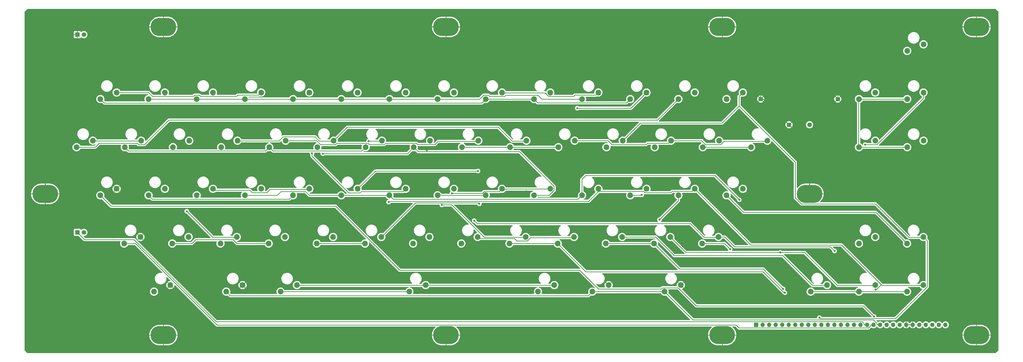
<source format=gbr>
%TF.GenerationSoftware,KiCad,Pcbnew,7.0.6*%
%TF.CreationDate,2023-08-24T23:01:39+03:00*%
%TF.ProjectId,P0101kbd,50303130-316b-4626-942e-6b696361645f,rev?*%
%TF.SameCoordinates,Original*%
%TF.FileFunction,Copper,L1,Top*%
%TF.FilePolarity,Positive*%
%FSLAX46Y46*%
G04 Gerber Fmt 4.6, Leading zero omitted, Abs format (unit mm)*
G04 Created by KiCad (PCBNEW 7.0.6) date 2023-08-24 23:01:39*
%MOMM*%
%LPD*%
G01*
G04 APERTURE LIST*
%TA.AperFunction,ComponentPad*%
%ADD10O,10.000000X7.000000*%
%TD*%
%TA.AperFunction,ComponentPad*%
%ADD11C,2.200000*%
%TD*%
%TA.AperFunction,ComponentPad*%
%ADD12R,1.800000X1.800000*%
%TD*%
%TA.AperFunction,ComponentPad*%
%ADD13C,1.800000*%
%TD*%
%TA.AperFunction,ComponentPad*%
%ADD14R,1.700000X1.700000*%
%TD*%
%TA.AperFunction,ComponentPad*%
%ADD15O,1.700000X1.700000*%
%TD*%
%TA.AperFunction,ViaPad*%
%ADD16C,0.800000*%
%TD*%
%TA.AperFunction,Conductor*%
%ADD17C,0.250000*%
%TD*%
G04 APERTURE END LIST*
D10*
%TO.P,OVH1,1*%
%TO.N,/GND*%
X180000000Y-135000000D03*
%TD*%
D11*
%TO.P,SW6,1,1*%
%TO.N,Net-(D1-A)*%
X232960000Y-43080000D03*
%TO.P,SW6,2,2*%
%TO.N,/PB0L*%
X239310000Y-40540000D03*
%TD*%
%TO.P,SW25,1,1*%
%TO.N,Net-(D3-A)*%
X73710000Y-61830000D03*
%TO.P,SW25,2,2*%
%TO.N,/PB3L*%
X80060000Y-59290000D03*
%TD*%
%TO.P,SW47,1,1*%
%TO.N,/PA7LVD*%
X82960000Y-80580000D03*
%TO.P,SW47,2,2*%
%TO.N,/PB1L*%
X89310000Y-78040000D03*
%TD*%
%TO.P,SW34,1,1*%
%TO.N,Net-(D4-A)*%
X195460000Y-80580000D03*
%TO.P,SW34,2,2*%
%TO.N,/PB4L*%
X201810000Y-78040000D03*
%TD*%
%TO.P,SW15,1,1*%
%TO.N,Net-(D2-A)*%
X214210000Y-43080000D03*
%TO.P,SW15,2,2*%
%TO.N,/PB1L*%
X220560000Y-40540000D03*
%TD*%
%TO.P,SW52,1,1*%
%TO.N,/PA7LVD*%
X92210000Y-99330000D03*
%TO.P,SW52,2,2*%
%TO.N,/PB6L*%
X98560000Y-96790000D03*
%TD*%
%TO.P,SW54,1,1*%
%TO.N,Net-(D7-A)*%
X359460000Y-99330000D03*
%TO.P,SW54,2,2*%
%TO.N,/PB0L*%
X365810000Y-96790000D03*
%TD*%
%TO.P,SW67,1,1*%
%TO.N,Net-(D8-A)*%
X340710000Y-99330000D03*
%TO.P,SW67,2,2*%
%TO.N,/PB5L*%
X347060000Y-96790000D03*
%TD*%
%TO.P,SW41,1,1*%
%TO.N,Net-(D5-A)*%
X110960000Y-99330000D03*
%TO.P,SW41,2,2*%
%TO.N,/PB3L*%
X117310000Y-96790000D03*
%TD*%
%TO.P,SW33,1,1*%
%TO.N,Net-(D4-A)*%
X111210000Y-61830000D03*
%TO.P,SW33,2,2*%
%TO.N,/PB3L*%
X117560000Y-59290000D03*
%TD*%
%TO.P,SW29,1,1*%
%TO.N,Net-(D3-A)*%
X167460000Y-61830000D03*
%TO.P,SW29,2,2*%
%TO.N,/PB7L*%
X173810000Y-59290000D03*
%TD*%
%TO.P,SW69,1,1*%
%TO.N,Net-(D8-A)*%
X340710000Y-118080000D03*
%TO.P,SW69,2,2*%
%TO.N,/PB7L*%
X347060000Y-115540000D03*
%TD*%
%TO.P,SW49,1,1*%
%TO.N,/PA7LVD*%
X186210000Y-61830000D03*
%TO.P,SW49,2,2*%
%TO.N,/PB3L*%
X192560000Y-59290000D03*
%TD*%
%TO.P,SW72,1,1*%
%TO.N,/PC5L*%
X236960000Y-118080000D03*
%TO.P,SW72,2,2*%
%TO.N,/GND*%
X243310000Y-115540000D03*
%TD*%
%TO.P,SW19,1,1*%
%TO.N,Net-(D2-A)*%
X251710000Y-43080000D03*
%TO.P,SW19,2,2*%
%TO.N,/PB5L*%
X258060000Y-40540000D03*
%TD*%
%TO.P,SW23,1,1*%
%TO.N,Net-(D3-A)*%
X120460000Y-80580000D03*
%TO.P,SW23,2,2*%
%TO.N,/PB1L*%
X126810000Y-78040000D03*
%TD*%
%TO.P,SW2,1,1*%
%TO.N,/PC5L*%
X265060000Y-118080000D03*
%TO.P,SW2,2,2*%
%TO.N,/GND*%
X271410000Y-115540000D03*
%TD*%
%TO.P,SW1,1,1*%
%TO.N,/PC6L*%
X45460000Y-80580000D03*
%TO.P,SW1,2,2*%
%TO.N,/GND*%
X51810000Y-78040000D03*
%TD*%
%TO.P,SW56,1,1*%
%TO.N,Net-(D7-A)*%
X36210000Y-61830000D03*
%TO.P,SW56,2,2*%
%TO.N,/PB2L*%
X42560000Y-59290000D03*
%TD*%
%TO.P,SW46,1,1*%
%TO.N,/PA7LVD*%
X185960000Y-99330000D03*
%TO.P,SW46,2,2*%
%TO.N,/PB0L*%
X192310000Y-96790000D03*
%TD*%
%TO.P,SW10,1,1*%
%TO.N,Net-(D1-A)*%
X120460000Y-43080000D03*
%TO.P,SW10,2,2*%
%TO.N,/PB4L*%
X126810000Y-40540000D03*
%TD*%
%TO.P,SW61,1,1*%
%TO.N,Net-(D7-A)*%
X270460000Y-43080000D03*
%TO.P,SW61,2,2*%
%TO.N,/PB7L*%
X276810000Y-40540000D03*
%TD*%
%TO.P,SW70,1,1*%
%TO.N,/PA7LVD*%
X215810000Y-118080000D03*
%TO.P,SW70,2,2*%
%TO.N,/PB7L*%
X222160000Y-115540000D03*
%TD*%
%TO.P,SW3,1,1*%
%TO.N,/PC5L*%
X66360000Y-118080000D03*
%TO.P,SW3,2,2*%
%TO.N,/GND*%
X72710000Y-115540000D03*
%TD*%
%TO.P,SW28,1,1*%
%TO.N,Net-(D3-A)*%
X64210000Y-80580000D03*
%TO.P,SW28,2,2*%
%TO.N,/PB6L*%
X70560000Y-78040000D03*
%TD*%
%TO.P,SW38,1,1*%
%TO.N,Net-(D5-A)*%
X139210000Y-80580000D03*
%TO.P,SW38,2,2*%
%TO.N,/PB0L*%
X145560000Y-78040000D03*
%TD*%
%TO.P,SW57,1,1*%
%TO.N,Net-(D7-A)*%
X340710000Y-43080000D03*
%TO.P,SW57,2,2*%
%TO.N,/PB3L*%
X347060000Y-40540000D03*
%TD*%
%TO.P,SW59,1,1*%
%TO.N,Net-(D7-A)*%
X340710000Y-61830000D03*
%TO.P,SW59,2,2*%
%TO.N,/PB5L*%
X347060000Y-59290000D03*
%TD*%
%TO.P,SW21,1,1*%
%TO.N,Net-(D2-A)*%
X260960000Y-99330000D03*
%TO.P,SW21,2,2*%
%TO.N,/PB7L*%
X267310000Y-96790000D03*
%TD*%
%TO.P,SW13,1,1*%
%TO.N,Net-(D1-A)*%
X176710000Y-43080000D03*
%TO.P,SW13,2,2*%
%TO.N,/PB7L*%
X183060000Y-40540000D03*
%TD*%
%TO.P,SW64,1,1*%
%TO.N,Net-(D8-A)*%
X298710000Y-61830000D03*
%TO.P,SW64,2,2*%
%TO.N,/PB2L*%
X305060000Y-59290000D03*
%TD*%
D10*
%TO.P,OVH2,1*%
%TO.N,/GND*%
X70000000Y-135000000D03*
%TD*%
D11*
%TO.P,SW16,1,1*%
%TO.N,Net-(D2-A)*%
X261210000Y-61830000D03*
%TO.P,SW16,2,2*%
%TO.N,/PB2L*%
X267560000Y-59290000D03*
%TD*%
D10*
%TO.P,OVH3,1*%
%TO.N,/GND*%
X287500000Y-135000000D03*
%TD*%
D11*
%TO.P,SW63,1,1*%
%TO.N,Net-(D8-A)*%
X279960000Y-61830000D03*
%TO.P,SW63,2,2*%
%TO.N,/PB1L*%
X286310000Y-59290000D03*
%TD*%
%TO.P,SW30,1,1*%
%TO.N,Net-(D4-A)*%
X242460000Y-61830000D03*
%TO.P,SW30,2,2*%
%TO.N,/PB0L*%
X248810000Y-59290000D03*
%TD*%
%TO.P,SW4,1,1*%
%TO.N,/PC4L*%
X54710000Y-99330000D03*
%TO.P,SW4,2,2*%
%TO.N,/GND*%
X61060000Y-96790000D03*
%TD*%
%TO.P,SW31,1,1*%
%TO.N,Net-(D4-A)*%
X148460000Y-99330000D03*
%TO.P,SW31,2,2*%
%TO.N,/PB1L*%
X154810000Y-96790000D03*
%TD*%
%TO.P,SW36,1,1*%
%TO.N,Net-(D4-A)*%
X148710000Y-61830000D03*
%TO.P,SW36,2,2*%
%TO.N,/PB6L*%
X155060000Y-59290000D03*
%TD*%
%TO.P,SW17,1,1*%
%TO.N,Net-(D2-A)*%
X45460000Y-43080000D03*
%TO.P,SW17,2,2*%
%TO.N,/PB3L*%
X51810000Y-40540000D03*
%TD*%
D10*
%TO.P,OVH4,1*%
%TO.N,/GND*%
X321500000Y-80000000D03*
%TD*%
D11*
%TO.P,SW62,1,1*%
%TO.N,Net-(D8-A)*%
X289210000Y-43080000D03*
%TO.P,SW62,2,2*%
%TO.N,/PB0L*%
X295560000Y-40540000D03*
%TD*%
%TO.P,SW32,1,1*%
%TO.N,Net-(D4-A)*%
X54960000Y-61830000D03*
%TO.P,SW32,2,2*%
%TO.N,/PB2L*%
X61310000Y-59290000D03*
%TD*%
%TO.P,SW22,1,1*%
%TO.N,Net-(D3-A)*%
X223460000Y-99330000D03*
%TO.P,SW22,2,2*%
%TO.N,/PB0L*%
X229810000Y-96790000D03*
%TD*%
%TO.P,SW45,1,1*%
%TO.N,Net-(D5-A)*%
X101710000Y-80580000D03*
%TO.P,SW45,2,2*%
%TO.N,/PB7L*%
X108060000Y-78040000D03*
%TD*%
%TO.P,SW39,1,1*%
%TO.N,Net-(D5-A)*%
X73460000Y-99330000D03*
%TO.P,SW39,2,2*%
%TO.N,/PB1L*%
X79810000Y-96790000D03*
%TD*%
D10*
%TO.P,OVH5,1*%
%TO.N,/GND*%
X180000000Y-15000000D03*
%TD*%
D11*
%TO.P,SW8,1,1*%
%TO.N,Net-(D1-A)*%
X82960000Y-43080000D03*
%TO.P,SW8,2,2*%
%TO.N,/PB2L*%
X89310000Y-40540000D03*
%TD*%
%TO.P,SW11,1,1*%
%TO.N,Net-(D1-A)*%
X139210000Y-43080000D03*
%TO.P,SW11,2,2*%
%TO.N,/PB5L*%
X145560000Y-40540000D03*
%TD*%
%TO.P,SW37,1,1*%
%TO.N,Net-(D4-A)*%
X176710000Y-80580000D03*
%TO.P,SW37,2,2*%
%TO.N,/PB7L*%
X183060000Y-78040000D03*
%TD*%
%TO.P,SW48,1,1*%
%TO.N,/PA7LVD*%
X223710000Y-61830000D03*
%TO.P,SW48,2,2*%
%TO.N,/PB2L*%
X230060000Y-59290000D03*
%TD*%
%TO.P,SW71,1,1*%
%TO.N,/PA7LVD*%
X115610000Y-118080000D03*
%TO.P,SW71,2,2*%
%TO.N,/PB7L*%
X121960000Y-115540000D03*
%TD*%
D10*
%TO.P,OVH6,1*%
%TO.N,/GND*%
X24000000Y-80000000D03*
%TD*%
D11*
%TO.P,SW27,1,1*%
%TO.N,Net-(D3-A)*%
X129960000Y-61830000D03*
%TO.P,SW27,2,2*%
%TO.N,/PB5L*%
X136310000Y-59290000D03*
%TD*%
%TO.P,SW58,1,1*%
%TO.N,Net-(D7-A)*%
X359500000Y-43080000D03*
%TO.P,SW58,2,2*%
%TO.N,/PB4L*%
X365850000Y-40540000D03*
%TD*%
D12*
%TO.P,D9,1,K*%
%TO.N,/GND*%
X36500000Y-18000000D03*
D13*
%TO.P,D9,2,A*%
%TO.N,Net-(D9-A)*%
X39040000Y-18000000D03*
%TD*%
D14*
%TO.P,J1,1,Pin_1*%
%TO.N,/+5V*%
X300736000Y-131000000D03*
D15*
%TO.P,J1,2,Pin_2*%
%TO.N,/PA0L*%
X303276000Y-131000000D03*
%TO.P,J1,3,Pin_3*%
%TO.N,/PA1L*%
X305816000Y-131000000D03*
%TO.P,J1,4,Pin_4*%
%TO.N,/PA2L*%
X308356000Y-131000000D03*
%TO.P,J1,5,Pin_5*%
%TO.N,/PA3L*%
X310896000Y-131000000D03*
%TO.P,J1,6,Pin_6*%
%TO.N,/PA4L*%
X313436000Y-131000000D03*
%TO.P,J1,7,Pin_7*%
%TO.N,/PA5L*%
X315976000Y-131000000D03*
%TO.P,J1,8,Pin_8*%
%TO.N,/PA6L*%
X318516000Y-131000000D03*
%TO.P,J1,9,Pin_9*%
%TO.N,/PA7L*%
X321056000Y-131000000D03*
%TO.P,J1,10,Pin_10*%
%TO.N,/PB0L*%
X323596000Y-131000000D03*
%TO.P,J1,11,Pin_11*%
%TO.N,/PB1L*%
X326136000Y-131000000D03*
%TO.P,J1,12,Pin_12*%
%TO.N,/PB2L*%
X328676000Y-131000000D03*
%TO.P,J1,13,Pin_13*%
%TO.N,/PB3L*%
X331216000Y-131000000D03*
%TO.P,J1,14,Pin_14*%
%TO.N,/PB4L*%
X333756000Y-131000000D03*
%TO.P,J1,15,Pin_15*%
%TO.N,/PB5L*%
X336296000Y-131000000D03*
%TO.P,J1,16,Pin_16*%
%TO.N,/PB6L*%
X338836000Y-131000000D03*
%TO.P,J1,17,Pin_17*%
%TO.N,/PB7L*%
X341376000Y-131000000D03*
%TO.P,J1,18,Pin_18*%
%TO.N,/K17*%
X343916000Y-131000000D03*
%TO.P,J1,19,Pin_19*%
%TO.N,/PC4L*%
X346456000Y-131000000D03*
%TO.P,J1,20,Pin_20*%
%TO.N,/PC5L*%
X348996000Y-131000000D03*
%TO.P,J1,21,Pin_21*%
%TO.N,/PC6L*%
X351536000Y-131000000D03*
%TO.P,J1,22,Pin_22*%
%TO.N,/K21*%
X354076000Y-131000000D03*
%TO.P,J1,23,Pin_23*%
%TO.N,/K22*%
X356616000Y-131000000D03*
%TO.P,J1,24,Pin_24*%
%TO.N,/GND*%
X359156000Y-131000000D03*
%TO.P,J1,25,Pin_25*%
X361696000Y-131000000D03*
%TO.P,J1,26,Pin_26*%
%TO.N,/BIP*%
X364236000Y-131000000D03*
%TO.P,J1,27*%
%TO.N,N/C*%
X366776000Y-131000000D03*
%TO.P,J1,28*%
X369316000Y-131000000D03*
%TO.P,J1,29*%
X371856000Y-131000000D03*
%TO.P,J1,30*%
X374396000Y-131000000D03*
%TD*%
D11*
%TO.P,SW51,1,1*%
%TO.N,/PA7LVD*%
X204960000Y-61830000D03*
%TO.P,SW51,2,2*%
%TO.N,/PB5L*%
X211310000Y-59290000D03*
%TD*%
D10*
%TO.P,OVH7,1*%
%TO.N,/GND*%
X386500000Y-15000000D03*
%TD*%
D11*
%TO.P,SW43,1,1*%
%TO.N,Net-(D5-A)*%
X92460000Y-61830000D03*
%TO.P,SW43,2,2*%
%TO.N,/PB5L*%
X98810000Y-59290000D03*
%TD*%
D12*
%TO.P,D10,1,K*%
%TO.N,/K17*%
X36500000Y-95000000D03*
D13*
%TO.P,D10,2,A*%
%TO.N,Net-(D10-A)*%
X39040000Y-95000000D03*
%TD*%
D11*
%TO.P,SW18,1,1*%
%TO.N,Net-(D2-A)*%
X242210000Y-99330000D03*
%TO.P,SW18,2,2*%
%TO.N,/PB4L*%
X248560000Y-96790000D03*
%TD*%
%TO.P,SW66,1,1*%
%TO.N,Net-(D8-A)*%
X321960000Y-118080000D03*
%TO.P,SW66,2,2*%
%TO.N,/PB4L*%
X328310000Y-115540000D03*
%TD*%
%TO.P,SW55,1,1*%
%TO.N,Net-(D7-A)*%
X289210000Y-80580000D03*
%TO.P,SW55,2,2*%
%TO.N,/PB1L*%
X295560000Y-78040000D03*
%TD*%
%TO.P,SW9,1,1*%
%TO.N,Net-(D1-A)*%
X101710000Y-43080000D03*
%TO.P,SW9,2,2*%
%TO.N,/PB3L*%
X108060000Y-40540000D03*
%TD*%
%TO.P,SW7,1,1*%
%TO.N,Net-(D1-A)*%
X64210000Y-43080000D03*
%TO.P,SW7,2,2*%
%TO.N,/PB1L*%
X70560000Y-40540000D03*
%TD*%
%TO.P,SW50,1,1*%
%TO.N,/PA7LVD*%
X251710000Y-80580000D03*
%TO.P,SW50,2,2*%
%TO.N,/PB4L*%
X258060000Y-78040000D03*
%TD*%
%TO.P,SW26,1,1*%
%TO.N,Net-(D3-A)*%
X214210000Y-80580000D03*
%TO.P,SW26,2,2*%
%TO.N,/PB4L*%
X220560000Y-78040000D03*
%TD*%
%TO.P,SW44,1,1*%
%TO.N,Net-(D5-A)*%
X232960000Y-80580000D03*
%TO.P,SW44,2,2*%
%TO.N,/PB6L*%
X239310000Y-78040000D03*
%TD*%
%TO.P,SW5,1,1*%
%TO.N,/K21*%
X359500000Y-24330000D03*
%TO.P,SW5,2,2*%
%TO.N,/K22*%
X365850000Y-21790000D03*
%TD*%
D10*
%TO.P,OVH8,1*%
%TO.N,/GND*%
X70000000Y-15000000D03*
%TD*%
%TO.P,OVH9,1*%
%TO.N,/GND*%
X386500000Y-135000000D03*
%TD*%
D11*
%TO.P,SW40,1,1*%
%TO.N,Net-(D5-A)*%
X157960000Y-80580000D03*
%TO.P,SW40,2,2*%
%TO.N,/PB2L*%
X164310000Y-78040000D03*
%TD*%
D13*
%TO.P,BZ1,1,-*%
%TO.N,Net-(BZ1--)*%
X321500000Y-53080000D03*
%TO.P,BZ1,2,+*%
%TO.N,/GND*%
X313500000Y-53080000D03*
%TO.P,BZ1,G1*%
X332500000Y-43080000D03*
%TO.P,BZ1,G2*%
X302500000Y-43080000D03*
%TD*%
D11*
%TO.P,SW53,1,1*%
%TO.N,/PA7LVD*%
X165710000Y-118080000D03*
%TO.P,SW53,2,2*%
%TO.N,/PB7L*%
X172060000Y-115540000D03*
%TD*%
%TO.P,SW35,1,1*%
%TO.N,Net-(D4-A)*%
X129710000Y-99330000D03*
%TO.P,SW35,2,2*%
%TO.N,/PB5L*%
X136060000Y-96790000D03*
%TD*%
%TO.P,SW12,1,1*%
%TO.N,Net-(D1-A)*%
X157960000Y-43080000D03*
%TO.P,SW12,2,2*%
%TO.N,/PB6L*%
X164310000Y-40540000D03*
%TD*%
%TO.P,SW14,1,1*%
%TO.N,Net-(D2-A)*%
X195460000Y-43080000D03*
%TO.P,SW14,2,2*%
%TO.N,/PB0L*%
X201810000Y-40540000D03*
%TD*%
%TO.P,SW65,1,1*%
%TO.N,Net-(D8-A)*%
X279710000Y-99330000D03*
%TO.P,SW65,2,2*%
%TO.N,/PB3L*%
X286060000Y-96790000D03*
%TD*%
D10*
%TO.P,OVH10,1*%
%TO.N,/GND*%
X287500000Y-15000000D03*
%TD*%
D11*
%TO.P,SW42,1,1*%
%TO.N,Net-(D5-A)*%
X167210000Y-99330000D03*
%TO.P,SW42,2,2*%
%TO.N,/PB4L*%
X173560000Y-96790000D03*
%TD*%
%TO.P,SW60,1,1*%
%TO.N,Net-(D7-A)*%
X359500000Y-61830000D03*
%TO.P,SW60,2,2*%
%TO.N,/PB6L*%
X365850000Y-59290000D03*
%TD*%
%TO.P,SW20,1,1*%
%TO.N,Net-(D2-A)*%
X270460000Y-80580000D03*
%TO.P,SW20,2,2*%
%TO.N,/PB6L*%
X276810000Y-78040000D03*
%TD*%
%TO.P,SW24,1,1*%
%TO.N,Net-(D3-A)*%
X204710000Y-99330000D03*
%TO.P,SW24,2,2*%
%TO.N,/PB2L*%
X211060000Y-96790000D03*
%TD*%
%TO.P,SW73,1,1*%
%TO.N,/PC5L*%
X94460000Y-118080000D03*
%TO.P,SW73,2,2*%
%TO.N,/GND*%
X100810000Y-115540000D03*
%TD*%
%TO.P,SW68,1,1*%
%TO.N,Net-(D8-A)*%
X359460000Y-118080000D03*
%TO.P,SW68,2,2*%
%TO.N,/PB6L*%
X365810000Y-115540000D03*
%TD*%
D16*
%TO.N,/GND*%
X264000000Y-106000000D03*
X203000000Y-107000000D03*
X308500000Y-75500000D03*
X313500000Y-75500000D03*
X203000000Y-112750000D03*
X180500000Y-93500000D03*
X308500000Y-121000000D03*
X142000000Y-62000000D03*
X302000000Y-93500000D03*
X341000000Y-127000000D03*
X324000000Y-127000000D03*
X163250000Y-57750000D03*
X305000000Y-114000000D03*
X298000000Y-97500000D03*
X335500000Y-85500000D03*
X133250000Y-76250000D03*
X313500000Y-121000000D03*
X339500000Y-104000000D03*
X303000000Y-75500000D03*
X296000000Y-101500000D03*
X145000000Y-121250000D03*
X153750000Y-63000000D03*
X148500000Y-52750000D03*
X211250000Y-69000000D03*
X203000000Y-121000000D03*
X254250000Y-58250000D03*
X335500000Y-92500000D03*
X145000000Y-117000000D03*
X296000000Y-99500000D03*
X300000000Y-95500000D03*
X254000000Y-89500000D03*
X267000000Y-93000000D03*
X261500000Y-82000000D03*
X266500000Y-108500000D03*
X211250000Y-93250000D03*
X172500000Y-63000000D03*
X217000000Y-66250000D03*
X207500000Y-66250000D03*
X173750000Y-55250000D03*
X337500000Y-127000000D03*
X273250000Y-58000000D03*
X258500000Y-54750000D03*
X226000000Y-66250000D03*
X343500000Y-104000000D03*
X231250000Y-53000000D03*
X203000000Y-118000000D03*
X335500000Y-88500000D03*
X269500000Y-105500000D03*
X144750000Y-87750000D03*
X345500000Y-52000000D03*
X278500000Y-53750000D03*
X144500000Y-57000000D03*
X148500000Y-48500000D03*
X274000000Y-93000000D03*
X184500000Y-93500000D03*
X324000000Y-121000000D03*
X343000000Y-120000000D03*
X188500000Y-118000000D03*
X328500000Y-104000000D03*
X331500000Y-104000000D03*
X198000000Y-93500000D03*
X301500000Y-114000000D03*
X145000000Y-109000000D03*
X122000000Y-61500000D03*
X335500000Y-104000000D03*
X246500000Y-89500000D03*
X182250000Y-57750000D03*
X341500000Y-109500000D03*
X216500000Y-95500000D03*
X344500000Y-123500000D03*
X235500000Y-93250000D03*
X327500000Y-127000000D03*
X245000000Y-66250000D03*
X292000000Y-58000000D03*
X211250000Y-79000000D03*
X240250000Y-53000000D03*
%TO.N,Net-(D2-A)*%
X263081300Y-90053100D03*
X311192700Y-116993500D03*
%TO.N,Net-(D3-A)*%
X132041600Y-64350900D03*
X311874100Y-118464100D03*
%TO.N,Net-(D5-A)*%
X294149000Y-82304800D03*
%TO.N,/PA7LVD*%
X256167300Y-80396700D03*
%TO.N,Net-(D8-A)*%
X290582300Y-101504300D03*
%TO.N,/PB0L*%
X192446300Y-71112000D03*
X325320600Y-128243300D03*
%TO.N,/PB1L*%
X192953900Y-83878600D03*
%TO.N,/PB2L*%
X178373100Y-84302100D03*
X127844400Y-64235200D03*
%TO.N,/PB3L*%
X190964900Y-90435700D03*
X331240600Y-102239200D03*
%TO.N,/PB4L*%
X343147400Y-60847800D03*
X182318100Y-79797500D03*
%TO.N,/PB5L*%
X231081800Y-46638500D03*
%TO.N,/PB6L*%
X157678400Y-83203700D03*
X149842100Y-59455600D03*
X347134700Y-117297500D03*
X79086300Y-86767100D03*
%TO.N,/PB7L*%
X310094300Y-102838900D03*
%TO.N,/PC6L*%
X346620600Y-127798900D03*
%TD*%
D17*
%TO.N,/GND*%
X267000000Y-93000000D02*
X274000000Y-93000000D01*
X287500000Y-135000000D02*
X180000000Y-135000000D01*
X313500000Y-75500000D02*
X308500000Y-75500000D01*
X30500000Y-135000000D02*
X24000000Y-128500000D01*
X208500000Y-66250000D02*
X207500000Y-66250000D01*
X327500000Y-127000000D02*
X337500000Y-127000000D01*
X321500000Y-61080000D02*
X313500000Y-53080000D01*
X302500000Y-15000000D02*
X332500000Y-15000000D01*
X380500000Y-135000000D02*
X374500000Y-141000000D01*
X332500000Y-15000000D02*
X386500000Y-15000000D01*
X293500000Y-135000000D02*
X287500000Y-135000000D01*
X29500000Y-15000000D02*
X70000000Y-15000000D01*
X313500000Y-53080000D02*
X303500000Y-43080000D01*
X180000000Y-135000000D02*
X70000000Y-135000000D01*
X303000000Y-75500000D02*
X308500000Y-75500000D01*
X302000000Y-93500000D02*
X300000000Y-95500000D01*
X299500000Y-141000000D02*
X293500000Y-135000000D01*
X302500000Y-43080000D02*
X302500000Y-15000000D01*
X328500000Y-104000000D02*
X331500000Y-104000000D01*
X332500000Y-43080000D02*
X332500000Y-15000000D01*
X264000000Y-106000000D02*
X266500000Y-108500000D01*
X180000000Y-15000000D02*
X287500000Y-15000000D01*
X343500000Y-104000000D02*
X339500000Y-104000000D01*
X335500000Y-92500000D02*
X335500000Y-88500000D01*
X24000000Y-80000000D02*
X24000000Y-20500000D01*
X287500000Y-15000000D02*
X302500000Y-15000000D01*
X246500000Y-89500000D02*
X254000000Y-89500000D01*
X254000000Y-89500000D02*
X261500000Y-82000000D01*
X386500000Y-15000000D02*
X386500000Y-135000000D01*
X324000000Y-127000000D02*
X327500000Y-127000000D01*
X321500000Y-80000000D02*
X321500000Y-61080000D01*
X24000000Y-128500000D02*
X24000000Y-80000000D01*
X70000000Y-135000000D02*
X30500000Y-135000000D01*
X203000000Y-118000000D02*
X191750000Y-118000000D01*
X70000000Y-15000000D02*
X180000000Y-15000000D01*
X386500000Y-135000000D02*
X380500000Y-135000000D01*
X300000000Y-95500000D02*
X298000000Y-97500000D01*
X24000000Y-20500000D02*
X29500000Y-15000000D01*
X191750000Y-118000000D02*
X188500000Y-118000000D01*
X211250000Y-69000000D02*
X208500000Y-66250000D01*
X337500000Y-127000000D02*
X341000000Y-127000000D01*
X335500000Y-104000000D02*
X331500000Y-104000000D01*
X303500000Y-43080000D02*
X302500000Y-43080000D01*
X374500000Y-141000000D02*
X299500000Y-141000000D01*
%TO.N,Net-(D1-A)*%
X217333100Y-43080000D02*
X215813900Y-41560800D01*
X82960000Y-43080000D02*
X101710000Y-43080000D01*
X194589800Y-41581000D02*
X193090800Y-43080000D01*
X196501000Y-41581000D02*
X194589800Y-41581000D01*
X157960000Y-43080000D02*
X139210000Y-43080000D01*
X203329200Y-41560800D02*
X202850500Y-42039500D01*
X232960000Y-43080000D02*
X217333100Y-43080000D01*
X215813900Y-41560800D02*
X203329200Y-41560800D01*
X64210000Y-43080000D02*
X82960000Y-43080000D01*
X176710000Y-43080000D02*
X157960000Y-43080000D01*
X193090800Y-43080000D02*
X176710000Y-43080000D01*
X202850500Y-42039500D02*
X196959500Y-42039500D01*
X139210000Y-43080000D02*
X120460000Y-43080000D01*
X196959500Y-42039500D02*
X196501000Y-41581000D01*
X101710000Y-43080000D02*
X120460000Y-43080000D01*
%TO.N,Net-(D2-A)*%
X270893700Y-109263700D02*
X303462900Y-109263700D01*
X193917200Y-44622800D02*
X195460000Y-43080000D01*
X270460000Y-82674400D02*
X270460000Y-80580000D01*
X47002800Y-44622800D02*
X193917200Y-44622800D01*
X251710000Y-43080000D02*
X250229100Y-44560900D01*
X242210000Y-99330000D02*
X260960000Y-99330000D01*
X45460000Y-43080000D02*
X47002800Y-44622800D01*
X303462900Y-109263700D02*
X311192700Y-116993500D01*
X260960000Y-99330000D02*
X270893700Y-109263700D01*
X263081300Y-90053100D02*
X270460000Y-82674400D01*
X195460000Y-43080000D02*
X214210000Y-43080000D01*
X215690900Y-44560900D02*
X214210000Y-43080000D01*
X250229100Y-44560900D02*
X215690900Y-44560900D01*
%TO.N,Net-(D3-A)*%
X214210000Y-80580000D02*
X220129300Y-80580000D01*
X222075800Y-78633500D02*
X222075800Y-77077100D01*
X303410700Y-110310100D02*
X311564700Y-118464100D01*
X223460000Y-99330000D02*
X234440100Y-110310100D01*
X222075800Y-77077100D02*
X208555700Y-63557000D01*
X220129300Y-80580000D02*
X222075800Y-78633500D01*
X132041600Y-64350900D02*
X164939100Y-64350900D01*
X65687900Y-82057900D02*
X64210000Y-80580000D01*
X169187000Y-63557000D02*
X167460000Y-61830000D01*
X311564700Y-118464100D02*
X311874100Y-118464100D01*
X234440100Y-110310100D02*
X303410700Y-110310100D01*
X208555700Y-63557000D02*
X169187000Y-63557000D01*
X204710000Y-99330000D02*
X223460000Y-99330000D01*
X118982100Y-82057900D02*
X65687900Y-82057900D01*
X164939100Y-64350900D02*
X167460000Y-61830000D01*
X120460000Y-80580000D02*
X118982100Y-82057900D01*
%TO.N,Net-(D4-A)*%
X112686900Y-63306900D02*
X111210000Y-61830000D01*
X148710000Y-61830000D02*
X147233100Y-63306900D01*
X109733100Y-63306900D02*
X111210000Y-61830000D01*
X56436900Y-63306900D02*
X109733100Y-63306900D01*
X54960000Y-61830000D02*
X56436900Y-63306900D01*
X129710000Y-99330000D02*
X148460000Y-99330000D01*
X147233100Y-63306900D02*
X112686900Y-63306900D01*
X176710000Y-80580000D02*
X195460000Y-80580000D01*
%TO.N,Net-(D5-A)*%
X157960000Y-80580000D02*
X139210000Y-80580000D01*
X125298300Y-79068300D02*
X115794800Y-79068300D01*
X98560000Y-99330000D02*
X97080000Y-97850000D01*
X139210000Y-80580000D02*
X126810000Y-80580000D01*
X232844500Y-80580000D02*
X232844500Y-74374800D01*
X81072000Y-99330000D02*
X73460000Y-99330000D01*
X234389200Y-72830100D02*
X284674300Y-72830100D01*
X232844500Y-80580000D02*
X231332800Y-82091700D01*
X114283100Y-80580000D02*
X101710000Y-80580000D01*
X82552000Y-97850000D02*
X81072000Y-99330000D01*
X110960000Y-99330000D02*
X98560000Y-99330000D01*
X232844500Y-74374800D02*
X234389200Y-72830100D01*
X115794800Y-79068300D02*
X114283100Y-80580000D01*
X231332800Y-82091700D02*
X159471700Y-82091700D01*
X97080000Y-97850000D02*
X82552000Y-97850000D01*
X126810000Y-80580000D02*
X125298300Y-79068300D01*
X159471700Y-82091700D02*
X157960000Y-80580000D01*
X232960000Y-80580000D02*
X232844500Y-80580000D01*
X284674300Y-72830100D02*
X294149000Y-82304800D01*
%TO.N,/PA7LVD*%
X223710000Y-61830000D02*
X204960000Y-61830000D01*
X204960000Y-61830000D02*
X186210000Y-61830000D01*
X251710000Y-80580000D02*
X255984000Y-80580000D01*
X165710000Y-118080000D02*
X115610000Y-118080000D01*
X255984000Y-80580000D02*
X256167300Y-80396700D01*
%TO.N,Net-(D7-A)*%
X347336600Y-87206600D02*
X295836600Y-87206600D01*
X359500000Y-43080000D02*
X340710000Y-43080000D01*
X262269800Y-51270200D02*
X72135600Y-51270200D01*
X62598800Y-60807000D02*
X60287000Y-60807000D01*
X60287000Y-60807000D02*
X59789800Y-60309800D01*
X340600100Y-61720100D02*
X340600100Y-43189900D01*
X72135600Y-51270200D02*
X62598800Y-60807000D01*
X44965900Y-60309800D02*
X43445700Y-61830000D01*
X43445700Y-61830000D02*
X36210000Y-61830000D01*
X59789800Y-60309800D02*
X44965900Y-60309800D01*
X270460000Y-43080000D02*
X262269800Y-51270200D01*
X295836600Y-87206600D02*
X289210000Y-80580000D01*
X359500000Y-61830000D02*
X340710000Y-61830000D01*
X340600100Y-43189900D02*
X340710000Y-43080000D01*
X359460000Y-99330000D02*
X347336600Y-87206600D01*
X340710000Y-61830000D02*
X340600100Y-61720100D01*
%TO.N,Net-(D8-A)*%
X290582300Y-101504300D02*
X288408000Y-99330000D01*
X288408000Y-99330000D02*
X279710000Y-99330000D01*
X279960000Y-61830000D02*
X298710000Y-61830000D01*
X321960000Y-118080000D02*
X340710000Y-118080000D01*
X359460000Y-118080000D02*
X340710000Y-118080000D01*
%TO.N,/K17*%
X341922400Y-129773100D02*
X90528100Y-129773100D01*
X342689100Y-130539800D02*
X341922400Y-129773100D01*
X58573800Y-97818800D02*
X39318800Y-97818800D01*
X342689100Y-131000000D02*
X342689100Y-130539800D01*
X39318800Y-97818800D02*
X36500000Y-95000000D01*
X90528100Y-129773100D02*
X58573800Y-97818800D01*
X343916000Y-131000000D02*
X342689100Y-131000000D01*
%TO.N,/PB0L*%
X354881700Y-128575800D02*
X367292900Y-116164600D01*
X238325500Y-41524500D02*
X239310000Y-40540000D01*
X255661900Y-52438100D02*
X287425500Y-52438100D01*
X248810000Y-59290000D02*
X255661900Y-52438100D01*
X212896700Y-97042000D02*
X229558000Y-97042000D01*
X229670100Y-42016900D02*
X230162500Y-41524500D01*
X347169600Y-83916600D02*
X360188200Y-96935200D01*
X294071400Y-42028600D02*
X295560000Y-40540000D01*
X152488000Y-71112000D02*
X192446300Y-71112000D01*
X218558300Y-40626900D02*
X219948300Y-42016900D01*
X315940100Y-81513400D02*
X318343300Y-83916600D01*
X201810000Y-40540000D02*
X201896900Y-40626900D01*
X207576700Y-98289500D02*
X211649200Y-98289500D01*
X294071400Y-45792200D02*
X315940100Y-67660900D01*
X230162500Y-41524500D02*
X238325500Y-41524500D01*
X192310000Y-96790000D02*
X192898800Y-97378800D01*
X325653100Y-128575800D02*
X354881700Y-128575800D01*
X201896900Y-40626900D02*
X218558300Y-40626900D01*
X367292900Y-116164600D02*
X367292900Y-98272900D01*
X229558000Y-97042000D02*
X229810000Y-96790000D01*
X145560000Y-78040000D02*
X152488000Y-71112000D01*
X219948300Y-42016900D02*
X229670100Y-42016900D01*
X360188200Y-96935200D02*
X365664800Y-96935200D01*
X367292900Y-98272900D02*
X365810000Y-96790000D01*
X365664800Y-96935200D02*
X365810000Y-96790000D01*
X211649200Y-98289500D02*
X212896700Y-97042000D01*
X287425500Y-52438100D02*
X294071400Y-45792200D01*
X294071400Y-45792200D02*
X294071400Y-42028600D01*
X206666000Y-97378800D02*
X207576700Y-98289500D01*
X325320600Y-128243300D02*
X325653100Y-128575800D01*
X318343300Y-83916600D02*
X347169600Y-83916600D01*
X315940100Y-67660900D02*
X315940100Y-81513400D01*
X192898800Y-97378800D02*
X206666000Y-97378800D01*
%TO.N,/PB1L*%
X106031600Y-79557200D02*
X104594400Y-79557200D01*
X192592100Y-83516800D02*
X192953900Y-83878600D01*
X168083200Y-83516800D02*
X192592100Y-83516800D01*
X110207600Y-79555700D02*
X106033100Y-79555700D01*
X111471300Y-78292000D02*
X110207600Y-79555700D01*
X115710400Y-78292000D02*
X111471300Y-78292000D01*
X115711900Y-78290500D02*
X115710400Y-78292000D01*
X89848900Y-78578900D02*
X89310000Y-78040000D01*
X103616100Y-78578900D02*
X89848900Y-78578900D01*
X126810000Y-78040000D02*
X126558000Y-78292000D01*
X120410800Y-78290500D02*
X115711900Y-78290500D01*
X154810000Y-96790000D02*
X168083200Y-83516800D01*
X106033100Y-79555700D02*
X106031600Y-79557200D01*
X126558000Y-78292000D02*
X120412300Y-78292000D01*
X120412300Y-78292000D02*
X120410800Y-78290500D01*
X104594400Y-79557200D02*
X103616100Y-78578900D01*
%TO.N,/PB2L*%
X61310000Y-59290000D02*
X61190200Y-59409800D01*
X288146700Y-59542000D02*
X286899200Y-60789500D01*
X127844400Y-65316100D02*
X127844400Y-64235200D01*
X142101100Y-79572800D02*
X127844400Y-65316100D01*
X163246900Y-79103100D02*
X146947100Y-79103100D01*
X146477400Y-79572800D02*
X142101100Y-79572800D01*
X279508700Y-59290000D02*
X267560000Y-59290000D01*
X281008200Y-60789500D02*
X279508700Y-59290000D01*
X61190200Y-59409800D02*
X42679800Y-59409800D01*
X257849300Y-60776300D02*
X258357000Y-60268600D01*
X304808000Y-59542000D02*
X288146700Y-59542000D01*
X286899200Y-60789500D02*
X281008200Y-60789500D01*
X266581400Y-60268600D02*
X267560000Y-59290000D01*
X42679800Y-59409800D02*
X42560000Y-59290000D01*
X194841900Y-96876900D02*
X182267100Y-84302100D01*
X230060000Y-59290000D02*
X243043000Y-59290000D01*
X211060000Y-96790000D02*
X210973100Y-96876900D01*
X244529300Y-60776300D02*
X257849300Y-60776300D01*
X164310000Y-78040000D02*
X163246900Y-79103100D01*
X146947100Y-79103100D02*
X146477400Y-79572800D01*
X258357000Y-60268600D02*
X266581400Y-60268600D01*
X243043000Y-59290000D02*
X244529300Y-60776300D01*
X182267100Y-84302100D02*
X178373100Y-84302100D01*
X210973100Y-96876900D02*
X194841900Y-96876900D01*
X305060000Y-59290000D02*
X304808000Y-59542000D01*
%TO.N,/PB3L*%
X137481200Y-60306600D02*
X136991000Y-60796800D01*
X98409300Y-42027700D02*
X98912500Y-41524500D01*
X329588600Y-100587200D02*
X331240600Y-102239200D01*
X82089800Y-41581000D02*
X84001000Y-41581000D01*
X64210000Y-40540000D02*
X65709500Y-42039500D01*
X84001000Y-41581000D02*
X84447700Y-42027700D01*
X286060000Y-96790000D02*
X288502900Y-96790000D01*
X190964900Y-90435700D02*
X192112800Y-91583600D01*
X192112800Y-91583600D02*
X275086600Y-91583600D01*
X129637100Y-59290000D02*
X117560000Y-59290000D01*
X84447700Y-42027700D02*
X98409300Y-42027700D01*
X81631300Y-42039500D02*
X82089800Y-41581000D01*
X192308000Y-59542000D02*
X176927500Y-59542000D01*
X168889900Y-60770400D02*
X168426100Y-60306600D01*
X150146100Y-60776600D02*
X149676100Y-60306600D01*
X288502900Y-96790000D02*
X292300100Y-100587200D01*
X65709500Y-42039500D02*
X81631300Y-42039500D01*
X131143900Y-60796800D02*
X129637100Y-59290000D01*
X51810000Y-40540000D02*
X64210000Y-40540000D01*
X98912500Y-41524500D02*
X107075500Y-41524500D01*
X175699100Y-60770400D02*
X168889900Y-60770400D01*
X280438200Y-96935200D02*
X285914800Y-96935200D01*
X176927500Y-59542000D02*
X175699100Y-60770400D01*
X168426100Y-60306600D02*
X156433100Y-60306600D01*
X107075500Y-41524500D02*
X108060000Y-40540000D01*
X275086600Y-91583600D02*
X280438200Y-96935200D01*
X285914800Y-96935200D02*
X286060000Y-96790000D01*
X149676100Y-60306600D02*
X137481200Y-60306600D01*
X155963100Y-60776600D02*
X150146100Y-60776600D01*
X292300100Y-100587200D02*
X329588600Y-100587200D01*
X156433100Y-60306600D02*
X155963100Y-60776600D01*
X192560000Y-59290000D02*
X192308000Y-59542000D01*
X136991000Y-60796800D02*
X131143900Y-60796800D01*
%TO.N,/PB4L*%
X200746900Y-79103100D02*
X201810000Y-78040000D01*
X194848300Y-79103100D02*
X200746900Y-79103100D01*
X261543000Y-96790000D02*
X268783800Y-104030800D01*
X220560000Y-78040000D02*
X220473100Y-78126900D01*
X220473100Y-78126900D02*
X201896900Y-78126900D01*
X194153900Y-79797500D02*
X194848300Y-79103100D01*
X311033800Y-104030800D02*
X322688200Y-115685200D01*
X343147400Y-60847800D02*
X347684400Y-60847800D01*
X248560000Y-96790000D02*
X261543000Y-96790000D01*
X347684400Y-60847800D02*
X365850000Y-42682200D01*
X365850000Y-42682200D02*
X365850000Y-40540000D01*
X182318100Y-79797500D02*
X194153900Y-79797500D01*
X328164800Y-115685200D02*
X328310000Y-115540000D01*
X322688200Y-115685200D02*
X328164800Y-115685200D01*
X268783800Y-104030800D02*
X311033800Y-104030800D01*
X201896900Y-78126900D02*
X201810000Y-78040000D01*
%TO.N,/PB5L*%
X136310000Y-59290000D02*
X141524700Y-54075300D01*
X116578300Y-57783700D02*
X129036700Y-57783700D01*
X141524700Y-54075300D02*
X200328300Y-54075300D01*
X231081800Y-46638500D02*
X251961500Y-46638500D01*
X98810000Y-59290000D02*
X98898400Y-59378400D01*
X130688200Y-59435200D02*
X136164800Y-59435200D01*
X98898400Y-59378400D02*
X114983600Y-59378400D01*
X114983600Y-59378400D02*
X116578300Y-57783700D01*
X136164800Y-59435200D02*
X136310000Y-59290000D01*
X205688200Y-59435200D02*
X211164800Y-59435200D01*
X211164800Y-59435200D02*
X211310000Y-59290000D01*
X251961500Y-46638500D02*
X258060000Y-40540000D01*
X200328300Y-54075300D02*
X205688200Y-59435200D01*
X129036700Y-57783700D02*
X130688200Y-59435200D01*
%TO.N,/PB6L*%
X89234100Y-96914900D02*
X79086300Y-86767100D01*
X347391800Y-117297500D02*
X349371500Y-115317800D01*
X349371500Y-115317800D02*
X349716600Y-115663000D01*
X235463100Y-82903200D02*
X157978900Y-82903200D01*
X239310000Y-78040000D02*
X239310000Y-79056300D01*
X298679500Y-99909500D02*
X333963100Y-99909500D01*
X157978900Y-82903200D02*
X157678400Y-83203700D01*
X257403800Y-79523000D02*
X267485000Y-79523000D01*
X276810000Y-78040000D02*
X298679500Y-99909500D01*
X349716600Y-115663000D02*
X365687000Y-115663000D01*
X154894400Y-59455600D02*
X155060000Y-59290000D01*
X149842100Y-59455600D02*
X154894400Y-59455600D01*
X267485000Y-79523000D02*
X267983500Y-79024500D01*
X98560000Y-96790000D02*
X98435100Y-96914900D01*
X98435100Y-96914900D02*
X89234100Y-96914900D01*
X347134700Y-117297500D02*
X347391800Y-117297500D01*
X239310000Y-79056300D02*
X235463100Y-82903200D01*
X239310000Y-79056300D02*
X256937100Y-79056300D01*
X275825500Y-79024500D02*
X276810000Y-78040000D01*
X256937100Y-79056300D02*
X257403800Y-79523000D01*
X333963100Y-99909500D02*
X349371500Y-115317800D01*
X267983500Y-79024500D02*
X275825500Y-79024500D01*
X365687000Y-115663000D02*
X365810000Y-115540000D01*
%TO.N,/PB7L*%
X121960000Y-115540000D02*
X122046900Y-115626900D01*
X222160000Y-115540000D02*
X222073100Y-115626900D01*
X319554100Y-102838900D02*
X310094300Y-102838900D01*
X273358900Y-102838900D02*
X267310000Y-96790000D01*
X346933400Y-115666600D02*
X332381800Y-115666600D01*
X222073100Y-115626900D02*
X172146900Y-115626900D01*
X347060000Y-115540000D02*
X346933400Y-115666600D01*
X332381800Y-115666600D02*
X319554100Y-102838900D01*
X310094300Y-102838900D02*
X273358900Y-102838900D01*
X172146900Y-115626900D02*
X172060000Y-115540000D01*
X171973100Y-115626900D02*
X172060000Y-115540000D01*
X122046900Y-115626900D02*
X171973100Y-115626900D01*
%TO.N,/PC6L*%
X162009000Y-109756000D02*
X232068300Y-109756000D01*
X45460000Y-80580000D02*
X49670200Y-84790200D01*
X137043200Y-84790200D02*
X162009000Y-109756000D01*
X239351800Y-117039500D02*
X263731300Y-117039500D01*
X342443600Y-123621900D02*
X346620600Y-127798900D01*
X264189800Y-116581000D02*
X270362400Y-116581000D01*
X232068300Y-109756000D02*
X239351800Y-117039500D01*
X277403300Y-123621900D02*
X342443600Y-123621900D01*
X49670200Y-84790200D02*
X137043200Y-84790200D01*
X263731300Y-117039500D02*
X264189800Y-116581000D01*
X270362400Y-116581000D02*
X277403300Y-123621900D01*
%TO.N,/PC5L*%
X235421800Y-119618200D02*
X95998200Y-119618200D01*
X346355200Y-129077700D02*
X347769100Y-130491600D01*
X236960000Y-118080000D02*
X235421800Y-119618200D01*
X236960000Y-118080000D02*
X265060000Y-118080000D01*
X347769100Y-130491600D02*
X347769100Y-131000000D01*
X95998200Y-119618200D02*
X94460000Y-118080000D01*
X348996000Y-131000000D02*
X347769100Y-131000000D01*
X265060000Y-118080000D02*
X276057700Y-129077700D01*
X276057700Y-129077700D02*
X346355200Y-129077700D01*
%TO.N,/PC4L*%
X345229100Y-131460200D02*
X345229100Y-131000000D01*
X294043800Y-132226900D02*
X344462400Y-132226900D01*
X59153700Y-99330000D02*
X90873200Y-131049500D01*
X90873200Y-131049500D02*
X292866400Y-131049500D01*
X292866400Y-131049500D02*
X294043800Y-132226900D01*
X346456000Y-131000000D02*
X345229100Y-131000000D01*
X344462400Y-132226900D02*
X345229100Y-131460200D01*
X54710000Y-99330000D02*
X59153700Y-99330000D01*
%TD*%
%TA.AperFunction,Conductor*%
%TO.N,/GND*%
G36*
X361196000Y-130928111D02*
G01*
X361196000Y-131071889D01*
X361211595Y-131125000D01*
X359640405Y-131125000D01*
X359656000Y-131071889D01*
X359656000Y-130928111D01*
X359640405Y-130875000D01*
X361211595Y-130875000D01*
X361196000Y-130928111D01*
G37*
%TD.AperFunction*%
%TA.AperFunction,Conductor*%
G36*
X270118987Y-117226185D02*
G01*
X270139629Y-117242819D01*
X276902497Y-124005688D01*
X276912322Y-124017951D01*
X276912543Y-124017769D01*
X276917514Y-124023778D01*
X276943517Y-124048195D01*
X276967935Y-124071126D01*
X276988829Y-124092020D01*
X276994311Y-124096273D01*
X276998743Y-124100057D01*
X277032718Y-124131962D01*
X277050276Y-124141614D01*
X277066535Y-124152295D01*
X277082364Y-124164573D01*
X277125138Y-124183082D01*
X277130356Y-124185638D01*
X277171208Y-124208097D01*
X277190616Y-124213080D01*
X277209017Y-124219380D01*
X277227404Y-124227337D01*
X277270788Y-124234208D01*
X277273419Y-124234625D01*
X277279139Y-124235809D01*
X277324281Y-124247400D01*
X277344316Y-124247400D01*
X277363714Y-124248926D01*
X277383494Y-124252059D01*
X277383495Y-124252060D01*
X277383495Y-124252059D01*
X277383496Y-124252060D01*
X277429883Y-124247675D01*
X277435722Y-124247400D01*
X342133148Y-124247400D01*
X342200187Y-124267085D01*
X342220829Y-124283719D01*
X345675728Y-127738619D01*
X345709213Y-127799942D01*
X345704229Y-127869634D01*
X345662357Y-127925567D01*
X345596893Y-127949984D01*
X345588047Y-127950300D01*
X326261824Y-127950300D01*
X326194785Y-127930615D01*
X326151332Y-127880468D01*
X326151029Y-127880644D01*
X326150118Y-127879067D01*
X326149030Y-127877811D01*
X326148541Y-127876727D01*
X326147778Y-127875013D01*
X326053134Y-127711085D01*
X325926470Y-127570411D01*
X325773334Y-127459151D01*
X325773329Y-127459148D01*
X325600407Y-127382157D01*
X325600402Y-127382155D01*
X325454600Y-127351165D01*
X325415246Y-127342800D01*
X325225954Y-127342800D01*
X325193497Y-127349698D01*
X325040797Y-127382155D01*
X325040792Y-127382157D01*
X324867870Y-127459148D01*
X324867865Y-127459151D01*
X324714729Y-127570411D01*
X324588066Y-127711085D01*
X324493421Y-127875015D01*
X324493418Y-127875022D01*
X324434927Y-128055040D01*
X324434926Y-128055044D01*
X324415139Y-128243300D01*
X324415140Y-128243300D01*
X324422701Y-128315239D01*
X324410131Y-128383969D01*
X324362399Y-128434992D01*
X324299380Y-128452200D01*
X276368153Y-128452200D01*
X276301114Y-128432515D01*
X276280472Y-128415881D01*
X266602647Y-118738056D01*
X266569162Y-118676733D01*
X266574146Y-118607041D01*
X266575767Y-118602922D01*
X266586873Y-118576111D01*
X266645683Y-118331148D01*
X266665449Y-118080000D01*
X266645683Y-117828852D01*
X266586873Y-117583889D01*
X266562777Y-117525716D01*
X266501572Y-117377953D01*
X266494103Y-117308483D01*
X266525378Y-117246004D01*
X266585467Y-117210352D01*
X266616133Y-117206500D01*
X270051948Y-117206500D01*
X270118987Y-117226185D01*
G37*
%TD.AperFunction*%
%TA.AperFunction,Conductor*%
G36*
X262699108Y-98838898D02*
G01*
X262729707Y-98861297D01*
X268282994Y-104414584D01*
X268292819Y-104426848D01*
X268293040Y-104426666D01*
X268298010Y-104432673D01*
X268298013Y-104432676D01*
X268298014Y-104432677D01*
X268348451Y-104480041D01*
X268369330Y-104500920D01*
X268374804Y-104505166D01*
X268379242Y-104508956D01*
X268413218Y-104540862D01*
X268413222Y-104540864D01*
X268430773Y-104550513D01*
X268447031Y-104561192D01*
X268462864Y-104573474D01*
X268484815Y-104582972D01*
X268505637Y-104591983D01*
X268510881Y-104594552D01*
X268551708Y-104616997D01*
X268571112Y-104621979D01*
X268589510Y-104628278D01*
X268607905Y-104636238D01*
X268653929Y-104643526D01*
X268659632Y-104644707D01*
X268704781Y-104656300D01*
X268724816Y-104656300D01*
X268744213Y-104657826D01*
X268763996Y-104660960D01*
X268810383Y-104656575D01*
X268816222Y-104656300D01*
X310723348Y-104656300D01*
X310790387Y-104675985D01*
X310811029Y-104692619D01*
X322187394Y-116068984D01*
X322197219Y-116081248D01*
X322197440Y-116081066D01*
X322202410Y-116087073D01*
X322202413Y-116087076D01*
X322202414Y-116087077D01*
X322252851Y-116134441D01*
X322273730Y-116155320D01*
X322279204Y-116159566D01*
X322283642Y-116163356D01*
X322317618Y-116195262D01*
X322317622Y-116195264D01*
X322335173Y-116204913D01*
X322351431Y-116215592D01*
X322367264Y-116227874D01*
X322389177Y-116237356D01*
X322410037Y-116246383D01*
X322415281Y-116248952D01*
X322456108Y-116271397D01*
X322475512Y-116276379D01*
X322493910Y-116282678D01*
X322512305Y-116290638D01*
X322558329Y-116297926D01*
X322564032Y-116299107D01*
X322609181Y-116310700D01*
X322629216Y-116310700D01*
X322648613Y-116312226D01*
X322668396Y-116315360D01*
X322714783Y-116310975D01*
X322720622Y-116310700D01*
X326835731Y-116310700D01*
X326902770Y-116330385D01*
X326941458Y-116369910D01*
X327011160Y-116483654D01*
X327011161Y-116483656D01*
X327032870Y-116509074D01*
X327174776Y-116675224D01*
X327244484Y-116734760D01*
X327366343Y-116838838D01*
X327366346Y-116838839D01*
X327581140Y-116970466D01*
X327764016Y-117046215D01*
X327813889Y-117066873D01*
X328058852Y-117125683D01*
X328310000Y-117145449D01*
X328561148Y-117125683D01*
X328806111Y-117066873D01*
X329038859Y-116970466D01*
X329253659Y-116838836D01*
X329445224Y-116675224D01*
X329608836Y-116483659D01*
X329740466Y-116268859D01*
X329836873Y-116036111D01*
X329895683Y-115791148D01*
X329915449Y-115540000D01*
X329895683Y-115288852D01*
X329836873Y-115043889D01*
X329796566Y-114946578D01*
X329740466Y-114811140D01*
X329609017Y-114596637D01*
X329608838Y-114596345D01*
X329608838Y-114596343D01*
X329526957Y-114500473D01*
X329445224Y-114404776D01*
X329254136Y-114241571D01*
X329253656Y-114241161D01*
X329253653Y-114241160D01*
X329038859Y-114109533D01*
X328806110Y-114013126D01*
X328561151Y-113954317D01*
X328357368Y-113938279D01*
X328310000Y-113934551D01*
X328309999Y-113934551D01*
X328058848Y-113954317D01*
X327813889Y-114013126D01*
X327581140Y-114109533D01*
X327366346Y-114241160D01*
X327366343Y-114241161D01*
X327174776Y-114404776D01*
X327011161Y-114596343D01*
X327011160Y-114596346D01*
X326879533Y-114811141D01*
X326879531Y-114811144D01*
X326808285Y-114983152D01*
X326764445Y-115037556D01*
X326698150Y-115059621D01*
X326693724Y-115059700D01*
X325875797Y-115059700D01*
X325808758Y-115040015D01*
X325763003Y-114987211D01*
X325753059Y-114918053D01*
X325782084Y-114854497D01*
X325805613Y-114833473D01*
X325897869Y-114770144D01*
X326121333Y-114568032D01*
X326315865Y-114337939D01*
X326477993Y-114083970D01*
X326604823Y-113810658D01*
X326694093Y-113522879D01*
X326744209Y-113225770D01*
X326754277Y-112924631D01*
X326724118Y-112624838D01*
X326654269Y-112331739D01*
X326545977Y-112050566D01*
X326401175Y-111786335D01*
X326222446Y-111543762D01*
X326012980Y-111327176D01*
X325889747Y-111229860D01*
X325776521Y-111140446D01*
X325776517Y-111140443D01*
X325776515Y-111140442D01*
X325517270Y-110986891D01*
X325239872Y-110869264D01*
X325239863Y-110869261D01*
X324949272Y-110789660D01*
X324874616Y-110779620D01*
X324650653Y-110749500D01*
X324424756Y-110749500D01*
X324424748Y-110749500D01*
X324199368Y-110764587D01*
X324199359Y-110764589D01*
X323904094Y-110824604D01*
X323619464Y-110923439D01*
X323619459Y-110923441D01*
X323350546Y-111059328D01*
X323102125Y-111229860D01*
X322878665Y-111431969D01*
X322684132Y-111662064D01*
X322522006Y-111916030D01*
X322522005Y-111916032D01*
X322401971Y-112174701D01*
X322395177Y-112189342D01*
X322395176Y-112189346D01*
X322305907Y-112477118D01*
X322255791Y-112774230D01*
X322245723Y-113075373D01*
X322275881Y-113375160D01*
X322275882Y-113375162D01*
X322345728Y-113668252D01*
X322345733Y-113668266D01*
X322454020Y-113949427D01*
X322454024Y-113949436D01*
X322598825Y-114213665D01*
X322598829Y-114213671D01*
X322777551Y-114456234D01*
X322777554Y-114456238D01*
X322777561Y-114456245D01*
X322987019Y-114672823D01*
X323196673Y-114838385D01*
X323237086Y-114895381D01*
X323240269Y-114965178D01*
X323205212Y-115025616D01*
X323143045Y-115057506D01*
X323119824Y-115059700D01*
X322998652Y-115059700D01*
X322931613Y-115040015D01*
X322910971Y-115023381D01*
X311563672Y-103676081D01*
X311530187Y-103614758D01*
X311535171Y-103545066D01*
X311577043Y-103489133D01*
X311642507Y-103464716D01*
X311651353Y-103464400D01*
X319243648Y-103464400D01*
X319310687Y-103484085D01*
X319331329Y-103500719D01*
X331880997Y-116050388D01*
X331890822Y-116062651D01*
X331891043Y-116062469D01*
X331896014Y-116068478D01*
X331915821Y-116087077D01*
X331946435Y-116115826D01*
X331967329Y-116136720D01*
X331972811Y-116140973D01*
X331977243Y-116144757D01*
X332011218Y-116176662D01*
X332028776Y-116186314D01*
X332045035Y-116196995D01*
X332060864Y-116209273D01*
X332103638Y-116227782D01*
X332108856Y-116230338D01*
X332149708Y-116252797D01*
X332169116Y-116257780D01*
X332187517Y-116264080D01*
X332205904Y-116272037D01*
X332248636Y-116278805D01*
X332251919Y-116279325D01*
X332257639Y-116280509D01*
X332302781Y-116292100D01*
X332322816Y-116292100D01*
X332342214Y-116293626D01*
X332361994Y-116296759D01*
X332361995Y-116296760D01*
X332361995Y-116296759D01*
X332361996Y-116296760D01*
X332408383Y-116292375D01*
X332414222Y-116292100D01*
X340253474Y-116292100D01*
X340320513Y-116311785D01*
X340366268Y-116364589D01*
X340376212Y-116433747D01*
X340347187Y-116497303D01*
X340288409Y-116535077D01*
X340282421Y-116536674D01*
X340213889Y-116553126D01*
X339981140Y-116649533D01*
X339766346Y-116781160D01*
X339766343Y-116781161D01*
X339574776Y-116944776D01*
X339411161Y-117136343D01*
X339411160Y-117136346D01*
X339279533Y-117351141D01*
X339279532Y-117351143D01*
X339268428Y-117377952D01*
X339224588Y-117432356D01*
X339158294Y-117454421D01*
X339153867Y-117454500D01*
X323516133Y-117454500D01*
X323449094Y-117434815D01*
X323403339Y-117382011D01*
X323401572Y-117377952D01*
X323390467Y-117351143D01*
X323390466Y-117351141D01*
X323286666Y-117181756D01*
X323258838Y-117136345D01*
X323258838Y-117136343D01*
X323218313Y-117088895D01*
X323095224Y-116944776D01*
X322931853Y-116805244D01*
X322903656Y-116781161D01*
X322903653Y-116781160D01*
X322688859Y-116649533D01*
X322456110Y-116553126D01*
X322211151Y-116494317D01*
X321960000Y-116474551D01*
X321708848Y-116494317D01*
X321463889Y-116553126D01*
X321231140Y-116649533D01*
X321016346Y-116781160D01*
X321016343Y-116781161D01*
X320824776Y-116944776D01*
X320661161Y-117136343D01*
X320661160Y-117136346D01*
X320529533Y-117351140D01*
X320433126Y-117583889D01*
X320374317Y-117828848D01*
X320354551Y-118080000D01*
X320374317Y-118331151D01*
X320433126Y-118576110D01*
X320529533Y-118808859D01*
X320661160Y-119023653D01*
X320661161Y-119023656D01*
X320661164Y-119023659D01*
X320824776Y-119215224D01*
X320953591Y-119325242D01*
X321016343Y-119378838D01*
X321016346Y-119378839D01*
X321231140Y-119510466D01*
X321419042Y-119588297D01*
X321463889Y-119606873D01*
X321708852Y-119665683D01*
X321960000Y-119685449D01*
X322211148Y-119665683D01*
X322456111Y-119606873D01*
X322688859Y-119510466D01*
X322903659Y-119378836D01*
X323095224Y-119215224D01*
X323258836Y-119023659D01*
X323390466Y-118808859D01*
X323401572Y-118782048D01*
X323445412Y-118727644D01*
X323511706Y-118705579D01*
X323516133Y-118705500D01*
X339153867Y-118705500D01*
X339220906Y-118725185D01*
X339266661Y-118777989D01*
X339268428Y-118782048D01*
X339279532Y-118808856D01*
X339279533Y-118808858D01*
X339411160Y-119023653D01*
X339411161Y-119023656D01*
X339411164Y-119023659D01*
X339574776Y-119215224D01*
X339703591Y-119325242D01*
X339766343Y-119378838D01*
X339766346Y-119378839D01*
X339981140Y-119510466D01*
X340169042Y-119588297D01*
X340213889Y-119606873D01*
X340458852Y-119665683D01*
X340710000Y-119685449D01*
X340961148Y-119665683D01*
X341206111Y-119606873D01*
X341438859Y-119510466D01*
X341653659Y-119378836D01*
X341845224Y-119215224D01*
X342008836Y-119023659D01*
X342140466Y-118808859D01*
X342151572Y-118782048D01*
X342195412Y-118727644D01*
X342261706Y-118705579D01*
X342266133Y-118705500D01*
X357903867Y-118705500D01*
X357970906Y-118725185D01*
X358016661Y-118777989D01*
X358018428Y-118782048D01*
X358029532Y-118808856D01*
X358029533Y-118808858D01*
X358161160Y-119023653D01*
X358161161Y-119023656D01*
X358161164Y-119023659D01*
X358324776Y-119215224D01*
X358453591Y-119325242D01*
X358516343Y-119378838D01*
X358516346Y-119378839D01*
X358731140Y-119510466D01*
X358919042Y-119588297D01*
X358963889Y-119606873D01*
X359208852Y-119665683D01*
X359460000Y-119685449D01*
X359711148Y-119665683D01*
X359956111Y-119606873D01*
X360188859Y-119510466D01*
X360403659Y-119378836D01*
X360595224Y-119215224D01*
X360758836Y-119023659D01*
X360890466Y-118808859D01*
X360986873Y-118576111D01*
X361045683Y-118331148D01*
X361065449Y-118080000D01*
X361045683Y-117828852D01*
X360986873Y-117583889D01*
X360962777Y-117525716D01*
X360890466Y-117351140D01*
X360758839Y-117136346D01*
X360758838Y-117136343D01*
X360718313Y-117088895D01*
X360595224Y-116944776D01*
X360431853Y-116805244D01*
X360403656Y-116781161D01*
X360403653Y-116781160D01*
X360188859Y-116649533D01*
X359956110Y-116553126D01*
X359872584Y-116533074D01*
X359811992Y-116498283D01*
X359779828Y-116436257D01*
X359786304Y-116366688D01*
X359829363Y-116311664D01*
X359895336Y-116288655D01*
X359901531Y-116288500D01*
X364322127Y-116288500D01*
X364389166Y-116308185D01*
X364427854Y-116347710D01*
X364511160Y-116483654D01*
X364511161Y-116483656D01*
X364532870Y-116509074D01*
X364674776Y-116675224D01*
X364744484Y-116734760D01*
X364866343Y-116838838D01*
X364866346Y-116838839D01*
X365081141Y-116970466D01*
X365081144Y-116970468D01*
X365278303Y-117052133D01*
X365332707Y-117095974D01*
X365354772Y-117162268D01*
X365337493Y-117229967D01*
X365318532Y-117254375D01*
X354658928Y-127913981D01*
X354597605Y-127947466D01*
X354571247Y-127950300D01*
X347647863Y-127950300D01*
X347580824Y-127930615D01*
X347535069Y-127877811D01*
X347524542Y-127813340D01*
X347526060Y-127798900D01*
X347506274Y-127610644D01*
X347447779Y-127430616D01*
X347353133Y-127266684D01*
X347226471Y-127126012D01*
X347226470Y-127126011D01*
X347073334Y-127014751D01*
X347073329Y-127014748D01*
X346900407Y-126937757D01*
X346900402Y-126937755D01*
X346754600Y-126906765D01*
X346715246Y-126898400D01*
X346715245Y-126898400D01*
X346656052Y-126898400D01*
X346589013Y-126878715D01*
X346568371Y-126862081D01*
X342944403Y-123238112D01*
X342934580Y-123225850D01*
X342934359Y-123226034D01*
X342929386Y-123220023D01*
X342878964Y-123172673D01*
X342868519Y-123162228D01*
X342858075Y-123151783D01*
X342852586Y-123147525D01*
X342848161Y-123143747D01*
X342814182Y-123111838D01*
X342814180Y-123111836D01*
X342814177Y-123111835D01*
X342796629Y-123102188D01*
X342780363Y-123091504D01*
X342764533Y-123079225D01*
X342721768Y-123060718D01*
X342716522Y-123058148D01*
X342675693Y-123035703D01*
X342675692Y-123035702D01*
X342656293Y-123030722D01*
X342637881Y-123024418D01*
X342619498Y-123016462D01*
X342619492Y-123016460D01*
X342573474Y-123009172D01*
X342567752Y-123007987D01*
X342522621Y-122996400D01*
X342522619Y-122996400D01*
X342502584Y-122996400D01*
X342483186Y-122994873D01*
X342475762Y-122993697D01*
X342463405Y-122991740D01*
X342463404Y-122991740D01*
X342417016Y-122996125D01*
X342411178Y-122996400D01*
X277713753Y-122996400D01*
X277646714Y-122976715D01*
X277626072Y-122960081D01*
X271914448Y-117248457D01*
X271880963Y-117187134D01*
X271885947Y-117117442D01*
X271927819Y-117061509D01*
X271954677Y-117046215D01*
X272138627Y-116970021D01*
X272138630Y-116970019D01*
X272353360Y-116838433D01*
X272353361Y-116838432D01*
X272449525Y-116756300D01*
X271844879Y-116151655D01*
X271895373Y-116118445D01*
X272015688Y-115990918D01*
X272023742Y-115976967D01*
X272626300Y-116579525D01*
X272708432Y-116483361D01*
X272708433Y-116483360D01*
X272840019Y-116268631D01*
X272936396Y-116035956D01*
X272995187Y-115791072D01*
X273014947Y-115539999D01*
X272995187Y-115288927D01*
X272936396Y-115044043D01*
X272840019Y-114811368D01*
X272708431Y-114596637D01*
X272708428Y-114596632D01*
X272626300Y-114500473D01*
X272021429Y-115105344D01*
X271959244Y-115021815D01*
X271846234Y-114926987D01*
X272449525Y-114323698D01*
X272353367Y-114241571D01*
X272353362Y-114241568D01*
X272138631Y-114109980D01*
X271905956Y-114013603D01*
X271661072Y-113954812D01*
X271410000Y-113935052D01*
X271158927Y-113954812D01*
X270914043Y-114013603D01*
X270681368Y-114109980D01*
X270466643Y-114241564D01*
X270466634Y-114241570D01*
X270370473Y-114323698D01*
X270975120Y-114928345D01*
X270924627Y-114961555D01*
X270804312Y-115089082D01*
X270796257Y-115103033D01*
X270193697Y-114500473D01*
X270111570Y-114596634D01*
X270111564Y-114596643D01*
X269979980Y-114811368D01*
X269883603Y-115044043D01*
X269824812Y-115288927D01*
X269805052Y-115540000D01*
X269824813Y-115791073D01*
X269824813Y-115791077D01*
X269827569Y-115802555D01*
X269824077Y-115872337D01*
X269783413Y-115929154D01*
X269718486Y-115954966D01*
X269706995Y-115955500D01*
X264272543Y-115955500D01*
X264256922Y-115953775D01*
X264256896Y-115954061D01*
X264249134Y-115953327D01*
X264249133Y-115953327D01*
X264179986Y-115955500D01*
X264150449Y-115955500D01*
X264143566Y-115956369D01*
X264137749Y-115956826D01*
X264091173Y-115958290D01*
X264071929Y-115963881D01*
X264052879Y-115967825D01*
X264033011Y-115970334D01*
X263989684Y-115987488D01*
X263984158Y-115989379D01*
X263939414Y-116002379D01*
X263939410Y-116002381D01*
X263922166Y-116012579D01*
X263904705Y-116021133D01*
X263886074Y-116028510D01*
X263886062Y-116028517D01*
X263848370Y-116055902D01*
X263843487Y-116059109D01*
X263803380Y-116082829D01*
X263789214Y-116096995D01*
X263774424Y-116109627D01*
X263758214Y-116121404D01*
X263758211Y-116121407D01*
X263728510Y-116157309D01*
X263724577Y-116161631D01*
X263508528Y-116377681D01*
X263447205Y-116411166D01*
X263420847Y-116414000D01*
X244865385Y-116414000D01*
X244798346Y-116394315D01*
X244752591Y-116341511D01*
X244742647Y-116272353D01*
X244750824Y-116242547D01*
X244836396Y-116035956D01*
X244895187Y-115791072D01*
X244914947Y-115539999D01*
X244895187Y-115288927D01*
X244836396Y-115044043D01*
X244740019Y-114811368D01*
X244608431Y-114596637D01*
X244608428Y-114596632D01*
X244526300Y-114500473D01*
X243921429Y-115105344D01*
X243859244Y-115021815D01*
X243746234Y-114926987D01*
X244349525Y-114323698D01*
X244253367Y-114241571D01*
X244253362Y-114241568D01*
X244038631Y-114109980D01*
X243805956Y-114013603D01*
X243561072Y-113954812D01*
X243309999Y-113935052D01*
X243058927Y-113954812D01*
X242814043Y-114013603D01*
X242581368Y-114109980D01*
X242366643Y-114241564D01*
X242366634Y-114241570D01*
X242270473Y-114323698D01*
X242875120Y-114928345D01*
X242824627Y-114961555D01*
X242704312Y-115089082D01*
X242696257Y-115103033D01*
X242093697Y-114500473D01*
X242011570Y-114596634D01*
X242011564Y-114596643D01*
X241879980Y-114811368D01*
X241783603Y-115044043D01*
X241724812Y-115288927D01*
X241705052Y-115539999D01*
X241724812Y-115791072D01*
X241783603Y-116035956D01*
X241869176Y-116242547D01*
X241876645Y-116312017D01*
X241845370Y-116374496D01*
X241785281Y-116410148D01*
X241754615Y-116414000D01*
X239662253Y-116414000D01*
X239595214Y-116394315D01*
X239574572Y-116377681D01*
X238459843Y-115262952D01*
X238426358Y-115201629D01*
X238431342Y-115131937D01*
X238473214Y-115076004D01*
X238538678Y-115051587D01*
X238595932Y-115061110D01*
X238632361Y-115076558D01*
X238760120Y-115130733D01*
X238760123Y-115130734D01*
X238760128Y-115130736D01*
X239050729Y-115210340D01*
X239349347Y-115250500D01*
X239349351Y-115250500D01*
X239575252Y-115250500D01*
X239739163Y-115239526D01*
X239800634Y-115235412D01*
X240095903Y-115175396D01*
X240380537Y-115076560D01*
X240649459Y-114940668D01*
X240897869Y-114770144D01*
X241121333Y-114568032D01*
X241315865Y-114337939D01*
X241477993Y-114083970D01*
X241604823Y-113810658D01*
X241694093Y-113522879D01*
X241744209Y-113225770D01*
X241754277Y-112924631D01*
X241724118Y-112624838D01*
X241654269Y-112331739D01*
X241545977Y-112050566D01*
X241401175Y-111786335D01*
X241222446Y-111543762D01*
X241012980Y-111327176D01*
X240797374Y-111156914D01*
X240756962Y-111099919D01*
X240753779Y-111030122D01*
X240788836Y-110969684D01*
X240851003Y-110937794D01*
X240874224Y-110935600D01*
X266231049Y-110935600D01*
X266298088Y-110955285D01*
X266343843Y-111008089D01*
X266353787Y-111077247D01*
X266324762Y-111140803D01*
X266301227Y-111161830D01*
X266202132Y-111229855D01*
X266202128Y-111229858D01*
X265978665Y-111431969D01*
X265784132Y-111662064D01*
X265622006Y-111916030D01*
X265622005Y-111916032D01*
X265501971Y-112174701D01*
X265495177Y-112189342D01*
X265495176Y-112189346D01*
X265405907Y-112477118D01*
X265355791Y-112774230D01*
X265345723Y-113075373D01*
X265375881Y-113375160D01*
X265375882Y-113375162D01*
X265445728Y-113668252D01*
X265445733Y-113668266D01*
X265554020Y-113949427D01*
X265554024Y-113949436D01*
X265698825Y-114213665D01*
X265698829Y-114213671D01*
X265877551Y-114456234D01*
X265877554Y-114456238D01*
X265877561Y-114456245D01*
X266087019Y-114672823D01*
X266323478Y-114859553D01*
X266323480Y-114859554D01*
X266323485Y-114859558D01*
X266582730Y-115013109D01*
X266860128Y-115130736D01*
X267150729Y-115210340D01*
X267449347Y-115250500D01*
X267449351Y-115250500D01*
X267675252Y-115250500D01*
X267839163Y-115239526D01*
X267900634Y-115235412D01*
X268195903Y-115175396D01*
X268480537Y-115076560D01*
X268749459Y-114940668D01*
X268997869Y-114770144D01*
X269221333Y-114568032D01*
X269415865Y-114337939D01*
X269577993Y-114083970D01*
X269704823Y-113810658D01*
X269794093Y-113522879D01*
X269844209Y-113225770D01*
X269854277Y-112924631D01*
X269824118Y-112624838D01*
X269754269Y-112331739D01*
X269645977Y-112050566D01*
X269501175Y-111786335D01*
X269322446Y-111543762D01*
X269112980Y-111327176D01*
X268897374Y-111156914D01*
X268856962Y-111099919D01*
X268853779Y-111030122D01*
X268888836Y-110969684D01*
X268951003Y-110937794D01*
X268974224Y-110935600D01*
X303100248Y-110935600D01*
X303167287Y-110955285D01*
X303187929Y-110971919D01*
X311033366Y-118817357D01*
X311053072Y-118843038D01*
X311075030Y-118881070D01*
X311141567Y-118996316D01*
X311166187Y-119023659D01*
X311268229Y-119136988D01*
X311421365Y-119248248D01*
X311421370Y-119248251D01*
X311594292Y-119325242D01*
X311594297Y-119325244D01*
X311779454Y-119364600D01*
X311779455Y-119364600D01*
X311968744Y-119364600D01*
X311968746Y-119364600D01*
X312153903Y-119325244D01*
X312326830Y-119248251D01*
X312479971Y-119136988D01*
X312606633Y-118996316D01*
X312701279Y-118832384D01*
X312759774Y-118652356D01*
X312779560Y-118464100D01*
X312759774Y-118275844D01*
X312701279Y-118095816D01*
X312606633Y-117931884D01*
X312479971Y-117791212D01*
X312479970Y-117791211D01*
X312326834Y-117679951D01*
X312326829Y-117679948D01*
X312153907Y-117602957D01*
X312153902Y-117602955D01*
X312077449Y-117586705D01*
X312015967Y-117553513D01*
X311982191Y-117492350D01*
X311986843Y-117422635D01*
X311995843Y-117403415D01*
X312019879Y-117361784D01*
X312078374Y-117181756D01*
X312098160Y-116993500D01*
X312078374Y-116805244D01*
X312019879Y-116625216D01*
X311925233Y-116461284D01*
X311798571Y-116320612D01*
X311798570Y-116320611D01*
X311645434Y-116209351D01*
X311645429Y-116209348D01*
X311472507Y-116132357D01*
X311472502Y-116132355D01*
X311306141Y-116096995D01*
X311287346Y-116093000D01*
X311287345Y-116093000D01*
X311228152Y-116093000D01*
X311161113Y-116073315D01*
X311140471Y-116056681D01*
X307562179Y-112478389D01*
X303963703Y-108879912D01*
X303953880Y-108867650D01*
X303953659Y-108867834D01*
X303948686Y-108861823D01*
X303948686Y-108861822D01*
X303898264Y-108814473D01*
X303887819Y-108804027D01*
X303877375Y-108793583D01*
X303871886Y-108789325D01*
X303867461Y-108785547D01*
X303833482Y-108753638D01*
X303833480Y-108753636D01*
X303833477Y-108753635D01*
X303815929Y-108743988D01*
X303799663Y-108733304D01*
X303783833Y-108721025D01*
X303741068Y-108702518D01*
X303735822Y-108699948D01*
X303694993Y-108677503D01*
X303694992Y-108677502D01*
X303675593Y-108672522D01*
X303657181Y-108666218D01*
X303638798Y-108658262D01*
X303638792Y-108658260D01*
X303592774Y-108650972D01*
X303587052Y-108649787D01*
X303541921Y-108638200D01*
X303541919Y-108638200D01*
X303521884Y-108638200D01*
X303502486Y-108636673D01*
X303495062Y-108635497D01*
X303482705Y-108633540D01*
X303482704Y-108633540D01*
X303436316Y-108637925D01*
X303430478Y-108638200D01*
X271204153Y-108638200D01*
X271137114Y-108618515D01*
X271116472Y-108601881D01*
X262502647Y-99988056D01*
X262469162Y-99926733D01*
X262474146Y-99857041D01*
X262475767Y-99852922D01*
X262486873Y-99826111D01*
X262545683Y-99581148D01*
X262565449Y-99330000D01*
X262545683Y-99078852D01*
X262521452Y-98977922D01*
X262524943Y-98908143D01*
X262565606Y-98851325D01*
X262630533Y-98825512D01*
X262699108Y-98838898D01*
G37*
%TD.AperFunction*%
%TA.AperFunction,Conductor*%
G36*
X170617043Y-116272085D02*
G01*
X170655731Y-116311610D01*
X170761160Y-116483653D01*
X170761161Y-116483656D01*
X170782870Y-116509074D01*
X170924776Y-116675224D01*
X170994484Y-116734760D01*
X171116343Y-116838838D01*
X171116346Y-116838839D01*
X171331140Y-116970466D01*
X171514016Y-117046215D01*
X171563889Y-117066873D01*
X171808852Y-117125683D01*
X172060000Y-117145449D01*
X172311148Y-117125683D01*
X172556111Y-117066873D01*
X172788859Y-116970466D01*
X173003659Y-116838836D01*
X173195224Y-116675224D01*
X173358836Y-116483659D01*
X173413586Y-116394315D01*
X173464269Y-116311610D01*
X173516081Y-116264735D01*
X173569996Y-116252400D01*
X215518839Y-116252400D01*
X215585878Y-116272085D01*
X215631633Y-116324889D01*
X215641577Y-116394047D01*
X215612552Y-116457603D01*
X215553774Y-116495377D01*
X215547797Y-116496970D01*
X215497384Y-116509074D01*
X215313889Y-116553126D01*
X215081140Y-116649533D01*
X214866346Y-116781160D01*
X214866343Y-116781161D01*
X214674776Y-116944776D01*
X214511161Y-117136343D01*
X214511160Y-117136346D01*
X214379533Y-117351140D01*
X214283126Y-117583889D01*
X214224317Y-117828848D01*
X214204551Y-118080000D01*
X214224317Y-118331151D01*
X214283126Y-118576110D01*
X214379531Y-118808854D01*
X214381339Y-118812401D01*
X214394237Y-118881070D01*
X214367964Y-118945811D01*
X214310859Y-118986070D01*
X214270856Y-118992700D01*
X167249144Y-118992700D01*
X167182105Y-118973015D01*
X167136350Y-118920211D01*
X167126406Y-118851053D01*
X167138661Y-118812401D01*
X167140462Y-118808864D01*
X167140466Y-118808859D01*
X167236873Y-118576111D01*
X167295683Y-118331148D01*
X167315449Y-118080000D01*
X167295683Y-117828852D01*
X167236873Y-117583889D01*
X167212777Y-117525716D01*
X167140466Y-117351140D01*
X167008839Y-117136346D01*
X167008838Y-117136343D01*
X166968313Y-117088895D01*
X166845224Y-116944776D01*
X166681853Y-116805244D01*
X166653656Y-116781161D01*
X166653653Y-116781160D01*
X166438859Y-116649533D01*
X166206110Y-116553126D01*
X166039533Y-116513135D01*
X165972213Y-116496973D01*
X165911622Y-116462183D01*
X165879458Y-116400157D01*
X165885934Y-116330588D01*
X165928993Y-116275564D01*
X165994966Y-116252555D01*
X166001161Y-116252400D01*
X170550004Y-116252400D01*
X170617043Y-116272085D01*
G37*
%TD.AperFunction*%
%TA.AperFunction,Conductor*%
G36*
X243413855Y-92228785D02*
G01*
X243459610Y-92281589D01*
X243469554Y-92350747D01*
X243440529Y-92414303D01*
X243416994Y-92435330D01*
X243352132Y-92479855D01*
X243352128Y-92479858D01*
X243128665Y-92681969D01*
X242934132Y-92912064D01*
X242772006Y-93166030D01*
X242772005Y-93166032D01*
X242645181Y-93439333D01*
X242645177Y-93439342D01*
X242645176Y-93439346D01*
X242555907Y-93727118D01*
X242505791Y-94024230D01*
X242495723Y-94325373D01*
X242525881Y-94625160D01*
X242525882Y-94625162D01*
X242595728Y-94918252D01*
X242595733Y-94918266D01*
X242704020Y-95199427D01*
X242704024Y-95199436D01*
X242848825Y-95463665D01*
X242848829Y-95463671D01*
X243027551Y-95706234D01*
X243027554Y-95706238D01*
X243027561Y-95706245D01*
X243237019Y-95922823D01*
X243473478Y-96109553D01*
X243473480Y-96109554D01*
X243473485Y-96109558D01*
X243732730Y-96263109D01*
X244010128Y-96380736D01*
X244300729Y-96460340D01*
X244599347Y-96500500D01*
X244599351Y-96500500D01*
X244825252Y-96500500D01*
X244989163Y-96489526D01*
X245050634Y-96485412D01*
X245345903Y-96425396D01*
X245630537Y-96326560D01*
X245899459Y-96190668D01*
X246147869Y-96020144D01*
X246371333Y-95818032D01*
X246565865Y-95587939D01*
X246727993Y-95333970D01*
X246854823Y-95060658D01*
X246944093Y-94772879D01*
X246994209Y-94475770D01*
X247004277Y-94174631D01*
X246974118Y-93874838D01*
X246904269Y-93581739D01*
X246795977Y-93300566D01*
X246651175Y-93036335D01*
X246472446Y-92793762D01*
X246262980Y-92577176D01*
X246139747Y-92479860D01*
X246077134Y-92430415D01*
X246036721Y-92373419D01*
X246033538Y-92303622D01*
X246068595Y-92243184D01*
X246130763Y-92211294D01*
X246153983Y-92209100D01*
X262096816Y-92209100D01*
X262163855Y-92228785D01*
X262209610Y-92281589D01*
X262219554Y-92350747D01*
X262190529Y-92414303D01*
X262166994Y-92435330D01*
X262102132Y-92479855D01*
X262102128Y-92479858D01*
X261878665Y-92681969D01*
X261684132Y-92912064D01*
X261522006Y-93166030D01*
X261522005Y-93166032D01*
X261395181Y-93439333D01*
X261395177Y-93439342D01*
X261395176Y-93439346D01*
X261305907Y-93727118D01*
X261255791Y-94024230D01*
X261245723Y-94325373D01*
X261275881Y-94625160D01*
X261275882Y-94625162D01*
X261345728Y-94918252D01*
X261345733Y-94918266D01*
X261454020Y-95199427D01*
X261454024Y-95199436D01*
X261598825Y-95463665D01*
X261598829Y-95463671D01*
X261777551Y-95706234D01*
X261777554Y-95706238D01*
X261777561Y-95706245D01*
X261987019Y-95922823D01*
X262223478Y-96109553D01*
X262223480Y-96109554D01*
X262223485Y-96109558D01*
X262482730Y-96263109D01*
X262760128Y-96380736D01*
X263050729Y-96460340D01*
X263349347Y-96500500D01*
X263349351Y-96500500D01*
X263575252Y-96500500D01*
X263739163Y-96489526D01*
X263800634Y-96485412D01*
X264095903Y-96425396D01*
X264380537Y-96326560D01*
X264649459Y-96190668D01*
X264897869Y-96020144D01*
X265121333Y-95818032D01*
X265315865Y-95587939D01*
X265477993Y-95333970D01*
X265604823Y-95060658D01*
X265694093Y-94772879D01*
X265744209Y-94475770D01*
X265754277Y-94174631D01*
X265724118Y-93874838D01*
X265654269Y-93581739D01*
X265545977Y-93300566D01*
X265401175Y-93036335D01*
X265222446Y-92793762D01*
X265012980Y-92577176D01*
X264889747Y-92479860D01*
X264827134Y-92430415D01*
X264786721Y-92373419D01*
X264783538Y-92303622D01*
X264818595Y-92243184D01*
X264880763Y-92211294D01*
X264903983Y-92209100D01*
X274776148Y-92209100D01*
X274843187Y-92228785D01*
X274863828Y-92245418D01*
X277536661Y-94918252D01*
X279937397Y-97318988D01*
X279947222Y-97331251D01*
X279947443Y-97331069D01*
X279952414Y-97337078D01*
X279968123Y-97351829D01*
X280002835Y-97384426D01*
X280023729Y-97405320D01*
X280029211Y-97409573D01*
X280033643Y-97413357D01*
X280067618Y-97445262D01*
X280085174Y-97454913D01*
X280101435Y-97465595D01*
X280117264Y-97477873D01*
X280160038Y-97496382D01*
X280165256Y-97498938D01*
X280206108Y-97521397D01*
X280225516Y-97526380D01*
X280243917Y-97532680D01*
X280262304Y-97540637D01*
X280305688Y-97547508D01*
X280308319Y-97547925D01*
X280314039Y-97549109D01*
X280359181Y-97560700D01*
X280379216Y-97560700D01*
X280398614Y-97562226D01*
X280418394Y-97565359D01*
X280418395Y-97565360D01*
X280418395Y-97565359D01*
X280418396Y-97565360D01*
X280464783Y-97560975D01*
X280470622Y-97560700D01*
X284585731Y-97560700D01*
X284652770Y-97580385D01*
X284691458Y-97619910D01*
X284761160Y-97733654D01*
X284761161Y-97733656D01*
X284793617Y-97771657D01*
X284924776Y-97925224D01*
X285041245Y-98024698D01*
X285116343Y-98088838D01*
X285116346Y-98088839D01*
X285331140Y-98220466D01*
X285496392Y-98288915D01*
X285563889Y-98316873D01*
X285808852Y-98375683D01*
X286060000Y-98395449D01*
X286311148Y-98375683D01*
X286556111Y-98316873D01*
X286788859Y-98220466D01*
X287003659Y-98088836D01*
X287195224Y-97925224D01*
X287358836Y-97733659D01*
X287490466Y-97518859D01*
X287498711Y-97498955D01*
X287501572Y-97492048D01*
X287545412Y-97437644D01*
X287611706Y-97415579D01*
X287616133Y-97415500D01*
X288192448Y-97415500D01*
X288259487Y-97435185D01*
X288280129Y-97451819D01*
X291799294Y-100970984D01*
X291809119Y-100983248D01*
X291809340Y-100983066D01*
X291814310Y-100989073D01*
X291814313Y-100989076D01*
X291814314Y-100989077D01*
X291864751Y-101036441D01*
X291885630Y-101057320D01*
X291891104Y-101061566D01*
X291895542Y-101065356D01*
X291929518Y-101097262D01*
X291929522Y-101097264D01*
X291947073Y-101106913D01*
X291963331Y-101117592D01*
X291979164Y-101129874D01*
X291993372Y-101136022D01*
X292021937Y-101148383D01*
X292027181Y-101150952D01*
X292068008Y-101173397D01*
X292087412Y-101178379D01*
X292105810Y-101184678D01*
X292124205Y-101192638D01*
X292170229Y-101199926D01*
X292175932Y-101201107D01*
X292221081Y-101212700D01*
X292241116Y-101212700D01*
X292260513Y-101214226D01*
X292280296Y-101217360D01*
X292326683Y-101212975D01*
X292332522Y-101212700D01*
X329278148Y-101212700D01*
X329345187Y-101232385D01*
X329365829Y-101249019D01*
X330301638Y-102184829D01*
X330335123Y-102246152D01*
X330337278Y-102259548D01*
X330343547Y-102319188D01*
X330354926Y-102427456D01*
X330354927Y-102427459D01*
X330413418Y-102607477D01*
X330413421Y-102607484D01*
X330508067Y-102771416D01*
X330634728Y-102912087D01*
X330634729Y-102912088D01*
X330787865Y-103023348D01*
X330787870Y-103023351D01*
X330960792Y-103100342D01*
X330960797Y-103100344D01*
X331145954Y-103139700D01*
X331145955Y-103139700D01*
X331335244Y-103139700D01*
X331335246Y-103139700D01*
X331520403Y-103100344D01*
X331693330Y-103023351D01*
X331846471Y-102912088D01*
X331973133Y-102771416D01*
X332067779Y-102607484D01*
X332126274Y-102427456D01*
X332146060Y-102239200D01*
X332126274Y-102050944D01*
X332067779Y-101870916D01*
X331973133Y-101706984D01*
X331846471Y-101566312D01*
X331846470Y-101566311D01*
X331693334Y-101455051D01*
X331693329Y-101455048D01*
X331520407Y-101378057D01*
X331520402Y-101378055D01*
X331374601Y-101347065D01*
X331335246Y-101338700D01*
X331335245Y-101338700D01*
X331276052Y-101338700D01*
X331209013Y-101319015D01*
X331188371Y-101302381D01*
X330632672Y-100746681D01*
X330599187Y-100685358D01*
X330604171Y-100615666D01*
X330646043Y-100559733D01*
X330711507Y-100535316D01*
X330720353Y-100535000D01*
X333652648Y-100535000D01*
X333719687Y-100554685D01*
X333740329Y-100571318D01*
X337730233Y-104561196D01*
X343522555Y-110353482D01*
X343739563Y-110570488D01*
X343773048Y-110631812D01*
X343768064Y-110701503D01*
X343726193Y-110757437D01*
X343660728Y-110781854D01*
X343635355Y-110781064D01*
X343562931Y-110771324D01*
X343400653Y-110749500D01*
X343174756Y-110749500D01*
X343174748Y-110749500D01*
X342949368Y-110764587D01*
X342949359Y-110764589D01*
X342654094Y-110824604D01*
X342369464Y-110923439D01*
X342369459Y-110923441D01*
X342100546Y-111059328D01*
X341852125Y-111229860D01*
X341628665Y-111431969D01*
X341434132Y-111662064D01*
X341272006Y-111916030D01*
X341272005Y-111916032D01*
X341151971Y-112174701D01*
X341145177Y-112189342D01*
X341145176Y-112189346D01*
X341055907Y-112477118D01*
X341005791Y-112774230D01*
X340995723Y-113075373D01*
X341025881Y-113375160D01*
X341025882Y-113375162D01*
X341095728Y-113668252D01*
X341095733Y-113668266D01*
X341204020Y-113949427D01*
X341204024Y-113949436D01*
X341348825Y-114213665D01*
X341348829Y-114213671D01*
X341527551Y-114456234D01*
X341527554Y-114456238D01*
X341527561Y-114456245D01*
X341737019Y-114672823D01*
X341923119Y-114819785D01*
X341963532Y-114876781D01*
X341966715Y-114946578D01*
X341931658Y-115007016D01*
X341869490Y-115038906D01*
X341846270Y-115041100D01*
X332692253Y-115041100D01*
X332625214Y-115021415D01*
X332604572Y-115004781D01*
X320054903Y-102455112D01*
X320045080Y-102442850D01*
X320044859Y-102443034D01*
X320039886Y-102437023D01*
X320039886Y-102437022D01*
X319989464Y-102389673D01*
X319979019Y-102379227D01*
X319968575Y-102368783D01*
X319963086Y-102364525D01*
X319958661Y-102360747D01*
X319924682Y-102328838D01*
X319924680Y-102328836D01*
X319924677Y-102328835D01*
X319907129Y-102319188D01*
X319890863Y-102308504D01*
X319875033Y-102296225D01*
X319832268Y-102277718D01*
X319827022Y-102275148D01*
X319786193Y-102252703D01*
X319786192Y-102252702D01*
X319766793Y-102247722D01*
X319748381Y-102241418D01*
X319729998Y-102233462D01*
X319729992Y-102233460D01*
X319683974Y-102226172D01*
X319678252Y-102224987D01*
X319633121Y-102213400D01*
X319633119Y-102213400D01*
X319613084Y-102213400D01*
X319593686Y-102211873D01*
X319586262Y-102210697D01*
X319573905Y-102208740D01*
X319573904Y-102208740D01*
X319527516Y-102213125D01*
X319521678Y-102213400D01*
X310798048Y-102213400D01*
X310731009Y-102193715D01*
X310705900Y-102172374D01*
X310700173Y-102166014D01*
X310700169Y-102166010D01*
X310547034Y-102054751D01*
X310547029Y-102054748D01*
X310374107Y-101977757D01*
X310374102Y-101977755D01*
X310228301Y-101946765D01*
X310188946Y-101938400D01*
X309999654Y-101938400D01*
X309967197Y-101945298D01*
X309814497Y-101977755D01*
X309814492Y-101977757D01*
X309641570Y-102054748D01*
X309641565Y-102054751D01*
X309488430Y-102166010D01*
X309488426Y-102166014D01*
X309482700Y-102172374D01*
X309423213Y-102209021D01*
X309390552Y-102213400D01*
X291427483Y-102213400D01*
X291360444Y-102193715D01*
X291314689Y-102140911D01*
X291304745Y-102071753D01*
X291320096Y-102027400D01*
X291348758Y-101977756D01*
X291409479Y-101872584D01*
X291467974Y-101692556D01*
X291487760Y-101504300D01*
X291467974Y-101316044D01*
X291409479Y-101136016D01*
X291314833Y-100972084D01*
X291188171Y-100831412D01*
X291164288Y-100814060D01*
X291035034Y-100720151D01*
X291035029Y-100720148D01*
X290862107Y-100643157D01*
X290862102Y-100643155D01*
X290716300Y-100612165D01*
X290676946Y-100603800D01*
X290676945Y-100603800D01*
X290617752Y-100603800D01*
X290550713Y-100584115D01*
X290530071Y-100567481D01*
X288908803Y-98946212D01*
X288898980Y-98933950D01*
X288898759Y-98934134D01*
X288893786Y-98928123D01*
X288893786Y-98928122D01*
X288843364Y-98880773D01*
X288832919Y-98870328D01*
X288822475Y-98859883D01*
X288816986Y-98855625D01*
X288812561Y-98851847D01*
X288778582Y-98819938D01*
X288778580Y-98819936D01*
X288778577Y-98819935D01*
X288761029Y-98810288D01*
X288744763Y-98799604D01*
X288728933Y-98787325D01*
X288686168Y-98768818D01*
X288680922Y-98766248D01*
X288640093Y-98743803D01*
X288640092Y-98743802D01*
X288620693Y-98738822D01*
X288602281Y-98732518D01*
X288583898Y-98724562D01*
X288583892Y-98724560D01*
X288537874Y-98717272D01*
X288532152Y-98716087D01*
X288487021Y-98704500D01*
X288487019Y-98704500D01*
X288466984Y-98704500D01*
X288447586Y-98702973D01*
X288439333Y-98701666D01*
X288427805Y-98699840D01*
X288427804Y-98699840D01*
X288381416Y-98704225D01*
X288375578Y-98704500D01*
X281266133Y-98704500D01*
X281199094Y-98684815D01*
X281153339Y-98632011D01*
X281151572Y-98627952D01*
X281140467Y-98601143D01*
X281140466Y-98601141D01*
X281037251Y-98432710D01*
X281008838Y-98386344D01*
X281008838Y-98386343D01*
X280962623Y-98332233D01*
X280845224Y-98194776D01*
X280695906Y-98067246D01*
X280653656Y-98031161D01*
X280653653Y-98031160D01*
X280438859Y-97899533D01*
X280206110Y-97803126D01*
X279961151Y-97744317D01*
X279737432Y-97726710D01*
X279710000Y-97724551D01*
X279709999Y-97724551D01*
X279458848Y-97744317D01*
X279213889Y-97803126D01*
X278981140Y-97899533D01*
X278766346Y-98031160D01*
X278766343Y-98031161D01*
X278574776Y-98194776D01*
X278411161Y-98386343D01*
X278411160Y-98386346D01*
X278279533Y-98601140D01*
X278183126Y-98833889D01*
X278124317Y-99078848D01*
X278108538Y-99279340D01*
X278104551Y-99330000D01*
X278105993Y-99348322D01*
X278124317Y-99581151D01*
X278183126Y-99826110D01*
X278279533Y-100058859D01*
X278411160Y-100273653D01*
X278411161Y-100273656D01*
X278411164Y-100273659D01*
X278574776Y-100465224D01*
X278723066Y-100591875D01*
X278766343Y-100628838D01*
X278766346Y-100628839D01*
X278981140Y-100760466D01*
X279152418Y-100831411D01*
X279213889Y-100856873D01*
X279458852Y-100915683D01*
X279710000Y-100935449D01*
X279961148Y-100915683D01*
X280206111Y-100856873D01*
X280438859Y-100760466D01*
X280653659Y-100628836D01*
X280845224Y-100465224D01*
X281008836Y-100273659D01*
X281140466Y-100058859D01*
X281151572Y-100032048D01*
X281195412Y-99977644D01*
X281261706Y-99955579D01*
X281266133Y-99955500D01*
X288097548Y-99955500D01*
X288164587Y-99975185D01*
X288185229Y-99991819D01*
X289643338Y-101449928D01*
X289676823Y-101511251D01*
X289678978Y-101524647D01*
X289686439Y-101595638D01*
X289696626Y-101692556D01*
X289696627Y-101692559D01*
X289755118Y-101872577D01*
X289755121Y-101872584D01*
X289844504Y-102027400D01*
X289860977Y-102095300D01*
X289838124Y-102161327D01*
X289783203Y-102204518D01*
X289737117Y-102213400D01*
X273669353Y-102213400D01*
X273602314Y-102193715D01*
X273581672Y-102177081D01*
X268852647Y-97448056D01*
X268819162Y-97386733D01*
X268824146Y-97317041D01*
X268825767Y-97312922D01*
X268827501Y-97308736D01*
X268836873Y-97286111D01*
X268895683Y-97041148D01*
X268915449Y-96790000D01*
X268895683Y-96538852D01*
X268836873Y-96293889D01*
X268821819Y-96257546D01*
X268740466Y-96061140D01*
X268609017Y-95846637D01*
X268608838Y-95846345D01*
X268608838Y-95846343D01*
X268526957Y-95750473D01*
X268445224Y-95654776D01*
X268254136Y-95491571D01*
X268253656Y-95491161D01*
X268253653Y-95491160D01*
X268038859Y-95359533D01*
X267806110Y-95263126D01*
X267561151Y-95204317D01*
X267310000Y-95184551D01*
X267058848Y-95204317D01*
X266813889Y-95263126D01*
X266581140Y-95359533D01*
X266366346Y-95491160D01*
X266366343Y-95491161D01*
X266174776Y-95654776D01*
X266011161Y-95846343D01*
X266011160Y-95846346D01*
X265879533Y-96061140D01*
X265783126Y-96293889D01*
X265724317Y-96538848D01*
X265704551Y-96790000D01*
X265724317Y-97041151D01*
X265783126Y-97286110D01*
X265879533Y-97518859D01*
X266011160Y-97733653D01*
X266011161Y-97733656D01*
X266043617Y-97771657D01*
X266174776Y-97925224D01*
X266291245Y-98024698D01*
X266366343Y-98088838D01*
X266366346Y-98088839D01*
X266581140Y-98220466D01*
X266746392Y-98288915D01*
X266813889Y-98316873D01*
X267058852Y-98375683D01*
X267310000Y-98395449D01*
X267561148Y-98375683D01*
X267806111Y-98316873D01*
X267832924Y-98305766D01*
X267902388Y-98298297D01*
X267964868Y-98329569D01*
X267968055Y-98332645D01*
X270449469Y-100814060D01*
X272829028Y-103193619D01*
X272862513Y-103254942D01*
X272857529Y-103324634D01*
X272815657Y-103380567D01*
X272750193Y-103404984D01*
X272741347Y-103405300D01*
X269094252Y-103405300D01*
X269027213Y-103385615D01*
X269006571Y-103368981D01*
X265536016Y-99898426D01*
X262043803Y-96406212D01*
X262033980Y-96393950D01*
X262033759Y-96394134D01*
X262028786Y-96388123D01*
X262014128Y-96374358D01*
X261978364Y-96340773D01*
X261964149Y-96326558D01*
X261957475Y-96319883D01*
X261951986Y-96315625D01*
X261947561Y-96311847D01*
X261913582Y-96279938D01*
X261913580Y-96279936D01*
X261913577Y-96279935D01*
X261896029Y-96270288D01*
X261879763Y-96259604D01*
X261863936Y-96247327D01*
X261863935Y-96247326D01*
X261863933Y-96247325D01*
X261821168Y-96228818D01*
X261815922Y-96226248D01*
X261775093Y-96203803D01*
X261775092Y-96203802D01*
X261755693Y-96198822D01*
X261737281Y-96192518D01*
X261718898Y-96184562D01*
X261718892Y-96184560D01*
X261672874Y-96177272D01*
X261667152Y-96176087D01*
X261622021Y-96164500D01*
X261622019Y-96164500D01*
X261601984Y-96164500D01*
X261582586Y-96162973D01*
X261575162Y-96161797D01*
X261562805Y-96159840D01*
X261562804Y-96159840D01*
X261516416Y-96164225D01*
X261510578Y-96164500D01*
X250116133Y-96164500D01*
X250049094Y-96144815D01*
X250003339Y-96092011D01*
X250001572Y-96087952D01*
X249990467Y-96061143D01*
X249990466Y-96061141D01*
X249859017Y-95846637D01*
X249858838Y-95846345D01*
X249858838Y-95846343D01*
X249776957Y-95750473D01*
X249695224Y-95654776D01*
X249504136Y-95491571D01*
X249503656Y-95491161D01*
X249503653Y-95491160D01*
X249288859Y-95359533D01*
X249056110Y-95263126D01*
X248811151Y-95204317D01*
X248601752Y-95187837D01*
X248560000Y-95184551D01*
X248559999Y-95184551D01*
X248308848Y-95204317D01*
X248063889Y-95263126D01*
X247831140Y-95359533D01*
X247616346Y-95491160D01*
X247616343Y-95491161D01*
X247424776Y-95654776D01*
X247261161Y-95846343D01*
X247261160Y-95846346D01*
X247129533Y-96061140D01*
X247033126Y-96293889D01*
X246974317Y-96538848D01*
X246954551Y-96789999D01*
X246974317Y-97041151D01*
X247033126Y-97286110D01*
X247129533Y-97518859D01*
X247261160Y-97733653D01*
X247261161Y-97733656D01*
X247293617Y-97771657D01*
X247424776Y-97925224D01*
X247541245Y-98024698D01*
X247616343Y-98088838D01*
X247616346Y-98088839D01*
X247831140Y-98220466D01*
X247996392Y-98288915D01*
X248063889Y-98316873D01*
X248308852Y-98375683D01*
X248560000Y-98395449D01*
X248811148Y-98375683D01*
X249056111Y-98316873D01*
X249288859Y-98220466D01*
X249503659Y-98088836D01*
X249695224Y-97925224D01*
X249858836Y-97733659D01*
X249990466Y-97518859D01*
X249998711Y-97498955D01*
X250001572Y-97492048D01*
X250045412Y-97437644D01*
X250111706Y-97415579D01*
X250116133Y-97415500D01*
X261232548Y-97415500D01*
X261299587Y-97435185D01*
X261320229Y-97451819D01*
X261428702Y-97560292D01*
X261462187Y-97621615D01*
X261457203Y-97691307D01*
X261415331Y-97747240D01*
X261349867Y-97771657D01*
X261312074Y-97768547D01*
X261211151Y-97744317D01*
X260960000Y-97724551D01*
X260708848Y-97744317D01*
X260463889Y-97803126D01*
X260231140Y-97899533D01*
X260016346Y-98031160D01*
X260016343Y-98031161D01*
X259824776Y-98194776D01*
X259661161Y-98386343D01*
X259661160Y-98386346D01*
X259529533Y-98601141D01*
X259529532Y-98601143D01*
X259518428Y-98627952D01*
X259474588Y-98682356D01*
X259408294Y-98704421D01*
X259403867Y-98704500D01*
X243766133Y-98704500D01*
X243699094Y-98684815D01*
X243653339Y-98632011D01*
X243651572Y-98627952D01*
X243640467Y-98601143D01*
X243640466Y-98601141D01*
X243537251Y-98432710D01*
X243508838Y-98386344D01*
X243508838Y-98386343D01*
X243462623Y-98332233D01*
X243345224Y-98194776D01*
X243195906Y-98067246D01*
X243153656Y-98031161D01*
X243153653Y-98031160D01*
X242938859Y-97899533D01*
X242706110Y-97803126D01*
X242461151Y-97744317D01*
X242210000Y-97724551D01*
X241958848Y-97744317D01*
X241713889Y-97803126D01*
X241481140Y-97899533D01*
X241266346Y-98031160D01*
X241266343Y-98031161D01*
X241074776Y-98194776D01*
X240911161Y-98386343D01*
X240911160Y-98386346D01*
X240779533Y-98601140D01*
X240683126Y-98833889D01*
X240624317Y-99078848D01*
X240604551Y-99330000D01*
X240624317Y-99581151D01*
X240683126Y-99826110D01*
X240779533Y-100058859D01*
X240911160Y-100273653D01*
X240911161Y-100273656D01*
X240911164Y-100273659D01*
X241074776Y-100465224D01*
X241223066Y-100591875D01*
X241266343Y-100628838D01*
X241266346Y-100628839D01*
X241481140Y-100760466D01*
X241652418Y-100831411D01*
X241713889Y-100856873D01*
X241958852Y-100915683D01*
X242210000Y-100935449D01*
X242461148Y-100915683D01*
X242706111Y-100856873D01*
X242938859Y-100760466D01*
X243153659Y-100628836D01*
X243345224Y-100465224D01*
X243508836Y-100273659D01*
X243640466Y-100058859D01*
X243651572Y-100032048D01*
X243695412Y-99977644D01*
X243761706Y-99955579D01*
X243766133Y-99955500D01*
X259403867Y-99955500D01*
X259470906Y-99975185D01*
X259516661Y-100027989D01*
X259518428Y-100032048D01*
X259529532Y-100058856D01*
X259529533Y-100058858D01*
X259661160Y-100273653D01*
X259661161Y-100273656D01*
X259661164Y-100273659D01*
X259824776Y-100465224D01*
X259973066Y-100591875D01*
X260016343Y-100628838D01*
X260016346Y-100628839D01*
X260231140Y-100760466D01*
X260402418Y-100831411D01*
X260463889Y-100856873D01*
X260708852Y-100915683D01*
X260960000Y-100935449D01*
X261211148Y-100915683D01*
X261456111Y-100856873D01*
X261482924Y-100845766D01*
X261552388Y-100838297D01*
X261614868Y-100869569D01*
X261618056Y-100872646D01*
X270218328Y-109472919D01*
X270251813Y-109534242D01*
X270246829Y-109603934D01*
X270204957Y-109659867D01*
X270139493Y-109684284D01*
X270130647Y-109684600D01*
X234750553Y-109684600D01*
X234683514Y-109664915D01*
X234662872Y-109648281D01*
X225002647Y-99988056D01*
X224969162Y-99926733D01*
X224974146Y-99857041D01*
X224975767Y-99852922D01*
X224986873Y-99826111D01*
X225045683Y-99581148D01*
X225065449Y-99330000D01*
X225045683Y-99078852D01*
X224986873Y-98833889D01*
X224972672Y-98799604D01*
X224890466Y-98601140D01*
X224758839Y-98386346D01*
X224758838Y-98386343D01*
X224712623Y-98332233D01*
X224595224Y-98194776D01*
X224445906Y-98067246D01*
X224403656Y-98031161D01*
X224403653Y-98031160D01*
X224185095Y-97897227D01*
X224138220Y-97845415D01*
X224126797Y-97776486D01*
X224154454Y-97712323D01*
X224212410Y-97673298D01*
X224249885Y-97667500D01*
X228401178Y-97667500D01*
X228468217Y-97687185D01*
X228506905Y-97726710D01*
X228511160Y-97733653D01*
X228511161Y-97733656D01*
X228543617Y-97771657D01*
X228674776Y-97925224D01*
X228791245Y-98024698D01*
X228866343Y-98088838D01*
X228866346Y-98088839D01*
X229081140Y-98220466D01*
X229246392Y-98288915D01*
X229313889Y-98316873D01*
X229558852Y-98375683D01*
X229810000Y-98395449D01*
X230061148Y-98375683D01*
X230306111Y-98316873D01*
X230538859Y-98220466D01*
X230753659Y-98088836D01*
X230945224Y-97925224D01*
X231108836Y-97733659D01*
X231240466Y-97518859D01*
X231336873Y-97286111D01*
X231395683Y-97041148D01*
X231415449Y-96790000D01*
X231395683Y-96538852D01*
X231336873Y-96293889D01*
X231321819Y-96257546D01*
X231240466Y-96061140D01*
X231109017Y-95846637D01*
X231108838Y-95846345D01*
X231108838Y-95846343D01*
X231026957Y-95750473D01*
X230945224Y-95654776D01*
X230754136Y-95491571D01*
X230753656Y-95491161D01*
X230753653Y-95491160D01*
X230538859Y-95359533D01*
X230306110Y-95263126D01*
X230061151Y-95204317D01*
X229810000Y-95184551D01*
X229558848Y-95204317D01*
X229313889Y-95263126D01*
X229081140Y-95359533D01*
X228866346Y-95491160D01*
X228866343Y-95491161D01*
X228674776Y-95654776D01*
X228511161Y-95846343D01*
X228511160Y-95846346D01*
X228379533Y-96061140D01*
X228283126Y-96293890D01*
X228276511Y-96321446D01*
X228241721Y-96382038D01*
X228179695Y-96414203D01*
X228155937Y-96416500D01*
X227220218Y-96416500D01*
X227153179Y-96396815D01*
X227107424Y-96344011D01*
X227097480Y-96274853D01*
X227126505Y-96211297D01*
X227150040Y-96190270D01*
X227245003Y-96125081D01*
X227397869Y-96020144D01*
X227621333Y-95818032D01*
X227815865Y-95587939D01*
X227977993Y-95333970D01*
X228104823Y-95060658D01*
X228194093Y-94772879D01*
X228244209Y-94475770D01*
X228254277Y-94174631D01*
X228224118Y-93874838D01*
X228154269Y-93581739D01*
X228045977Y-93300566D01*
X227901175Y-93036335D01*
X227722446Y-92793762D01*
X227512980Y-92577176D01*
X227389747Y-92479860D01*
X227327134Y-92430415D01*
X227286721Y-92373419D01*
X227283538Y-92303622D01*
X227318595Y-92243184D01*
X227380763Y-92211294D01*
X227403983Y-92209100D01*
X243346816Y-92209100D01*
X243413855Y-92228785D01*
G37*
%TD.AperFunction*%
%TA.AperFunction,Conductor*%
G36*
X255087386Y-51915385D02*
G01*
X255133141Y-51968189D01*
X255143085Y-52037347D01*
X255114060Y-52100903D01*
X255108028Y-52107381D01*
X249468055Y-57747352D01*
X249406732Y-57780837D01*
X249337040Y-57775853D01*
X249332921Y-57774232D01*
X249306110Y-57763126D01*
X249061151Y-57704317D01*
X248810000Y-57684551D01*
X248558848Y-57704317D01*
X248313889Y-57763126D01*
X248081140Y-57859533D01*
X247866346Y-57991160D01*
X247866343Y-57991161D01*
X247674776Y-58154776D01*
X247511161Y-58346343D01*
X247511160Y-58346346D01*
X247379533Y-58561140D01*
X247283126Y-58793889D01*
X247224317Y-59038848D01*
X247204551Y-59289999D01*
X247224317Y-59541151D01*
X247283127Y-59786112D01*
X247283127Y-59786114D01*
X247363167Y-59979348D01*
X247370636Y-60048817D01*
X247339361Y-60111296D01*
X247279272Y-60146948D01*
X247248606Y-60150800D01*
X244839752Y-60150800D01*
X244772713Y-60131115D01*
X244752071Y-60114481D01*
X243543803Y-58906212D01*
X243533980Y-58893950D01*
X243533759Y-58894134D01*
X243528786Y-58888123D01*
X243490859Y-58852507D01*
X243478364Y-58840773D01*
X243464149Y-58826558D01*
X243457475Y-58819883D01*
X243451986Y-58815625D01*
X243447561Y-58811847D01*
X243413582Y-58779938D01*
X243413580Y-58779936D01*
X243413577Y-58779935D01*
X243396029Y-58770288D01*
X243379763Y-58759604D01*
X243371962Y-58753553D01*
X243363936Y-58747327D01*
X243363935Y-58747326D01*
X243363933Y-58747325D01*
X243321168Y-58728818D01*
X243315922Y-58726248D01*
X243275093Y-58703803D01*
X243275092Y-58703802D01*
X243255693Y-58698822D01*
X243237281Y-58692518D01*
X243218898Y-58684562D01*
X243218892Y-58684560D01*
X243172874Y-58677272D01*
X243167152Y-58676087D01*
X243122021Y-58664500D01*
X243122019Y-58664500D01*
X243101984Y-58664500D01*
X243082586Y-58662973D01*
X243075162Y-58661797D01*
X243062805Y-58659840D01*
X243062804Y-58659840D01*
X243016416Y-58664225D01*
X243010578Y-58664500D01*
X231616133Y-58664500D01*
X231549094Y-58644815D01*
X231503339Y-58592011D01*
X231501572Y-58587952D01*
X231490467Y-58561143D01*
X231490466Y-58561141D01*
X231358839Y-58346346D01*
X231358838Y-58346343D01*
X231321875Y-58303066D01*
X231195224Y-58154776D01*
X231068571Y-58046604D01*
X231003656Y-57991161D01*
X231003653Y-57991160D01*
X230788859Y-57859533D01*
X230556110Y-57763126D01*
X230311151Y-57704317D01*
X230122786Y-57689492D01*
X230060000Y-57684551D01*
X230059999Y-57684551D01*
X229808848Y-57704317D01*
X229563889Y-57763126D01*
X229331140Y-57859533D01*
X229116346Y-57991160D01*
X229116343Y-57991161D01*
X228924776Y-58154776D01*
X228761161Y-58346343D01*
X228761160Y-58346346D01*
X228629533Y-58561140D01*
X228533126Y-58793889D01*
X228474317Y-59038848D01*
X228454551Y-59289999D01*
X228474317Y-59541151D01*
X228533126Y-59786110D01*
X228629533Y-60018859D01*
X228761160Y-60233653D01*
X228761161Y-60233656D01*
X228790961Y-60268547D01*
X228924776Y-60425224D01*
X228988343Y-60479515D01*
X229116343Y-60588838D01*
X229116346Y-60588839D01*
X229331140Y-60720466D01*
X229517891Y-60797820D01*
X229563889Y-60816873D01*
X229808852Y-60875683D01*
X230060000Y-60895449D01*
X230311148Y-60875683D01*
X230556111Y-60816873D01*
X230788859Y-60720466D01*
X231003659Y-60588836D01*
X231195224Y-60425224D01*
X231358836Y-60233659D01*
X231490466Y-60018859D01*
X231497174Y-60002664D01*
X231501572Y-59992048D01*
X231545412Y-59937644D01*
X231611706Y-59915579D01*
X231616133Y-59915500D01*
X242732548Y-59915500D01*
X242799587Y-59935185D01*
X242820229Y-59951819D01*
X242928702Y-60060292D01*
X242962187Y-60121615D01*
X242957203Y-60191307D01*
X242915331Y-60247240D01*
X242849867Y-60271657D01*
X242812074Y-60268547D01*
X242711151Y-60244317D01*
X242460000Y-60224551D01*
X242208848Y-60244317D01*
X241963889Y-60303126D01*
X241731140Y-60399533D01*
X241516346Y-60531160D01*
X241516343Y-60531161D01*
X241324776Y-60694776D01*
X241161161Y-60886343D01*
X241161160Y-60886346D01*
X241029533Y-61101140D01*
X240933126Y-61333889D01*
X240874317Y-61578848D01*
X240854551Y-61829999D01*
X240874317Y-62081151D01*
X240933126Y-62326110D01*
X241029533Y-62558859D01*
X241161160Y-62773653D01*
X241161161Y-62773656D01*
X241161164Y-62773659D01*
X241324776Y-62965224D01*
X241420451Y-63046938D01*
X241516343Y-63128838D01*
X241516346Y-63128839D01*
X241731140Y-63260466D01*
X241919045Y-63338298D01*
X241963889Y-63356873D01*
X242208852Y-63415683D01*
X242460000Y-63435449D01*
X242711148Y-63415683D01*
X242956111Y-63356873D01*
X243188859Y-63260466D01*
X243403659Y-63128836D01*
X243595224Y-62965224D01*
X243758836Y-62773659D01*
X243890466Y-62558859D01*
X243986873Y-62326111D01*
X244045683Y-62081148D01*
X244065449Y-61830000D01*
X244045683Y-61578852D01*
X244014216Y-61447781D01*
X244017707Y-61377999D01*
X244058371Y-61321182D01*
X244123297Y-61295369D01*
X244191873Y-61308755D01*
X244201642Y-61315004D01*
X244201645Y-61315001D01*
X244208361Y-61318972D01*
X244208364Y-61318974D01*
X244231040Y-61328786D01*
X244251137Y-61337483D01*
X244256381Y-61340052D01*
X244297208Y-61362497D01*
X244316612Y-61367479D01*
X244335010Y-61373778D01*
X244353405Y-61381738D01*
X244399429Y-61389026D01*
X244405132Y-61390207D01*
X244450281Y-61401800D01*
X244470316Y-61401800D01*
X244489713Y-61403326D01*
X244509496Y-61406460D01*
X244555883Y-61402075D01*
X244561722Y-61401800D01*
X257766557Y-61401800D01*
X257782177Y-61403524D01*
X257782204Y-61403239D01*
X257789960Y-61403971D01*
X257789967Y-61403973D01*
X257859114Y-61401800D01*
X257888650Y-61401800D01*
X257895528Y-61400930D01*
X257901341Y-61400472D01*
X257947927Y-61399009D01*
X257967169Y-61393417D01*
X257986212Y-61389474D01*
X258006092Y-61386964D01*
X258049422Y-61369807D01*
X258054946Y-61367917D01*
X258058696Y-61366827D01*
X258099690Y-61354918D01*
X258116929Y-61344722D01*
X258134403Y-61336162D01*
X258153027Y-61328788D01*
X258153027Y-61328787D01*
X258153032Y-61328786D01*
X258190749Y-61301382D01*
X258195605Y-61298192D01*
X258235720Y-61274470D01*
X258249889Y-61260299D01*
X258264679Y-61247668D01*
X258280887Y-61235894D01*
X258310595Y-61199981D01*
X258314518Y-61195671D01*
X258579773Y-60930418D01*
X258641097Y-60896934D01*
X258667454Y-60894100D01*
X259684991Y-60894100D01*
X259752030Y-60913785D01*
X259797785Y-60966589D01*
X259807729Y-61035747D01*
X259790718Y-61082891D01*
X259779532Y-61101143D01*
X259683126Y-61333889D01*
X259624317Y-61578848D01*
X259604551Y-61829999D01*
X259624317Y-62081151D01*
X259683126Y-62326110D01*
X259779533Y-62558859D01*
X259911160Y-62773653D01*
X259911161Y-62773656D01*
X259911164Y-62773659D01*
X260074776Y-62965224D01*
X260170451Y-63046938D01*
X260266343Y-63128838D01*
X260266346Y-63128839D01*
X260481140Y-63260466D01*
X260669045Y-63338298D01*
X260713889Y-63356873D01*
X260958852Y-63415683D01*
X261210000Y-63435449D01*
X261461148Y-63415683D01*
X261706111Y-63356873D01*
X261938859Y-63260466D01*
X262153659Y-63128836D01*
X262345224Y-62965224D01*
X262508836Y-62773659D01*
X262640466Y-62558859D01*
X262736873Y-62326111D01*
X262795683Y-62081148D01*
X262815449Y-61830000D01*
X262795683Y-61578852D01*
X262736873Y-61333889D01*
X262722702Y-61299677D01*
X262640467Y-61101143D01*
X262629282Y-61082891D01*
X262611037Y-61015445D01*
X262632153Y-60948842D01*
X262685924Y-60904229D01*
X262735009Y-60894100D01*
X266498657Y-60894100D01*
X266514277Y-60895824D01*
X266514304Y-60895539D01*
X266522060Y-60896271D01*
X266522067Y-60896273D01*
X266591214Y-60894100D01*
X266620750Y-60894100D01*
X266627628Y-60893230D01*
X266633441Y-60892772D01*
X266680027Y-60891309D01*
X266699269Y-60885717D01*
X266718312Y-60881774D01*
X266738192Y-60879264D01*
X266781522Y-60862107D01*
X266787046Y-60860217D01*
X266797950Y-60857049D01*
X266831790Y-60847218D01*
X266849029Y-60837022D01*
X266866503Y-60828462D01*
X266874026Y-60825482D01*
X266885132Y-60821086D01*
X266897548Y-60812064D01*
X266963350Y-60788583D01*
X267017890Y-60797820D01*
X267063883Y-60816871D01*
X267063885Y-60816871D01*
X267063889Y-60816873D01*
X267308852Y-60875683D01*
X267560000Y-60895449D01*
X267811148Y-60875683D01*
X268056111Y-60816873D01*
X268288859Y-60720466D01*
X268503659Y-60588836D01*
X268695224Y-60425224D01*
X268858836Y-60233659D01*
X268990466Y-60018859D01*
X268997174Y-60002664D01*
X269001572Y-59992048D01*
X269045412Y-59937644D01*
X269111706Y-59915579D01*
X269116133Y-59915500D01*
X279198248Y-59915500D01*
X279265287Y-59935185D01*
X279285929Y-59951819D01*
X279455239Y-60121130D01*
X279488724Y-60182453D01*
X279483740Y-60252145D01*
X279441868Y-60308078D01*
X279415011Y-60323372D01*
X279231140Y-60399533D01*
X279016346Y-60531160D01*
X279016343Y-60531161D01*
X278824776Y-60694776D01*
X278661161Y-60886343D01*
X278661160Y-60886346D01*
X278529533Y-61101140D01*
X278433126Y-61333889D01*
X278374317Y-61578848D01*
X278354551Y-61829999D01*
X278374317Y-62081151D01*
X278433126Y-62326110D01*
X278529533Y-62558859D01*
X278661160Y-62773653D01*
X278661161Y-62773656D01*
X278661164Y-62773659D01*
X278824776Y-62965224D01*
X278920451Y-63046938D01*
X279016343Y-63128838D01*
X279016346Y-63128839D01*
X279231140Y-63260466D01*
X279419045Y-63338298D01*
X279463889Y-63356873D01*
X279708852Y-63415683D01*
X279960000Y-63435449D01*
X280211148Y-63415683D01*
X280456111Y-63356873D01*
X280688859Y-63260466D01*
X280903659Y-63128836D01*
X281095224Y-62965224D01*
X281258836Y-62773659D01*
X281390466Y-62558859D01*
X281401572Y-62532048D01*
X281445412Y-62477644D01*
X281511706Y-62455579D01*
X281516133Y-62455500D01*
X297153867Y-62455500D01*
X297220906Y-62475185D01*
X297266661Y-62527989D01*
X297268428Y-62532048D01*
X297279532Y-62558856D01*
X297279533Y-62558858D01*
X297411160Y-62773653D01*
X297411161Y-62773656D01*
X297411164Y-62773659D01*
X297574776Y-62965224D01*
X297670451Y-63046938D01*
X297766343Y-63128838D01*
X297766346Y-63128839D01*
X297981140Y-63260466D01*
X298169045Y-63338298D01*
X298213889Y-63356873D01*
X298458852Y-63415683D01*
X298710000Y-63435449D01*
X298961148Y-63415683D01*
X299206111Y-63356873D01*
X299438859Y-63260466D01*
X299653659Y-63128836D01*
X299845224Y-62965224D01*
X300008836Y-62773659D01*
X300140466Y-62558859D01*
X300236873Y-62326111D01*
X300295683Y-62081148D01*
X300315449Y-61830000D01*
X300295683Y-61578852D01*
X300236873Y-61333889D01*
X300222702Y-61299677D01*
X300140466Y-61101140D01*
X300008839Y-60886346D01*
X300008838Y-60886343D01*
X299933232Y-60797820D01*
X299845224Y-60694776D01*
X299718571Y-60586604D01*
X299653656Y-60531161D01*
X299653653Y-60531160D01*
X299435095Y-60397227D01*
X299388220Y-60345415D01*
X299376797Y-60276486D01*
X299404454Y-60212323D01*
X299462410Y-60173298D01*
X299499885Y-60167500D01*
X303651178Y-60167500D01*
X303718217Y-60187185D01*
X303756905Y-60226710D01*
X303761160Y-60233653D01*
X303761161Y-60233656D01*
X303790961Y-60268547D01*
X303924776Y-60425224D01*
X303988343Y-60479515D01*
X304116343Y-60588838D01*
X304116346Y-60588839D01*
X304331140Y-60720466D01*
X304517891Y-60797820D01*
X304563889Y-60816873D01*
X304808852Y-60875683D01*
X305060000Y-60895449D01*
X305311148Y-60875683D01*
X305556111Y-60816873D01*
X305788859Y-60720466D01*
X306003659Y-60588836D01*
X306195224Y-60425224D01*
X306358836Y-60233659D01*
X306490466Y-60018859D01*
X306586873Y-59786111D01*
X306645683Y-59541148D01*
X306645742Y-59540388D01*
X306645845Y-59540118D01*
X306646444Y-59536340D01*
X306647237Y-59536465D01*
X306670620Y-59475103D01*
X306726848Y-59433627D01*
X306796573Y-59429135D01*
X306857041Y-59462431D01*
X315278281Y-67883671D01*
X315311766Y-67944994D01*
X315314600Y-67971352D01*
X315314600Y-81430655D01*
X315312875Y-81446272D01*
X315313161Y-81446299D01*
X315312426Y-81454065D01*
X315314600Y-81523214D01*
X315314600Y-81552743D01*
X315314601Y-81552760D01*
X315315468Y-81559631D01*
X315315926Y-81565450D01*
X315317390Y-81612024D01*
X315317391Y-81612027D01*
X315322980Y-81631267D01*
X315326924Y-81650311D01*
X315329436Y-81670191D01*
X315346590Y-81713519D01*
X315348482Y-81719047D01*
X315361481Y-81763788D01*
X315371680Y-81781034D01*
X315380238Y-81798503D01*
X315387614Y-81817132D01*
X315414998Y-81854823D01*
X315418206Y-81859707D01*
X315441927Y-81899816D01*
X315441933Y-81899824D01*
X315456090Y-81913980D01*
X315468728Y-81928776D01*
X315480505Y-81944986D01*
X315480506Y-81944987D01*
X315516409Y-81974688D01*
X315520720Y-81978610D01*
X317276012Y-83733903D01*
X317842497Y-84300388D01*
X317852322Y-84312651D01*
X317852543Y-84312469D01*
X317857514Y-84318478D01*
X317883517Y-84342895D01*
X317907935Y-84365826D01*
X317928829Y-84386720D01*
X317934311Y-84390973D01*
X317938743Y-84394757D01*
X317972718Y-84426662D01*
X317990276Y-84436314D01*
X318006533Y-84446993D01*
X318022364Y-84459273D01*
X318042037Y-84467786D01*
X318065133Y-84477782D01*
X318070377Y-84480350D01*
X318111208Y-84502797D01*
X318123823Y-84506035D01*
X318130605Y-84507777D01*
X318149019Y-84514081D01*
X318167404Y-84522038D01*
X318213457Y-84529332D01*
X318219126Y-84530506D01*
X318264281Y-84542100D01*
X318284316Y-84542100D01*
X318303713Y-84543626D01*
X318323496Y-84546760D01*
X318369883Y-84542375D01*
X318375722Y-84542100D01*
X346859148Y-84542100D01*
X346926187Y-84561785D01*
X346946829Y-84578419D01*
X359687394Y-97318984D01*
X359697219Y-97331248D01*
X359697440Y-97331066D01*
X359702410Y-97337073D01*
X359702413Y-97337076D01*
X359702414Y-97337077D01*
X359752851Y-97384441D01*
X359773730Y-97405320D01*
X359779201Y-97409564D01*
X359783642Y-97413356D01*
X359817618Y-97445262D01*
X359817622Y-97445264D01*
X359835173Y-97454913D01*
X359851431Y-97465592D01*
X359867264Y-97477874D01*
X359889215Y-97487372D01*
X359910037Y-97496383D01*
X359915281Y-97498952D01*
X359956108Y-97521397D01*
X359975512Y-97526379D01*
X359993910Y-97532678D01*
X360012305Y-97540638D01*
X360058329Y-97547926D01*
X360064032Y-97549107D01*
X360109181Y-97560700D01*
X360129216Y-97560700D01*
X360148613Y-97562226D01*
X360168396Y-97565360D01*
X360214783Y-97560975D01*
X360220622Y-97560700D01*
X364335731Y-97560700D01*
X364402770Y-97580385D01*
X364441458Y-97619910D01*
X364511160Y-97733654D01*
X364511161Y-97733656D01*
X364543617Y-97771657D01*
X364674776Y-97925224D01*
X364791245Y-98024698D01*
X364866343Y-98088838D01*
X364866346Y-98088839D01*
X365081140Y-98220466D01*
X365246392Y-98288915D01*
X365313889Y-98316873D01*
X365558852Y-98375683D01*
X365810000Y-98395449D01*
X366061148Y-98375683D01*
X366306111Y-98316873D01*
X366332924Y-98305766D01*
X366402388Y-98298297D01*
X366464868Y-98329569D01*
X366468033Y-98332624D01*
X366540404Y-98404994D01*
X366631081Y-98495671D01*
X366664566Y-98556994D01*
X366667400Y-98583352D01*
X366667400Y-113977197D01*
X366647715Y-114044236D01*
X366594911Y-114089991D01*
X366525753Y-114099935D01*
X366495948Y-114091758D01*
X366306113Y-114013127D01*
X366061151Y-113954317D01*
X365810000Y-113934551D01*
X365558848Y-113954317D01*
X365313889Y-114013126D01*
X365081140Y-114109533D01*
X364866346Y-114241160D01*
X364866343Y-114241161D01*
X364674776Y-114404776D01*
X364511161Y-114596343D01*
X364511160Y-114596346D01*
X364379533Y-114811141D01*
X364379531Y-114811144D01*
X364317480Y-114960952D01*
X364273639Y-115015356D01*
X364207345Y-115037421D01*
X364202919Y-115037500D01*
X363408137Y-115037500D01*
X363341098Y-115017815D01*
X363295343Y-114965011D01*
X363285399Y-114895853D01*
X363314424Y-114832297D01*
X363337959Y-114811270D01*
X363359916Y-114796197D01*
X363397869Y-114770144D01*
X363621333Y-114568032D01*
X363815865Y-114337939D01*
X363977993Y-114083970D01*
X364104823Y-113810658D01*
X364194093Y-113522879D01*
X364244209Y-113225770D01*
X364254277Y-112924631D01*
X364224118Y-112624838D01*
X364154269Y-112331739D01*
X364045977Y-112050566D01*
X363901175Y-111786335D01*
X363722446Y-111543762D01*
X363512980Y-111327176D01*
X363389747Y-111229860D01*
X363276521Y-111140446D01*
X363276517Y-111140443D01*
X363276515Y-111140442D01*
X363017270Y-110986891D01*
X362739872Y-110869264D01*
X362739863Y-110869261D01*
X362449272Y-110789660D01*
X362374616Y-110779620D01*
X362150653Y-110749500D01*
X361924756Y-110749500D01*
X361924748Y-110749500D01*
X361699368Y-110764587D01*
X361699359Y-110764589D01*
X361404094Y-110824604D01*
X361119464Y-110923439D01*
X361119459Y-110923441D01*
X360850546Y-111059328D01*
X360602125Y-111229860D01*
X360378665Y-111431969D01*
X360184132Y-111662064D01*
X360022006Y-111916030D01*
X360022005Y-111916032D01*
X359901971Y-112174701D01*
X359895177Y-112189342D01*
X359895176Y-112189346D01*
X359805907Y-112477118D01*
X359755791Y-112774230D01*
X359745723Y-113075373D01*
X359775881Y-113375160D01*
X359775882Y-113375162D01*
X359845728Y-113668252D01*
X359845733Y-113668266D01*
X359954020Y-113949427D01*
X359954024Y-113949436D01*
X360098825Y-114213665D01*
X360098829Y-114213671D01*
X360277551Y-114456234D01*
X360277554Y-114456238D01*
X360487020Y-114672824D01*
X360668561Y-114816185D01*
X360708974Y-114873181D01*
X360712157Y-114942978D01*
X360677100Y-115003416D01*
X360614933Y-115035306D01*
X360591712Y-115037500D01*
X350027117Y-115037500D01*
X349960078Y-115017815D01*
X349939423Y-115001169D01*
X349902816Y-114964552D01*
X349872529Y-114934256D01*
X349872407Y-114934116D01*
X349863892Y-114925601D01*
X349849021Y-114907627D01*
X349844424Y-114900862D01*
X349801379Y-114862912D01*
X349798555Y-114860260D01*
X349786039Y-114847740D01*
X349786033Y-114847735D01*
X349784665Y-114846367D01*
X349784527Y-114846237D01*
X345727133Y-110788869D01*
X334463902Y-99525712D01*
X334454082Y-99513453D01*
X334453861Y-99513637D01*
X334448887Y-99507624D01*
X334398449Y-99460259D01*
X334377574Y-99439383D01*
X334372093Y-99435131D01*
X334367650Y-99431336D01*
X334333685Y-99399440D01*
X334333677Y-99399435D01*
X334316127Y-99389787D01*
X334299861Y-99379103D01*
X334284034Y-99366826D01*
X334284029Y-99366823D01*
X334241275Y-99348322D01*
X334236028Y-99345751D01*
X334207375Y-99330000D01*
X339104551Y-99330000D01*
X339105993Y-99348322D01*
X339124317Y-99581151D01*
X339183126Y-99826110D01*
X339279533Y-100058859D01*
X339411160Y-100273653D01*
X339411161Y-100273656D01*
X339411164Y-100273659D01*
X339574776Y-100465224D01*
X339723066Y-100591875D01*
X339766343Y-100628838D01*
X339766346Y-100628839D01*
X339981140Y-100760466D01*
X340152418Y-100831411D01*
X340213889Y-100856873D01*
X340458852Y-100915683D01*
X340710000Y-100935449D01*
X340961148Y-100915683D01*
X341206111Y-100856873D01*
X341438859Y-100760466D01*
X341653659Y-100628836D01*
X341845224Y-100465224D01*
X342008836Y-100273659D01*
X342140466Y-100058859D01*
X342236873Y-99826111D01*
X342295683Y-99581148D01*
X342315449Y-99330000D01*
X342295683Y-99078852D01*
X342236873Y-98833889D01*
X342222672Y-98799604D01*
X342140466Y-98601140D01*
X342008839Y-98386346D01*
X342008838Y-98386343D01*
X341962623Y-98332233D01*
X341845224Y-98194776D01*
X341695906Y-98067246D01*
X341653656Y-98031161D01*
X341653653Y-98031160D01*
X341438859Y-97899533D01*
X341206110Y-97803126D01*
X340961151Y-97744317D01*
X340737432Y-97726710D01*
X340710000Y-97724551D01*
X340709999Y-97724551D01*
X340458848Y-97744317D01*
X340213889Y-97803126D01*
X339981140Y-97899533D01*
X339766346Y-98031160D01*
X339766343Y-98031161D01*
X339574776Y-98194776D01*
X339411161Y-98386343D01*
X339411160Y-98386346D01*
X339279533Y-98601140D01*
X339183126Y-98833889D01*
X339124317Y-99078848D01*
X339108538Y-99279340D01*
X339104551Y-99330000D01*
X334207375Y-99330000D01*
X334195190Y-99323302D01*
X334175785Y-99318319D01*
X334157381Y-99312018D01*
X334138993Y-99304061D01*
X334138995Y-99304061D01*
X334092978Y-99296773D01*
X334087256Y-99295588D01*
X334042121Y-99284000D01*
X334042119Y-99284000D01*
X334022082Y-99284000D01*
X334002684Y-99282473D01*
X333995260Y-99281297D01*
X333982903Y-99279340D01*
X333982902Y-99279340D01*
X333958764Y-99281621D01*
X333936517Y-99283725D01*
X333930678Y-99284000D01*
X298989953Y-99284000D01*
X298922914Y-99264315D01*
X298902272Y-99247681D01*
X296444591Y-96790000D01*
X345454551Y-96790000D01*
X345474317Y-97041151D01*
X345533126Y-97286110D01*
X345629533Y-97518859D01*
X345761160Y-97733653D01*
X345761161Y-97733656D01*
X345793617Y-97771657D01*
X345924776Y-97925224D01*
X346041245Y-98024698D01*
X346116343Y-98088838D01*
X346116346Y-98088839D01*
X346331140Y-98220466D01*
X346496392Y-98288915D01*
X346563889Y-98316873D01*
X346808852Y-98375683D01*
X347060000Y-98395449D01*
X347311148Y-98375683D01*
X347556111Y-98316873D01*
X347788859Y-98220466D01*
X348003659Y-98088836D01*
X348195224Y-97925224D01*
X348358836Y-97733659D01*
X348490466Y-97518859D01*
X348586873Y-97286111D01*
X348645683Y-97041148D01*
X348665449Y-96790000D01*
X348645683Y-96538852D01*
X348586873Y-96293889D01*
X348571819Y-96257546D01*
X348490466Y-96061140D01*
X348359017Y-95846637D01*
X348358838Y-95846345D01*
X348358838Y-95846343D01*
X348276957Y-95750473D01*
X348195224Y-95654776D01*
X348004136Y-95491571D01*
X348003656Y-95491161D01*
X348003653Y-95491160D01*
X347788859Y-95359533D01*
X347556110Y-95263126D01*
X347311151Y-95204317D01*
X347060000Y-95184551D01*
X346808848Y-95204317D01*
X346563889Y-95263126D01*
X346331140Y-95359533D01*
X346116346Y-95491160D01*
X346116343Y-95491161D01*
X345924776Y-95654776D01*
X345761161Y-95846343D01*
X345761160Y-95846346D01*
X345629533Y-96061140D01*
X345533126Y-96293889D01*
X345474317Y-96538848D01*
X345454551Y-96790000D01*
X296444591Y-96790000D01*
X293979964Y-94325373D01*
X340995723Y-94325373D01*
X341025881Y-94625160D01*
X341025882Y-94625162D01*
X341095728Y-94918252D01*
X341095733Y-94918266D01*
X341204020Y-95199427D01*
X341204024Y-95199436D01*
X341348825Y-95463665D01*
X341348829Y-95463671D01*
X341527551Y-95706234D01*
X341527554Y-95706238D01*
X341527561Y-95706245D01*
X341737019Y-95922823D01*
X341973478Y-96109553D01*
X341973480Y-96109554D01*
X341973485Y-96109558D01*
X342232730Y-96263109D01*
X342510128Y-96380736D01*
X342800729Y-96460340D01*
X343099347Y-96500500D01*
X343099351Y-96500500D01*
X343325252Y-96500500D01*
X343489164Y-96489526D01*
X343550634Y-96485412D01*
X343845903Y-96425396D01*
X344130537Y-96326560D01*
X344399459Y-96190668D01*
X344647869Y-96020144D01*
X344871333Y-95818032D01*
X345065865Y-95587939D01*
X345227993Y-95333970D01*
X345354823Y-95060658D01*
X345444093Y-94772879D01*
X345494209Y-94475770D01*
X345504277Y-94174631D01*
X345474118Y-93874838D01*
X345404269Y-93581739D01*
X345295977Y-93300566D01*
X345151175Y-93036335D01*
X344972446Y-92793762D01*
X344762980Y-92577176D01*
X344639747Y-92479860D01*
X344526521Y-92390446D01*
X344526517Y-92390443D01*
X344526515Y-92390442D01*
X344267270Y-92236891D01*
X343989872Y-92119264D01*
X343989863Y-92119261D01*
X343699272Y-92039660D01*
X343624616Y-92029620D01*
X343400653Y-91999500D01*
X343174756Y-91999500D01*
X343174748Y-91999500D01*
X342949368Y-92014587D01*
X342949359Y-92014589D01*
X342654094Y-92074604D01*
X342369464Y-92173439D01*
X342369459Y-92173441D01*
X342100546Y-92309328D01*
X341852125Y-92479860D01*
X341628665Y-92681969D01*
X341434132Y-92912064D01*
X341272006Y-93166030D01*
X341272005Y-93166032D01*
X341145181Y-93439333D01*
X341145177Y-93439342D01*
X341145176Y-93439346D01*
X341055907Y-93727118D01*
X341005791Y-94024230D01*
X340995723Y-94325373D01*
X293979964Y-94325373D01*
X278352647Y-78698056D01*
X278319162Y-78636733D01*
X278324146Y-78567041D01*
X278325767Y-78562922D01*
X278330864Y-78550617D01*
X278336873Y-78536111D01*
X278395683Y-78291148D01*
X278415449Y-78040000D01*
X278395683Y-77788852D01*
X278336873Y-77543889D01*
X278324123Y-77513107D01*
X278240466Y-77311140D01*
X278109017Y-77096637D01*
X278108838Y-77096345D01*
X278108838Y-77096343D01*
X278058798Y-77037754D01*
X277945224Y-76904776D01*
X277813173Y-76791994D01*
X277753656Y-76741161D01*
X277753653Y-76741160D01*
X277538859Y-76609533D01*
X277306110Y-76513126D01*
X277061151Y-76454317D01*
X276872786Y-76439492D01*
X276810000Y-76434551D01*
X276809999Y-76434551D01*
X276558848Y-76454317D01*
X276313889Y-76513126D01*
X276081140Y-76609533D01*
X275866346Y-76741160D01*
X275866343Y-76741161D01*
X275674776Y-76904776D01*
X275511161Y-77096343D01*
X275511160Y-77096346D01*
X275379533Y-77311140D01*
X275283126Y-77543889D01*
X275224317Y-77788848D01*
X275207896Y-77997500D01*
X275204551Y-78040000D01*
X275222280Y-78265273D01*
X275207917Y-78333648D01*
X275158866Y-78383405D01*
X275098663Y-78399000D01*
X268066237Y-78399000D01*
X268050620Y-78397276D01*
X268050593Y-78397562D01*
X268042831Y-78396827D01*
X267973703Y-78399000D01*
X267944150Y-78399000D01*
X267943429Y-78399090D01*
X267937257Y-78399869D01*
X267931445Y-78400326D01*
X267884872Y-78401790D01*
X267884869Y-78401791D01*
X267865626Y-78407381D01*
X267846583Y-78411325D01*
X267826704Y-78413836D01*
X267826703Y-78413837D01*
X267783378Y-78430990D01*
X267777852Y-78432882D01*
X267733108Y-78445883D01*
X267733104Y-78445885D01*
X267715865Y-78456080D01*
X267698398Y-78464637D01*
X267679769Y-78472012D01*
X267679767Y-78472013D01*
X267642064Y-78499406D01*
X267637182Y-78502612D01*
X267597080Y-78526328D01*
X267582908Y-78540500D01*
X267568123Y-78553128D01*
X267551912Y-78564907D01*
X267522209Y-78600810D01*
X267518277Y-78605130D01*
X267470104Y-78653304D01*
X267262226Y-78861182D01*
X267200906Y-78894666D01*
X267174547Y-78897500D01*
X259622761Y-78897500D01*
X259555722Y-78877815D01*
X259509967Y-78825011D01*
X259500023Y-78755853D01*
X259508200Y-78726048D01*
X259586872Y-78536114D01*
X259586872Y-78536113D01*
X259586873Y-78536111D01*
X259645683Y-78291148D01*
X259665449Y-78040000D01*
X259645683Y-77788852D01*
X259586873Y-77543889D01*
X259574123Y-77513107D01*
X259490466Y-77311140D01*
X259359017Y-77096637D01*
X259358838Y-77096345D01*
X259358838Y-77096343D01*
X259308798Y-77037754D01*
X259195224Y-76904776D01*
X259063173Y-76791994D01*
X259003656Y-76741161D01*
X259003653Y-76741160D01*
X258788859Y-76609533D01*
X258556110Y-76513126D01*
X258311151Y-76454317D01*
X258060000Y-76434551D01*
X257808848Y-76454317D01*
X257563889Y-76513126D01*
X257331140Y-76609533D01*
X257116346Y-76741160D01*
X257116343Y-76741161D01*
X256924776Y-76904776D01*
X256761161Y-77096343D01*
X256761160Y-77096346D01*
X256629533Y-77311140D01*
X256533126Y-77543889D01*
X256474317Y-77788848D01*
X256457896Y-77997500D01*
X256454551Y-78040000D01*
X256474317Y-78291148D01*
X256474318Y-78291151D01*
X256474700Y-78296005D01*
X256472586Y-78296171D01*
X256464777Y-78356679D01*
X256419789Y-78410137D01*
X256353040Y-78430787D01*
X256351251Y-78430800D01*
X241018749Y-78430800D01*
X240951710Y-78411115D01*
X240905955Y-78358311D01*
X240897015Y-78296140D01*
X240895300Y-78296005D01*
X240895682Y-78291151D01*
X240895683Y-78291148D01*
X240915449Y-78040000D01*
X240895683Y-77788852D01*
X240836873Y-77543889D01*
X240824123Y-77513107D01*
X240740466Y-77311140D01*
X240609017Y-77096637D01*
X240608838Y-77096345D01*
X240608838Y-77096343D01*
X240558798Y-77037754D01*
X240445224Y-76904776D01*
X240313173Y-76791994D01*
X240253656Y-76741161D01*
X240253653Y-76741160D01*
X240038859Y-76609533D01*
X239806110Y-76513126D01*
X239561151Y-76454317D01*
X239310000Y-76434551D01*
X239058848Y-76454317D01*
X238813889Y-76513126D01*
X238581140Y-76609533D01*
X238366346Y-76741160D01*
X238366343Y-76741161D01*
X238174776Y-76904776D01*
X238011161Y-77096343D01*
X238011160Y-77096346D01*
X237879533Y-77311140D01*
X237783126Y-77543889D01*
X237724317Y-77788848D01*
X237704551Y-78040000D01*
X237724317Y-78291151D01*
X237783126Y-78536110D01*
X237879533Y-78768859D01*
X238011160Y-78983653D01*
X238011166Y-78983662D01*
X238161004Y-79159100D01*
X238189575Y-79222861D01*
X238179138Y-79291947D01*
X238154395Y-79327312D01*
X235240328Y-82241381D01*
X235179005Y-82274866D01*
X235152647Y-82277700D01*
X233667090Y-82277700D01*
X233600051Y-82258015D01*
X233554296Y-82205211D01*
X233544352Y-82136053D01*
X233573377Y-82072497D01*
X233619637Y-82039139D01*
X233688859Y-82010466D01*
X233747243Y-81974688D01*
X233903659Y-81878836D01*
X234095224Y-81715224D01*
X234258836Y-81523659D01*
X234390466Y-81308859D01*
X234486873Y-81076111D01*
X234545683Y-80831148D01*
X234565449Y-80580000D01*
X234545683Y-80328852D01*
X234486873Y-80083889D01*
X234465820Y-80033062D01*
X234390466Y-79851140D01*
X234258839Y-79636346D01*
X234258838Y-79636343D01*
X234199097Y-79566396D01*
X234095224Y-79444776D01*
X233957691Y-79327312D01*
X233903656Y-79281161D01*
X233903653Y-79281160D01*
X233688858Y-79149533D01*
X233688859Y-79149533D01*
X233546547Y-79090585D01*
X233492143Y-79046743D01*
X233470079Y-78980449D01*
X233470000Y-78976024D01*
X233470000Y-76916159D01*
X233489685Y-76849120D01*
X233542489Y-76803365D01*
X233611647Y-76793421D01*
X233675203Y-76822446D01*
X233693827Y-76842603D01*
X233777554Y-76956238D01*
X233885671Y-77068030D01*
X233987019Y-77172823D01*
X234223478Y-77359553D01*
X234223480Y-77359554D01*
X234223485Y-77359558D01*
X234482730Y-77513109D01*
X234760128Y-77630736D01*
X235050729Y-77710340D01*
X235349347Y-77750500D01*
X235349351Y-77750500D01*
X235575252Y-77750500D01*
X235739417Y-77739510D01*
X235800634Y-77735412D01*
X236095903Y-77675396D01*
X236380537Y-77576560D01*
X236649459Y-77440668D01*
X236897869Y-77270144D01*
X237121333Y-77068032D01*
X237315865Y-76837939D01*
X237477993Y-76583970D01*
X237604823Y-76310658D01*
X237694093Y-76022879D01*
X237744209Y-75725770D01*
X237754277Y-75424631D01*
X237724118Y-75124838D01*
X237654269Y-74831739D01*
X237545977Y-74550566D01*
X237401175Y-74286335D01*
X237372795Y-74247818D01*
X237309643Y-74162107D01*
X237222446Y-74043762D01*
X237012980Y-73827176D01*
X236828927Y-73681831D01*
X236822702Y-73676915D01*
X236782289Y-73619919D01*
X236779106Y-73550122D01*
X236814163Y-73489684D01*
X236876331Y-73457794D01*
X236899551Y-73455600D01*
X252851915Y-73455600D01*
X252918954Y-73475285D01*
X252964709Y-73528089D01*
X252974653Y-73597247D01*
X252945628Y-73660803D01*
X252922099Y-73681825D01*
X252852131Y-73729856D01*
X252852126Y-73729859D01*
X252852125Y-73729861D01*
X252628665Y-73931969D01*
X252434132Y-74162064D01*
X252272006Y-74416030D01*
X252272005Y-74416032D01*
X252145181Y-74689333D01*
X252145177Y-74689342D01*
X252145176Y-74689346D01*
X252055907Y-74977118D01*
X252005791Y-75274230D01*
X251995723Y-75575373D01*
X252025881Y-75875160D01*
X252025882Y-75875162D01*
X252095728Y-76168252D01*
X252095733Y-76168266D01*
X252204020Y-76449427D01*
X252204024Y-76449436D01*
X252348825Y-76713665D01*
X252348829Y-76713671D01*
X252515725Y-76940184D01*
X252527554Y-76956238D01*
X252635671Y-77068030D01*
X252737019Y-77172823D01*
X252973478Y-77359553D01*
X252973480Y-77359554D01*
X252973485Y-77359558D01*
X253232730Y-77513109D01*
X253510128Y-77630736D01*
X253800729Y-77710340D01*
X254099347Y-77750500D01*
X254099351Y-77750500D01*
X254325252Y-77750500D01*
X254489417Y-77739510D01*
X254550634Y-77735412D01*
X254845903Y-77675396D01*
X255130537Y-77576560D01*
X255399459Y-77440668D01*
X255647869Y-77270144D01*
X255871333Y-77068032D01*
X256065865Y-76837939D01*
X256227993Y-76583970D01*
X256354823Y-76310658D01*
X256444093Y-76022879D01*
X256494209Y-75725770D01*
X256504277Y-75424631D01*
X256474118Y-75124838D01*
X256404269Y-74831739D01*
X256295977Y-74550566D01*
X256151175Y-74286335D01*
X256122795Y-74247818D01*
X256059643Y-74162107D01*
X255972446Y-74043762D01*
X255762980Y-73827176D01*
X255578927Y-73681831D01*
X255572702Y-73676915D01*
X255532289Y-73619919D01*
X255529106Y-73550122D01*
X255564163Y-73489684D01*
X255626331Y-73457794D01*
X255649551Y-73455600D01*
X271601915Y-73455600D01*
X271668954Y-73475285D01*
X271714709Y-73528089D01*
X271724653Y-73597247D01*
X271695628Y-73660803D01*
X271672099Y-73681825D01*
X271602131Y-73729856D01*
X271602126Y-73729859D01*
X271602125Y-73729861D01*
X271378665Y-73931969D01*
X271184132Y-74162064D01*
X271022006Y-74416030D01*
X271022005Y-74416032D01*
X270895181Y-74689333D01*
X270895177Y-74689342D01*
X270895176Y-74689346D01*
X270805907Y-74977118D01*
X270755791Y-75274230D01*
X270745723Y-75575373D01*
X270775881Y-75875160D01*
X270775882Y-75875162D01*
X270845728Y-76168252D01*
X270845733Y-76168266D01*
X270954020Y-76449427D01*
X270954024Y-76449436D01*
X271098825Y-76713665D01*
X271098829Y-76713671D01*
X271265725Y-76940184D01*
X271277554Y-76956238D01*
X271385671Y-77068030D01*
X271487019Y-77172823D01*
X271723478Y-77359553D01*
X271723480Y-77359554D01*
X271723485Y-77359558D01*
X271982730Y-77513109D01*
X272260128Y-77630736D01*
X272550729Y-77710340D01*
X272849347Y-77750500D01*
X272849351Y-77750500D01*
X273075252Y-77750500D01*
X273239417Y-77739510D01*
X273300634Y-77735412D01*
X273595903Y-77675396D01*
X273880537Y-77576560D01*
X274149459Y-77440668D01*
X274397869Y-77270144D01*
X274621333Y-77068032D01*
X274815865Y-76837939D01*
X274977993Y-76583970D01*
X275104823Y-76310658D01*
X275194093Y-76022879D01*
X275244209Y-75725770D01*
X275254277Y-75424631D01*
X275224118Y-75124838D01*
X275154269Y-74831739D01*
X275045977Y-74550566D01*
X274901175Y-74286335D01*
X274872795Y-74247818D01*
X274809643Y-74162107D01*
X274722446Y-74043762D01*
X274512980Y-73827176D01*
X274328927Y-73681831D01*
X274322702Y-73676915D01*
X274282289Y-73619919D01*
X274279106Y-73550122D01*
X274314163Y-73489684D01*
X274376331Y-73457794D01*
X274399551Y-73455600D01*
X284363848Y-73455600D01*
X284430887Y-73475285D01*
X284451528Y-73491918D01*
X289798713Y-78839104D01*
X289832198Y-78900426D01*
X289827214Y-78970118D01*
X289785342Y-79026051D01*
X289719878Y-79050468D01*
X289682086Y-79047358D01*
X289461152Y-78994318D01*
X289461148Y-78994317D01*
X289210000Y-78974551D01*
X288958848Y-78994317D01*
X288713889Y-79053126D01*
X288481140Y-79149533D01*
X288266346Y-79281160D01*
X288266343Y-79281161D01*
X288074776Y-79444776D01*
X287911161Y-79636343D01*
X287911160Y-79636346D01*
X287779533Y-79851140D01*
X287683126Y-80083889D01*
X287624317Y-80328848D01*
X287604551Y-80579999D01*
X287624317Y-80831151D01*
X287683126Y-81076110D01*
X287779533Y-81308859D01*
X287911160Y-81523653D01*
X287911161Y-81523656D01*
X287941887Y-81559631D01*
X288074776Y-81715224D01*
X288194095Y-81817132D01*
X288266343Y-81878838D01*
X288266346Y-81878839D01*
X288481140Y-82010466D01*
X288669042Y-82088297D01*
X288713889Y-82106873D01*
X288958852Y-82165683D01*
X289210000Y-82185449D01*
X289461148Y-82165683D01*
X289706111Y-82106873D01*
X289732924Y-82095766D01*
X289802388Y-82088297D01*
X289864868Y-82119569D01*
X289868056Y-82122646D01*
X295335794Y-87590384D01*
X295345619Y-87602648D01*
X295345840Y-87602466D01*
X295350810Y-87608473D01*
X295350813Y-87608476D01*
X295350814Y-87608477D01*
X295401251Y-87655841D01*
X295422130Y-87676720D01*
X295427604Y-87680966D01*
X295432042Y-87684756D01*
X295466018Y-87716662D01*
X295466022Y-87716664D01*
X295483573Y-87726313D01*
X295499831Y-87736992D01*
X295515664Y-87749274D01*
X295537615Y-87758772D01*
X295558437Y-87767783D01*
X295563681Y-87770352D01*
X295604508Y-87792797D01*
X295623912Y-87797779D01*
X295642310Y-87804078D01*
X295660705Y-87812038D01*
X295706729Y-87819326D01*
X295712432Y-87820507D01*
X295757581Y-87832100D01*
X295777616Y-87832100D01*
X295797013Y-87833626D01*
X295816796Y-87836760D01*
X295863183Y-87832375D01*
X295869022Y-87832100D01*
X347026148Y-87832100D01*
X347093187Y-87851785D01*
X347113829Y-87868419D01*
X357917352Y-98671942D01*
X357950837Y-98733265D01*
X357945853Y-98802957D01*
X357944233Y-98807072D01*
X357933129Y-98833881D01*
X357933127Y-98833887D01*
X357874317Y-99078848D01*
X357858538Y-99279340D01*
X357854551Y-99330000D01*
X357855993Y-99348322D01*
X357874317Y-99581151D01*
X357933126Y-99826110D01*
X358029533Y-100058859D01*
X358161160Y-100273653D01*
X358161161Y-100273656D01*
X358161164Y-100273659D01*
X358324776Y-100465224D01*
X358473066Y-100591875D01*
X358516343Y-100628838D01*
X358516346Y-100628839D01*
X358731140Y-100760466D01*
X358902418Y-100831411D01*
X358963889Y-100856873D01*
X359208852Y-100915683D01*
X359460000Y-100935449D01*
X359711148Y-100915683D01*
X359956111Y-100856873D01*
X360188859Y-100760466D01*
X360403659Y-100628836D01*
X360595224Y-100465224D01*
X360758836Y-100273659D01*
X360890466Y-100058859D01*
X360986873Y-99826111D01*
X361045683Y-99581148D01*
X361065449Y-99330000D01*
X361045683Y-99078852D01*
X360986873Y-98833889D01*
X360972672Y-98799604D01*
X360890466Y-98601140D01*
X360758839Y-98386346D01*
X360758838Y-98386343D01*
X360712623Y-98332233D01*
X360595224Y-98194776D01*
X360445906Y-98067246D01*
X360403656Y-98031161D01*
X360403653Y-98031160D01*
X360188859Y-97899533D01*
X359956110Y-97803126D01*
X359711151Y-97744317D01*
X359460000Y-97724551D01*
X359208848Y-97744317D01*
X358963887Y-97803127D01*
X358963881Y-97803129D01*
X358937072Y-97814233D01*
X358867603Y-97821700D01*
X358805124Y-97790423D01*
X358801942Y-97787352D01*
X353323922Y-92309332D01*
X347837403Y-86822812D01*
X347827580Y-86810550D01*
X347827359Y-86810734D01*
X347822386Y-86804723D01*
X347802431Y-86785984D01*
X347771964Y-86757373D01*
X347761340Y-86746749D01*
X347751075Y-86736483D01*
X347745586Y-86732225D01*
X347741161Y-86728447D01*
X347707182Y-86696538D01*
X347707180Y-86696536D01*
X347707177Y-86696535D01*
X347689629Y-86686888D01*
X347673363Y-86676204D01*
X347657533Y-86663925D01*
X347614768Y-86645418D01*
X347609522Y-86642848D01*
X347568693Y-86620403D01*
X347568692Y-86620402D01*
X347549293Y-86615422D01*
X347530881Y-86609118D01*
X347512498Y-86601162D01*
X347512492Y-86601160D01*
X347466474Y-86593872D01*
X347460752Y-86592687D01*
X347415621Y-86581100D01*
X347415619Y-86581100D01*
X347395584Y-86581100D01*
X347376186Y-86579573D01*
X347368762Y-86578397D01*
X347356405Y-86576440D01*
X347356404Y-86576440D01*
X347310016Y-86580825D01*
X347304178Y-86581100D01*
X296147052Y-86581100D01*
X296080013Y-86561415D01*
X296059371Y-86544781D01*
X290752647Y-81238056D01*
X290719162Y-81176733D01*
X290724146Y-81107041D01*
X290725767Y-81102922D01*
X290736873Y-81076111D01*
X290795683Y-80831148D01*
X290815449Y-80580000D01*
X290795683Y-80328852D01*
X290742641Y-80107914D01*
X290746132Y-80038133D01*
X290786796Y-79981315D01*
X290851722Y-79955502D01*
X290920297Y-79968888D01*
X290950896Y-79991287D01*
X293210038Y-82250429D01*
X293243523Y-82311752D01*
X293245678Y-82325148D01*
X293247508Y-82342556D01*
X293263326Y-82493056D01*
X293263327Y-82493059D01*
X293321818Y-82673077D01*
X293321821Y-82673084D01*
X293416467Y-82837016D01*
X293520513Y-82952570D01*
X293543129Y-82977688D01*
X293696265Y-83088948D01*
X293696270Y-83088951D01*
X293869192Y-83165942D01*
X293869197Y-83165944D01*
X294054354Y-83205300D01*
X294054355Y-83205300D01*
X294243644Y-83205300D01*
X294243646Y-83205300D01*
X294428803Y-83165944D01*
X294601730Y-83088951D01*
X294754871Y-82977688D01*
X294881533Y-82837016D01*
X294976179Y-82673084D01*
X295034674Y-82493056D01*
X295054460Y-82304800D01*
X295034674Y-82116544D01*
X294976179Y-81936516D01*
X294881533Y-81772584D01*
X294754871Y-81631912D01*
X294727502Y-81612027D01*
X294601734Y-81520651D01*
X294601729Y-81520648D01*
X294428807Y-81443657D01*
X294428802Y-81443655D01*
X294283000Y-81412665D01*
X294243646Y-81404300D01*
X294243645Y-81404300D01*
X294184453Y-81404300D01*
X294117414Y-81384615D01*
X294096772Y-81367981D01*
X290768791Y-78040000D01*
X293954551Y-78040000D01*
X293974317Y-78291151D01*
X294033126Y-78536110D01*
X294129533Y-78768859D01*
X294261160Y-78983653D01*
X294261161Y-78983656D01*
X294315043Y-79046743D01*
X294424776Y-79175224D01*
X294548811Y-79281160D01*
X294616343Y-79338838D01*
X294616346Y-79338839D01*
X294831140Y-79470466D01*
X294961680Y-79524537D01*
X295063889Y-79566873D01*
X295308852Y-79625683D01*
X295560000Y-79645449D01*
X295811148Y-79625683D01*
X296056111Y-79566873D01*
X296288859Y-79470466D01*
X296503659Y-79338836D01*
X296695224Y-79175224D01*
X296858836Y-78983659D01*
X296990466Y-78768859D01*
X297086873Y-78536111D01*
X297145683Y-78291148D01*
X297165449Y-78040000D01*
X297145683Y-77788852D01*
X297086873Y-77543889D01*
X297074123Y-77513107D01*
X296990466Y-77311140D01*
X296859017Y-77096637D01*
X296858838Y-77096345D01*
X296858838Y-77096343D01*
X296808798Y-77037754D01*
X296695224Y-76904776D01*
X296563173Y-76791994D01*
X296503656Y-76741161D01*
X296503653Y-76741160D01*
X296288859Y-76609533D01*
X296056110Y-76513126D01*
X295811151Y-76454317D01*
X295560000Y-76434551D01*
X295308848Y-76454317D01*
X295063889Y-76513126D01*
X294831140Y-76609533D01*
X294616346Y-76741160D01*
X294616343Y-76741161D01*
X294424776Y-76904776D01*
X294261161Y-77096343D01*
X294261160Y-77096346D01*
X294129533Y-77311140D01*
X294033126Y-77543889D01*
X293974317Y-77788848D01*
X293954551Y-78040000D01*
X290768791Y-78040000D01*
X290139633Y-77410842D01*
X290106148Y-77349519D01*
X290111132Y-77279827D01*
X290153004Y-77223894D01*
X290218468Y-77199477D01*
X290286741Y-77214329D01*
X290304163Y-77225846D01*
X290473478Y-77359553D01*
X290473480Y-77359554D01*
X290473485Y-77359558D01*
X290732730Y-77513109D01*
X291010128Y-77630736D01*
X291300729Y-77710340D01*
X291599347Y-77750500D01*
X291599351Y-77750500D01*
X291825252Y-77750500D01*
X291989417Y-77739510D01*
X292050634Y-77735412D01*
X292345903Y-77675396D01*
X292630537Y-77576560D01*
X292899459Y-77440668D01*
X293147869Y-77270144D01*
X293371333Y-77068032D01*
X293565865Y-76837939D01*
X293727993Y-76583970D01*
X293854823Y-76310658D01*
X293944093Y-76022879D01*
X293994209Y-75725770D01*
X294004277Y-75424631D01*
X293974118Y-75124838D01*
X293904269Y-74831739D01*
X293795977Y-74550566D01*
X293651175Y-74286335D01*
X293622795Y-74247818D01*
X293559643Y-74162107D01*
X293472446Y-74043762D01*
X293262980Y-73827176D01*
X293262980Y-73827175D01*
X293026521Y-73640446D01*
X293026517Y-73640443D01*
X293026515Y-73640442D01*
X292767270Y-73486891D01*
X292489872Y-73369264D01*
X292489863Y-73369261D01*
X292199272Y-73289660D01*
X292124616Y-73279620D01*
X291900653Y-73249500D01*
X291674756Y-73249500D01*
X291674748Y-73249500D01*
X291449368Y-73264587D01*
X291449359Y-73264589D01*
X291154094Y-73324604D01*
X290869464Y-73423439D01*
X290869459Y-73423441D01*
X290600546Y-73559328D01*
X290352125Y-73729860D01*
X290128665Y-73931969D01*
X289934132Y-74162064D01*
X289772006Y-74416030D01*
X289772005Y-74416032D01*
X289645181Y-74689333D01*
X289645177Y-74689342D01*
X289645176Y-74689346D01*
X289555907Y-74977118D01*
X289505791Y-75274230D01*
X289495723Y-75575373D01*
X289525881Y-75875160D01*
X289525882Y-75875162D01*
X289595728Y-76168252D01*
X289595733Y-76168266D01*
X289704020Y-76449427D01*
X289704024Y-76449436D01*
X289848825Y-76713665D01*
X289848829Y-76713671D01*
X289869386Y-76741571D01*
X290009701Y-76932008D01*
X290010143Y-76932607D01*
X290034062Y-76998254D01*
X290018692Y-77066413D01*
X289968913Y-77115441D01*
X289900529Y-77129774D01*
X289835252Y-77104861D01*
X289822633Y-77093842D01*
X285175103Y-72446312D01*
X285165280Y-72434050D01*
X285165059Y-72434234D01*
X285160086Y-72428223D01*
X285141459Y-72410731D01*
X285109664Y-72380873D01*
X285099219Y-72370427D01*
X285088775Y-72359983D01*
X285083286Y-72355725D01*
X285078861Y-72351947D01*
X285044882Y-72320038D01*
X285044880Y-72320036D01*
X285044877Y-72320035D01*
X285027329Y-72310388D01*
X285011063Y-72299704D01*
X284995233Y-72287425D01*
X284952468Y-72268918D01*
X284947222Y-72266348D01*
X284906393Y-72243903D01*
X284906392Y-72243902D01*
X284886993Y-72238922D01*
X284868581Y-72232618D01*
X284850198Y-72224662D01*
X284850192Y-72224660D01*
X284804174Y-72217372D01*
X284798452Y-72216187D01*
X284753321Y-72204600D01*
X284753319Y-72204600D01*
X284733284Y-72204600D01*
X284713886Y-72203073D01*
X284706462Y-72201897D01*
X284694105Y-72199940D01*
X284694104Y-72199940D01*
X284647716Y-72204325D01*
X284641878Y-72204600D01*
X234471943Y-72204600D01*
X234456322Y-72202875D01*
X234456295Y-72203161D01*
X234448533Y-72202426D01*
X234379372Y-72204600D01*
X234349849Y-72204600D01*
X234342978Y-72205467D01*
X234337159Y-72205925D01*
X234290574Y-72207389D01*
X234290568Y-72207390D01*
X234271326Y-72212980D01*
X234252287Y-72216923D01*
X234232417Y-72219434D01*
X234232403Y-72219437D01*
X234189083Y-72236588D01*
X234183558Y-72238480D01*
X234138813Y-72251480D01*
X234138810Y-72251481D01*
X234121566Y-72261679D01*
X234104105Y-72270233D01*
X234085474Y-72277610D01*
X234085462Y-72277617D01*
X234047770Y-72305002D01*
X234042887Y-72308209D01*
X234002780Y-72331929D01*
X233988614Y-72346095D01*
X233973824Y-72358727D01*
X233957614Y-72370504D01*
X233957611Y-72370507D01*
X233927910Y-72406409D01*
X233923977Y-72410731D01*
X232460708Y-73873999D01*
X232448451Y-73883820D01*
X232448634Y-73884041D01*
X232442623Y-73889013D01*
X232395272Y-73939436D01*
X232374389Y-73960318D01*
X232374377Y-73960332D01*
X232370121Y-73965817D01*
X232366337Y-73970247D01*
X232334437Y-74004218D01*
X232334436Y-74004220D01*
X232324784Y-74021776D01*
X232314110Y-74038026D01*
X232301829Y-74053861D01*
X232301824Y-74053868D01*
X232283315Y-74096638D01*
X232280745Y-74101884D01*
X232258303Y-74142706D01*
X232253322Y-74162107D01*
X232247021Y-74180510D01*
X232239062Y-74198902D01*
X232239061Y-74198905D01*
X232231771Y-74244927D01*
X232230587Y-74250646D01*
X232219001Y-74295772D01*
X232219000Y-74295782D01*
X232219000Y-74315816D01*
X232217473Y-74335215D01*
X232214340Y-74354994D01*
X232214340Y-74354995D01*
X232218725Y-74401383D01*
X232219000Y-74407221D01*
X232219000Y-79087530D01*
X232199315Y-79154569D01*
X232159790Y-79193257D01*
X232016346Y-79281160D01*
X232016343Y-79281161D01*
X231824776Y-79444776D01*
X231661161Y-79636343D01*
X231661160Y-79636346D01*
X231529533Y-79851140D01*
X231433126Y-80083889D01*
X231374317Y-80328848D01*
X231354551Y-80580000D01*
X231374317Y-80831151D01*
X231422853Y-81033319D01*
X231419362Y-81103102D01*
X231389960Y-81149947D01*
X231110026Y-81429882D01*
X231048706Y-81463366D01*
X231022347Y-81466200D01*
X215760873Y-81466200D01*
X215693834Y-81446515D01*
X215648079Y-81393711D01*
X215638135Y-81324553D01*
X215646310Y-81294751D01*
X215651570Y-81282051D01*
X215695409Y-81227646D01*
X215761703Y-81205579D01*
X215766133Y-81205500D01*
X220046557Y-81205500D01*
X220062177Y-81207224D01*
X220062204Y-81206939D01*
X220069960Y-81207671D01*
X220069967Y-81207673D01*
X220139114Y-81205500D01*
X220168650Y-81205500D01*
X220175528Y-81204630D01*
X220181341Y-81204172D01*
X220227927Y-81202709D01*
X220247169Y-81197117D01*
X220266212Y-81193174D01*
X220286092Y-81190664D01*
X220329422Y-81173507D01*
X220334946Y-81171617D01*
X220338696Y-81170527D01*
X220379690Y-81158618D01*
X220396929Y-81148422D01*
X220414403Y-81139862D01*
X220433027Y-81132488D01*
X220433027Y-81132487D01*
X220433032Y-81132486D01*
X220470749Y-81105082D01*
X220475605Y-81101892D01*
X220515720Y-81078170D01*
X220529889Y-81063999D01*
X220544679Y-81051368D01*
X220560887Y-81039594D01*
X220590599Y-81003676D01*
X220594512Y-80999376D01*
X222459586Y-79134302D01*
X222471848Y-79124480D01*
X222471665Y-79124259D01*
X222477667Y-79119292D01*
X222477677Y-79119286D01*
X222525041Y-79068848D01*
X222545920Y-79047970D01*
X222550173Y-79042486D01*
X222553950Y-79038063D01*
X222585862Y-79004082D01*
X222595514Y-78986523D01*
X222606189Y-78970272D01*
X222618474Y-78954436D01*
X222636986Y-78911652D01*
X222639542Y-78906435D01*
X222661997Y-78865592D01*
X222666980Y-78846180D01*
X222673277Y-78827791D01*
X222681238Y-78809395D01*
X222688529Y-78763353D01*
X222689708Y-78757662D01*
X222701300Y-78712519D01*
X222701300Y-78692483D01*
X222702827Y-78673082D01*
X222705960Y-78653304D01*
X222701575Y-78606915D01*
X222701300Y-78601077D01*
X222701300Y-77159842D01*
X222703024Y-77144222D01*
X222702739Y-77144196D01*
X222703471Y-77136440D01*
X222703473Y-77136433D01*
X222701300Y-77067285D01*
X222701300Y-77037750D01*
X222700431Y-77030872D01*
X222699972Y-77025043D01*
X222698509Y-76978472D01*
X222692922Y-76959244D01*
X222688974Y-76940184D01*
X222687942Y-76932010D01*
X222686464Y-76920308D01*
X222686463Y-76920306D01*
X222686463Y-76920304D01*
X222669312Y-76876987D01*
X222667419Y-76871458D01*
X222654418Y-76826709D01*
X222654416Y-76826706D01*
X222644223Y-76809471D01*
X222635661Y-76791994D01*
X222628287Y-76773370D01*
X222628286Y-76773368D01*
X222600879Y-76735645D01*
X222597688Y-76730786D01*
X222573972Y-76690683D01*
X222573965Y-76690674D01*
X222559806Y-76676515D01*
X222547168Y-76661719D01*
X222535394Y-76645513D01*
X222499488Y-76615809D01*
X222495176Y-76611886D01*
X209056503Y-63173212D01*
X209046680Y-63160950D01*
X209046459Y-63161134D01*
X209041486Y-63155123D01*
X209041486Y-63155122D01*
X208991064Y-63107773D01*
X208980619Y-63097328D01*
X208970175Y-63086883D01*
X208964686Y-63082625D01*
X208960261Y-63078847D01*
X208926282Y-63046938D01*
X208926280Y-63046936D01*
X208926277Y-63046935D01*
X208908729Y-63037288D01*
X208892463Y-63026604D01*
X208876633Y-63014325D01*
X208833868Y-62995818D01*
X208828622Y-62993248D01*
X208787793Y-62970803D01*
X208787792Y-62970802D01*
X208768393Y-62965822D01*
X208749981Y-62959518D01*
X208731598Y-62951562D01*
X208731592Y-62951560D01*
X208685574Y-62944272D01*
X208679852Y-62943087D01*
X208634721Y-62931500D01*
X208634719Y-62931500D01*
X208614684Y-62931500D01*
X208595286Y-62929973D01*
X208587862Y-62928797D01*
X208575505Y-62926840D01*
X208575504Y-62926840D01*
X208529116Y-62931225D01*
X208523278Y-62931500D01*
X206383529Y-62931500D01*
X206316490Y-62911815D01*
X206270735Y-62859011D01*
X206260791Y-62789853D01*
X206277802Y-62742710D01*
X206377868Y-62579417D01*
X206390466Y-62558859D01*
X206401572Y-62532048D01*
X206445412Y-62477644D01*
X206511706Y-62455579D01*
X206516133Y-62455500D01*
X222153867Y-62455500D01*
X222220906Y-62475185D01*
X222266661Y-62527989D01*
X222268428Y-62532048D01*
X222279532Y-62558856D01*
X222279533Y-62558858D01*
X222411160Y-62773653D01*
X222411161Y-62773656D01*
X222411164Y-62773659D01*
X222574776Y-62965224D01*
X222670451Y-63046938D01*
X222766343Y-63128838D01*
X222766346Y-63128839D01*
X222981140Y-63260466D01*
X223169045Y-63338298D01*
X223213889Y-63356873D01*
X223458852Y-63415683D01*
X223710000Y-63435449D01*
X223961148Y-63415683D01*
X224206111Y-63356873D01*
X224438859Y-63260466D01*
X224653659Y-63128836D01*
X224845224Y-62965224D01*
X225008836Y-62773659D01*
X225140466Y-62558859D01*
X225236873Y-62326111D01*
X225295683Y-62081148D01*
X225315449Y-61830000D01*
X225295683Y-61578852D01*
X225236873Y-61333889D01*
X225222702Y-61299677D01*
X225140466Y-61101140D01*
X225008839Y-60886346D01*
X225008838Y-60886343D01*
X224933232Y-60797820D01*
X224845224Y-60694776D01*
X224718571Y-60586604D01*
X224653656Y-60531161D01*
X224653653Y-60531160D01*
X224438859Y-60399533D01*
X224206110Y-60303126D01*
X223961151Y-60244317D01*
X223710000Y-60224551D01*
X223458848Y-60244317D01*
X223213889Y-60303126D01*
X222981140Y-60399533D01*
X222766346Y-60531160D01*
X222766343Y-60531161D01*
X222574776Y-60694776D01*
X222411161Y-60886343D01*
X222411160Y-60886346D01*
X222279533Y-61101141D01*
X222279532Y-61101143D01*
X222268428Y-61127952D01*
X222224588Y-61182356D01*
X222158294Y-61204421D01*
X222153867Y-61204500D01*
X206516133Y-61204500D01*
X206449094Y-61184815D01*
X206403339Y-61132011D01*
X206401572Y-61127952D01*
X206390467Y-61101143D01*
X206390466Y-61101141D01*
X206286877Y-60932100D01*
X206258838Y-60886345D01*
X206258838Y-60886343D01*
X206183232Y-60797820D01*
X206095224Y-60694776D01*
X205968571Y-60586604D01*
X205903656Y-60531161D01*
X205903653Y-60531160D01*
X205688859Y-60399533D01*
X205456110Y-60303126D01*
X205211151Y-60244317D01*
X204960000Y-60224551D01*
X204708848Y-60244317D01*
X204463889Y-60303126D01*
X204231140Y-60399533D01*
X204016346Y-60531160D01*
X204016343Y-60531161D01*
X203824776Y-60694776D01*
X203661161Y-60886343D01*
X203661160Y-60886346D01*
X203529533Y-61101141D01*
X203529532Y-61101143D01*
X203518428Y-61127952D01*
X203474588Y-61182356D01*
X203408294Y-61204421D01*
X203403867Y-61204500D01*
X187766133Y-61204500D01*
X187699094Y-61184815D01*
X187653339Y-61132011D01*
X187651572Y-61127952D01*
X187640467Y-61101143D01*
X187640466Y-61101141D01*
X187536877Y-60932100D01*
X187508838Y-60886345D01*
X187508838Y-60886343D01*
X187433232Y-60797820D01*
X187345224Y-60694776D01*
X187218571Y-60586604D01*
X187153656Y-60531161D01*
X187153653Y-60531160D01*
X186935095Y-60397227D01*
X186888220Y-60345415D01*
X186876797Y-60276486D01*
X186904454Y-60212323D01*
X186962410Y-60173298D01*
X186999885Y-60167500D01*
X191151178Y-60167500D01*
X191218217Y-60187185D01*
X191256905Y-60226710D01*
X191261160Y-60233653D01*
X191261161Y-60233656D01*
X191290961Y-60268547D01*
X191424776Y-60425224D01*
X191488343Y-60479515D01*
X191616343Y-60588838D01*
X191616346Y-60588839D01*
X191831140Y-60720466D01*
X192017891Y-60797820D01*
X192063889Y-60816873D01*
X192308852Y-60875683D01*
X192560000Y-60895449D01*
X192811148Y-60875683D01*
X193056111Y-60816873D01*
X193288859Y-60720466D01*
X193503659Y-60588836D01*
X193695224Y-60425224D01*
X193858836Y-60233659D01*
X193990466Y-60018859D01*
X194086873Y-59786111D01*
X194145683Y-59541148D01*
X194165449Y-59290000D01*
X194145683Y-59038852D01*
X194086873Y-58793889D01*
X194068783Y-58750216D01*
X193990466Y-58561140D01*
X193858839Y-58346346D01*
X193858838Y-58346343D01*
X193821875Y-58303066D01*
X193695224Y-58154776D01*
X193568571Y-58046604D01*
X193503656Y-57991161D01*
X193503653Y-57991160D01*
X193288859Y-57859533D01*
X193056110Y-57763126D01*
X192811151Y-57704317D01*
X192560000Y-57684551D01*
X192308848Y-57704317D01*
X192063889Y-57763126D01*
X191831140Y-57859533D01*
X191616346Y-57991160D01*
X191616343Y-57991161D01*
X191424776Y-58154776D01*
X191261161Y-58346343D01*
X191261160Y-58346346D01*
X191129533Y-58561140D01*
X191033126Y-58793890D01*
X191026511Y-58821446D01*
X190991721Y-58882038D01*
X190929695Y-58914203D01*
X190905937Y-58916500D01*
X189970218Y-58916500D01*
X189903179Y-58896815D01*
X189857424Y-58844011D01*
X189847480Y-58774853D01*
X189876505Y-58711297D01*
X189900040Y-58690270D01*
X190002432Y-58619981D01*
X190147869Y-58520144D01*
X190371333Y-58318032D01*
X190565865Y-58087939D01*
X190727993Y-57833970D01*
X190854823Y-57560658D01*
X190944093Y-57272879D01*
X190994209Y-56975770D01*
X191004277Y-56674631D01*
X190974118Y-56374838D01*
X190904269Y-56081739D01*
X190795977Y-55800566D01*
X190651175Y-55536335D01*
X190472446Y-55293762D01*
X190262980Y-55077176D01*
X190066622Y-54922114D01*
X190026210Y-54865119D01*
X190023027Y-54795322D01*
X190058084Y-54734884D01*
X190120251Y-54702994D01*
X190143472Y-54700800D01*
X200017848Y-54700800D01*
X200084887Y-54720485D01*
X200105528Y-54737118D01*
X202646509Y-57278100D01*
X205187397Y-59818988D01*
X205197222Y-59831251D01*
X205197443Y-59831069D01*
X205202414Y-59837078D01*
X205224027Y-59857373D01*
X205252835Y-59884426D01*
X205273729Y-59905320D01*
X205279211Y-59909573D01*
X205283643Y-59913357D01*
X205317618Y-59945262D01*
X205335176Y-59954914D01*
X205351435Y-59965595D01*
X205367264Y-59977873D01*
X205410038Y-59996382D01*
X205415256Y-59998938D01*
X205456108Y-60021397D01*
X205475516Y-60026380D01*
X205493917Y-60032680D01*
X205512304Y-60040637D01*
X205555688Y-60047508D01*
X205558319Y-60047925D01*
X205564039Y-60049109D01*
X205609181Y-60060700D01*
X205629216Y-60060700D01*
X205648614Y-60062226D01*
X205668394Y-60065359D01*
X205668395Y-60065360D01*
X205668395Y-60065359D01*
X205668396Y-60065360D01*
X205714783Y-60060975D01*
X205720622Y-60060700D01*
X209835731Y-60060700D01*
X209902770Y-60080385D01*
X209941458Y-60119910D01*
X210011160Y-60233654D01*
X210011161Y-60233656D01*
X210040961Y-60268547D01*
X210174776Y-60425224D01*
X210238343Y-60479515D01*
X210366343Y-60588838D01*
X210366346Y-60588839D01*
X210581140Y-60720466D01*
X210767891Y-60797820D01*
X210813889Y-60816873D01*
X211058852Y-60875683D01*
X211310000Y-60895449D01*
X211561148Y-60875683D01*
X211806111Y-60816873D01*
X212038859Y-60720466D01*
X212253659Y-60588836D01*
X212445224Y-60425224D01*
X212608836Y-60233659D01*
X212740466Y-60018859D01*
X212836873Y-59786111D01*
X212895683Y-59541148D01*
X212915449Y-59290000D01*
X212895683Y-59038852D01*
X212836873Y-58793889D01*
X212818783Y-58750216D01*
X212740466Y-58561140D01*
X212608839Y-58346346D01*
X212608838Y-58346343D01*
X212571875Y-58303066D01*
X212445224Y-58154776D01*
X212318571Y-58046604D01*
X212253656Y-57991161D01*
X212253653Y-57991160D01*
X212038859Y-57859533D01*
X211806110Y-57763126D01*
X211561151Y-57704317D01*
X211372786Y-57689492D01*
X211310000Y-57684551D01*
X211309999Y-57684551D01*
X211058848Y-57704317D01*
X210813889Y-57763126D01*
X210581140Y-57859533D01*
X210366346Y-57991160D01*
X210366343Y-57991161D01*
X210174776Y-58154776D01*
X210011161Y-58346343D01*
X210011160Y-58346346D01*
X209879533Y-58561141D01*
X209879531Y-58561144D01*
X209808285Y-58733152D01*
X209764445Y-58787556D01*
X209698150Y-58809621D01*
X209693724Y-58809700D01*
X208875797Y-58809700D01*
X208808758Y-58790015D01*
X208763003Y-58737211D01*
X208753059Y-58668053D01*
X208782084Y-58604497D01*
X208805613Y-58583473D01*
X208897869Y-58520144D01*
X209121333Y-58318032D01*
X209315865Y-58087939D01*
X209477993Y-57833970D01*
X209604823Y-57560658D01*
X209694093Y-57272879D01*
X209744209Y-56975770D01*
X209749237Y-56825373D01*
X223995723Y-56825373D01*
X224025881Y-57125160D01*
X224025882Y-57125162D01*
X224095728Y-57418252D01*
X224095733Y-57418266D01*
X224204020Y-57699427D01*
X224204024Y-57699436D01*
X224348825Y-57963665D01*
X224348829Y-57963671D01*
X224503623Y-58173759D01*
X224527554Y-58206238D01*
X224527561Y-58206245D01*
X224737019Y-58422823D01*
X224973478Y-58609553D01*
X224973480Y-58609554D01*
X224973485Y-58609558D01*
X225232730Y-58763109D01*
X225510128Y-58880736D01*
X225800729Y-58960340D01*
X226099347Y-59000500D01*
X226099351Y-59000500D01*
X226325252Y-59000500D01*
X226489417Y-58989510D01*
X226550634Y-58985412D01*
X226845903Y-58925396D01*
X227130537Y-58826560D01*
X227399459Y-58690668D01*
X227647869Y-58520144D01*
X227871333Y-58318032D01*
X228065865Y-58087939D01*
X228227993Y-57833970D01*
X228354823Y-57560658D01*
X228444093Y-57272879D01*
X228494209Y-56975770D01*
X228499237Y-56825373D01*
X242745723Y-56825373D01*
X242775881Y-57125160D01*
X242775882Y-57125162D01*
X242845728Y-57418252D01*
X242845733Y-57418266D01*
X242954020Y-57699427D01*
X242954024Y-57699436D01*
X243098825Y-57963665D01*
X243098829Y-57963671D01*
X243253623Y-58173759D01*
X243277554Y-58206238D01*
X243277561Y-58206245D01*
X243487019Y-58422823D01*
X243723478Y-58609553D01*
X243723480Y-58609554D01*
X243723485Y-58609558D01*
X243982730Y-58763109D01*
X244260128Y-58880736D01*
X244550729Y-58960340D01*
X244849347Y-59000500D01*
X244849351Y-59000500D01*
X245075252Y-59000500D01*
X245239417Y-58989510D01*
X245300634Y-58985412D01*
X245595903Y-58925396D01*
X245880537Y-58826560D01*
X246149459Y-58690668D01*
X246397869Y-58520144D01*
X246621333Y-58318032D01*
X246815865Y-58087939D01*
X246977993Y-57833970D01*
X247104823Y-57560658D01*
X247194093Y-57272879D01*
X247244209Y-56975770D01*
X247254277Y-56674631D01*
X247224118Y-56374838D01*
X247154269Y-56081739D01*
X247045977Y-55800566D01*
X246901175Y-55536335D01*
X246722446Y-55293762D01*
X246512980Y-55077176D01*
X246389747Y-54979860D01*
X246276521Y-54890446D01*
X246276517Y-54890443D01*
X246276515Y-54890442D01*
X246017270Y-54736891D01*
X245739872Y-54619264D01*
X245739863Y-54619261D01*
X245449272Y-54539660D01*
X245362965Y-54528053D01*
X245150653Y-54499500D01*
X244924756Y-54499500D01*
X244924748Y-54499500D01*
X244699368Y-54514587D01*
X244699359Y-54514589D01*
X244404094Y-54574604D01*
X244119464Y-54673439D01*
X244119459Y-54673441D01*
X243850546Y-54809328D01*
X243602125Y-54979860D01*
X243378665Y-55181969D01*
X243184132Y-55412064D01*
X243022006Y-55666030D01*
X243022005Y-55666032D01*
X242895181Y-55939333D01*
X242895177Y-55939342D01*
X242895176Y-55939346D01*
X242805907Y-56227118D01*
X242755791Y-56524230D01*
X242745723Y-56825373D01*
X228499237Y-56825373D01*
X228504277Y-56674631D01*
X228474118Y-56374838D01*
X228404269Y-56081739D01*
X228295977Y-55800566D01*
X228151175Y-55536335D01*
X227972446Y-55293762D01*
X227762980Y-55077176D01*
X227639747Y-54979860D01*
X227526521Y-54890446D01*
X227526517Y-54890443D01*
X227526515Y-54890442D01*
X227267270Y-54736891D01*
X226989872Y-54619264D01*
X226989863Y-54619261D01*
X226699272Y-54539660D01*
X226612965Y-54528053D01*
X226400653Y-54499500D01*
X226174756Y-54499500D01*
X226174748Y-54499500D01*
X225949368Y-54514587D01*
X225949359Y-54514589D01*
X225654094Y-54574604D01*
X225369464Y-54673439D01*
X225369459Y-54673441D01*
X225100546Y-54809328D01*
X224852125Y-54979860D01*
X224628665Y-55181969D01*
X224434132Y-55412064D01*
X224272006Y-55666030D01*
X224272005Y-55666032D01*
X224145181Y-55939333D01*
X224145177Y-55939342D01*
X224145176Y-55939346D01*
X224055907Y-56227118D01*
X224005791Y-56524230D01*
X223995723Y-56825373D01*
X209749237Y-56825373D01*
X209754277Y-56674631D01*
X209724118Y-56374838D01*
X209654269Y-56081739D01*
X209545977Y-55800566D01*
X209401175Y-55536335D01*
X209222446Y-55293762D01*
X209012980Y-55077176D01*
X208889747Y-54979860D01*
X208776521Y-54890446D01*
X208776517Y-54890443D01*
X208776515Y-54890442D01*
X208517270Y-54736891D01*
X208239872Y-54619264D01*
X208239863Y-54619261D01*
X207949272Y-54539660D01*
X207862965Y-54528053D01*
X207650653Y-54499500D01*
X207424756Y-54499500D01*
X207424748Y-54499500D01*
X207199368Y-54514587D01*
X207199359Y-54514589D01*
X206904094Y-54574604D01*
X206619464Y-54673439D01*
X206619459Y-54673441D01*
X206350546Y-54809328D01*
X206102125Y-54979860D01*
X205878665Y-55181969D01*
X205684132Y-55412064D01*
X205522006Y-55666030D01*
X205522005Y-55666032D01*
X205395181Y-55939333D01*
X205395177Y-55939342D01*
X205395176Y-55939346D01*
X205305907Y-56227118D01*
X205255791Y-56524230D01*
X205245723Y-56825373D01*
X205275881Y-57125160D01*
X205275882Y-57125162D01*
X205345728Y-57418252D01*
X205345733Y-57418266D01*
X205454020Y-57699427D01*
X205454024Y-57699436D01*
X205598825Y-57963665D01*
X205598829Y-57963671D01*
X205753623Y-58173759D01*
X205777554Y-58206238D01*
X205777561Y-58206245D01*
X205987019Y-58422823D01*
X206196673Y-58588385D01*
X206237086Y-58645381D01*
X206240269Y-58715178D01*
X206205212Y-58775616D01*
X206143045Y-58807506D01*
X206119824Y-58809700D01*
X205998653Y-58809700D01*
X205931614Y-58790015D01*
X205910972Y-58773381D01*
X200829103Y-53691512D01*
X200819280Y-53679250D01*
X200819059Y-53679434D01*
X200814086Y-53673423D01*
X200795459Y-53655931D01*
X200763664Y-53626073D01*
X200753219Y-53615628D01*
X200742775Y-53605183D01*
X200737286Y-53600925D01*
X200732861Y-53597147D01*
X200698882Y-53565238D01*
X200698880Y-53565236D01*
X200698877Y-53565235D01*
X200681329Y-53555588D01*
X200665063Y-53544904D01*
X200649233Y-53532625D01*
X200606468Y-53514118D01*
X200601222Y-53511548D01*
X200560393Y-53489103D01*
X200560392Y-53489102D01*
X200540993Y-53484122D01*
X200522581Y-53477818D01*
X200504198Y-53469862D01*
X200504192Y-53469860D01*
X200458174Y-53462572D01*
X200452452Y-53461387D01*
X200407321Y-53449800D01*
X200407319Y-53449800D01*
X200387284Y-53449800D01*
X200367886Y-53448273D01*
X200360462Y-53447097D01*
X200348105Y-53445140D01*
X200348104Y-53445140D01*
X200301716Y-53449525D01*
X200295878Y-53449800D01*
X141607437Y-53449800D01*
X141591820Y-53448076D01*
X141591793Y-53448362D01*
X141584031Y-53447627D01*
X141514903Y-53449800D01*
X141485350Y-53449800D01*
X141484629Y-53449890D01*
X141478457Y-53450669D01*
X141472645Y-53451126D01*
X141426072Y-53452590D01*
X141426069Y-53452591D01*
X141406826Y-53458181D01*
X141387783Y-53462125D01*
X141367904Y-53464636D01*
X141367903Y-53464637D01*
X141324578Y-53481790D01*
X141319052Y-53483682D01*
X141274308Y-53496683D01*
X141274304Y-53496685D01*
X141257065Y-53506880D01*
X141239598Y-53515437D01*
X141220969Y-53522812D01*
X141220967Y-53522813D01*
X141183264Y-53550206D01*
X141178382Y-53553412D01*
X141138280Y-53577128D01*
X141124108Y-53591300D01*
X141109323Y-53603928D01*
X141093112Y-53615707D01*
X141063409Y-53651610D01*
X141059477Y-53655931D01*
X136968055Y-57747352D01*
X136906732Y-57780837D01*
X136837040Y-57775853D01*
X136832921Y-57774232D01*
X136806110Y-57763126D01*
X136561151Y-57704317D01*
X136372786Y-57689492D01*
X136310000Y-57684551D01*
X136309999Y-57684551D01*
X136058848Y-57704317D01*
X135813889Y-57763126D01*
X135581140Y-57859533D01*
X135366346Y-57991160D01*
X135366343Y-57991161D01*
X135174776Y-58154776D01*
X135011161Y-58346343D01*
X135011160Y-58346346D01*
X134879533Y-58561141D01*
X134879531Y-58561144D01*
X134808285Y-58733152D01*
X134764445Y-58787556D01*
X134698150Y-58809621D01*
X134693724Y-58809700D01*
X133875797Y-58809700D01*
X133808758Y-58790015D01*
X133763003Y-58737211D01*
X133753059Y-58668053D01*
X133782084Y-58604497D01*
X133805613Y-58583473D01*
X133897869Y-58520144D01*
X134121333Y-58318032D01*
X134315865Y-58087939D01*
X134477993Y-57833970D01*
X134604823Y-57560658D01*
X134694093Y-57272879D01*
X134744209Y-56975770D01*
X134754277Y-56674631D01*
X134724118Y-56374838D01*
X134654269Y-56081739D01*
X134545977Y-55800566D01*
X134401175Y-55536335D01*
X134222446Y-55293762D01*
X134012980Y-55077176D01*
X133889747Y-54979860D01*
X133776521Y-54890446D01*
X133776517Y-54890443D01*
X133776515Y-54890442D01*
X133517270Y-54736891D01*
X133239872Y-54619264D01*
X133239863Y-54619261D01*
X132949272Y-54539660D01*
X132862965Y-54528053D01*
X132650653Y-54499500D01*
X132424756Y-54499500D01*
X132424748Y-54499500D01*
X132199368Y-54514587D01*
X132199359Y-54514589D01*
X131904094Y-54574604D01*
X131619464Y-54673439D01*
X131619459Y-54673441D01*
X131350546Y-54809328D01*
X131102125Y-54979860D01*
X130878665Y-55181969D01*
X130684132Y-55412064D01*
X130522006Y-55666030D01*
X130522005Y-55666032D01*
X130395181Y-55939333D01*
X130395177Y-55939342D01*
X130395176Y-55939346D01*
X130305907Y-56227118D01*
X130255791Y-56524230D01*
X130245723Y-56825373D01*
X130275881Y-57125160D01*
X130275882Y-57125162D01*
X130345728Y-57418252D01*
X130345733Y-57418266D01*
X130454020Y-57699427D01*
X130454024Y-57699436D01*
X130598825Y-57963665D01*
X130598829Y-57963671D01*
X130753623Y-58173759D01*
X130777554Y-58206238D01*
X130777561Y-58206245D01*
X130987019Y-58422823D01*
X131196673Y-58588385D01*
X131237086Y-58645381D01*
X131240269Y-58715178D01*
X131205212Y-58775616D01*
X131143045Y-58807506D01*
X131119824Y-58809700D01*
X130998652Y-58809700D01*
X130931613Y-58790015D01*
X130910971Y-58773381D01*
X130225529Y-58087939D01*
X129537503Y-57399912D01*
X129527680Y-57387650D01*
X129527459Y-57387834D01*
X129522486Y-57381823D01*
X129522485Y-57381822D01*
X129472064Y-57334473D01*
X129458135Y-57320544D01*
X129451175Y-57313583D01*
X129445686Y-57309325D01*
X129441261Y-57305547D01*
X129407282Y-57273638D01*
X129407280Y-57273636D01*
X129407277Y-57273635D01*
X129389729Y-57263988D01*
X129373463Y-57253304D01*
X129357633Y-57241025D01*
X129314868Y-57222518D01*
X129309622Y-57219948D01*
X129268793Y-57197503D01*
X129268792Y-57197502D01*
X129249393Y-57192522D01*
X129230981Y-57186218D01*
X129212598Y-57178262D01*
X129212592Y-57178260D01*
X129166574Y-57170972D01*
X129160852Y-57169787D01*
X129115721Y-57158200D01*
X129115719Y-57158200D01*
X129095684Y-57158200D01*
X129076286Y-57156673D01*
X129068862Y-57155497D01*
X129056505Y-57153540D01*
X129056504Y-57153540D01*
X129010116Y-57157925D01*
X129004278Y-57158200D01*
X116661037Y-57158200D01*
X116645420Y-57156476D01*
X116645393Y-57156762D01*
X116637631Y-57156027D01*
X116568503Y-57158200D01*
X116538950Y-57158200D01*
X116538229Y-57158290D01*
X116532057Y-57159069D01*
X116526245Y-57159526D01*
X116479672Y-57160990D01*
X116479669Y-57160991D01*
X116460426Y-57166581D01*
X116441383Y-57170525D01*
X116421504Y-57173036D01*
X116421503Y-57173037D01*
X116378178Y-57190190D01*
X116372652Y-57192082D01*
X116327908Y-57205083D01*
X116327904Y-57205085D01*
X116310665Y-57215280D01*
X116293198Y-57223837D01*
X116274569Y-57231212D01*
X116274567Y-57231213D01*
X116236864Y-57258606D01*
X116231982Y-57261812D01*
X116191880Y-57285528D01*
X116177708Y-57299700D01*
X116162920Y-57312329D01*
X116151614Y-57320544D01*
X116085809Y-57344026D01*
X116017755Y-57328204D01*
X115969058Y-57278100D01*
X115955179Y-57209623D01*
X115956449Y-57199626D01*
X115994209Y-56975770D01*
X116004277Y-56674631D01*
X115974118Y-56374838D01*
X115904269Y-56081739D01*
X115795977Y-55800566D01*
X115651175Y-55536335D01*
X115472446Y-55293762D01*
X115262980Y-55077176D01*
X115139747Y-54979860D01*
X115026521Y-54890446D01*
X115026517Y-54890443D01*
X115026515Y-54890442D01*
X114767270Y-54736891D01*
X114489872Y-54619264D01*
X114489863Y-54619261D01*
X114199272Y-54539660D01*
X114112965Y-54528053D01*
X113900653Y-54499500D01*
X113674756Y-54499500D01*
X113674748Y-54499500D01*
X113449368Y-54514587D01*
X113449359Y-54514589D01*
X113154094Y-54574604D01*
X112869464Y-54673439D01*
X112869459Y-54673441D01*
X112600546Y-54809328D01*
X112352125Y-54979860D01*
X112128665Y-55181969D01*
X111934132Y-55412064D01*
X111772006Y-55666030D01*
X111772005Y-55666032D01*
X111645181Y-55939333D01*
X111645177Y-55939342D01*
X111645176Y-55939346D01*
X111555907Y-56227118D01*
X111505791Y-56524230D01*
X111495723Y-56825373D01*
X111525881Y-57125160D01*
X111525882Y-57125162D01*
X111595728Y-57418252D01*
X111595733Y-57418266D01*
X111704020Y-57699427D01*
X111704024Y-57699436D01*
X111848825Y-57963665D01*
X111848829Y-57963671D01*
X112003623Y-58173759D01*
X112027554Y-58206238D01*
X112027561Y-58206245D01*
X112237019Y-58422823D01*
X112374746Y-58531585D01*
X112415159Y-58588581D01*
X112418342Y-58658378D01*
X112383285Y-58718816D01*
X112321117Y-58750706D01*
X112297897Y-58752900D01*
X100402749Y-58752900D01*
X100335710Y-58733215D01*
X100289955Y-58680411D01*
X100288188Y-58676352D01*
X100240468Y-58561144D01*
X100240466Y-58561141D01*
X100108839Y-58346346D01*
X100108838Y-58346343D01*
X100071875Y-58303066D01*
X99945224Y-58154776D01*
X99818571Y-58046604D01*
X99753656Y-57991161D01*
X99753653Y-57991160D01*
X99538859Y-57859533D01*
X99306110Y-57763126D01*
X99061151Y-57704317D01*
X98810000Y-57684551D01*
X98558848Y-57704317D01*
X98313889Y-57763126D01*
X98081140Y-57859533D01*
X97866346Y-57991160D01*
X97866343Y-57991161D01*
X97674776Y-58154776D01*
X97511161Y-58346343D01*
X97511160Y-58346346D01*
X97379533Y-58561140D01*
X97283126Y-58793889D01*
X97224317Y-59038848D01*
X97204551Y-59289999D01*
X97224317Y-59541151D01*
X97283126Y-59786110D01*
X97379533Y-60018859D01*
X97511160Y-60233653D01*
X97511161Y-60233656D01*
X97540961Y-60268547D01*
X97674776Y-60425224D01*
X97738343Y-60479515D01*
X97866343Y-60588838D01*
X97866346Y-60588839D01*
X98081140Y-60720466D01*
X98267891Y-60797820D01*
X98313889Y-60816873D01*
X98558852Y-60875683D01*
X98810000Y-60895449D01*
X99061148Y-60875683D01*
X99306111Y-60816873D01*
X99538859Y-60720466D01*
X99753659Y-60588836D01*
X99945224Y-60425224D01*
X100108836Y-60233659D01*
X100204034Y-60078311D01*
X100213349Y-60063110D01*
X100265160Y-60016235D01*
X100319076Y-60003900D01*
X110912591Y-60003900D01*
X110979630Y-60023585D01*
X111025385Y-60076389D01*
X111035329Y-60145547D01*
X111006304Y-60209103D01*
X110947526Y-60246877D01*
X110941549Y-60248470D01*
X110888257Y-60261265D01*
X110713889Y-60303126D01*
X110481140Y-60399533D01*
X110266346Y-60531160D01*
X110266343Y-60531161D01*
X110074776Y-60694776D01*
X109911161Y-60886343D01*
X109911160Y-60886346D01*
X109779533Y-61101140D01*
X109683126Y-61333889D01*
X109624317Y-61578848D01*
X109604551Y-61830000D01*
X109624317Y-62081151D01*
X109683126Y-62326110D01*
X109694232Y-62352921D01*
X109701701Y-62422390D01*
X109670426Y-62484869D01*
X109667353Y-62488055D01*
X109510326Y-62645082D01*
X109449006Y-62678566D01*
X109422647Y-62681400D01*
X94025287Y-62681400D01*
X93958248Y-62661715D01*
X93912493Y-62608911D01*
X93902549Y-62539753D01*
X93910726Y-62509947D01*
X93933246Y-62455579D01*
X93986873Y-62326111D01*
X94045683Y-62081148D01*
X94065449Y-61830000D01*
X94045683Y-61578852D01*
X93986873Y-61333889D01*
X93972702Y-61299677D01*
X93890466Y-61101140D01*
X93758839Y-60886346D01*
X93758838Y-60886343D01*
X93683232Y-60797820D01*
X93595224Y-60694776D01*
X93468571Y-60586604D01*
X93403656Y-60531161D01*
X93403653Y-60531160D01*
X93188859Y-60399533D01*
X92956110Y-60303126D01*
X92711151Y-60244317D01*
X92460000Y-60224551D01*
X92208848Y-60244317D01*
X91963889Y-60303126D01*
X91731140Y-60399533D01*
X91516346Y-60531160D01*
X91516343Y-60531161D01*
X91324776Y-60694776D01*
X91161161Y-60886343D01*
X91161160Y-60886346D01*
X91029533Y-61101140D01*
X90933126Y-61333889D01*
X90874317Y-61578848D01*
X90854551Y-61830000D01*
X90874317Y-62081151D01*
X90933126Y-62326110D01*
X91009274Y-62509947D01*
X91016743Y-62579417D01*
X90985468Y-62641896D01*
X90925379Y-62677548D01*
X90894713Y-62681400D01*
X75275287Y-62681400D01*
X75208248Y-62661715D01*
X75162493Y-62608911D01*
X75152549Y-62539753D01*
X75160726Y-62509947D01*
X75183246Y-62455579D01*
X75236873Y-62326111D01*
X75295683Y-62081148D01*
X75315449Y-61830000D01*
X75295683Y-61578852D01*
X75236873Y-61333889D01*
X75222702Y-61299677D01*
X75140466Y-61101140D01*
X75008839Y-60886346D01*
X75008838Y-60886343D01*
X74933232Y-60797820D01*
X74845224Y-60694776D01*
X74718571Y-60586604D01*
X74653656Y-60531161D01*
X74653653Y-60531160D01*
X74438859Y-60399533D01*
X74206110Y-60303126D01*
X73961151Y-60244317D01*
X73710000Y-60224551D01*
X73458848Y-60244317D01*
X73213889Y-60303126D01*
X72981140Y-60399533D01*
X72766346Y-60531160D01*
X72766343Y-60531161D01*
X72574776Y-60694776D01*
X72411161Y-60886343D01*
X72411160Y-60886346D01*
X72279533Y-61101140D01*
X72183126Y-61333889D01*
X72124317Y-61578848D01*
X72104551Y-61830000D01*
X72124317Y-62081151D01*
X72183126Y-62326110D01*
X72259274Y-62509947D01*
X72266743Y-62579417D01*
X72235468Y-62641896D01*
X72175379Y-62677548D01*
X72144713Y-62681400D01*
X56747352Y-62681400D01*
X56680313Y-62661715D01*
X56659671Y-62645081D01*
X56502646Y-62488056D01*
X56469161Y-62426733D01*
X56474145Y-62357041D01*
X56475734Y-62353000D01*
X56486873Y-62326111D01*
X56489778Y-62314013D01*
X56504260Y-62253689D01*
X56545683Y-62081148D01*
X56565449Y-61830000D01*
X56545683Y-61578852D01*
X56486873Y-61333889D01*
X56486872Y-61333886D01*
X56486872Y-61333885D01*
X56392791Y-61106752D01*
X56385322Y-61037283D01*
X56416597Y-60974804D01*
X56476686Y-60939152D01*
X56507352Y-60935300D01*
X59479348Y-60935300D01*
X59546387Y-60954985D01*
X59567029Y-60971619D01*
X59786194Y-61190784D01*
X59796017Y-61203045D01*
X59796239Y-61202863D01*
X59801212Y-61208875D01*
X59851636Y-61256227D01*
X59872523Y-61277115D01*
X59872527Y-61277118D01*
X59872529Y-61277120D01*
X59878011Y-61281373D01*
X59882443Y-61285157D01*
X59916418Y-61317062D01*
X59933976Y-61326714D01*
X59950233Y-61337393D01*
X59966064Y-61349673D01*
X59982215Y-61356662D01*
X60008833Y-61368182D01*
X60014077Y-61370750D01*
X60054908Y-61393197D01*
X60067516Y-61396434D01*
X60074305Y-61398177D01*
X60092719Y-61404481D01*
X60111104Y-61412438D01*
X60157157Y-61419732D01*
X60162826Y-61420906D01*
X60207981Y-61432500D01*
X60228016Y-61432500D01*
X60247413Y-61434026D01*
X60267196Y-61437160D01*
X60313583Y-61432775D01*
X60319422Y-61432500D01*
X62516057Y-61432500D01*
X62531677Y-61434224D01*
X62531704Y-61433939D01*
X62539460Y-61434671D01*
X62539467Y-61434673D01*
X62608614Y-61432500D01*
X62638150Y-61432500D01*
X62645028Y-61431630D01*
X62650841Y-61431172D01*
X62697427Y-61429709D01*
X62716669Y-61424117D01*
X62735712Y-61420174D01*
X62755592Y-61417664D01*
X62798922Y-61400507D01*
X62804446Y-61398617D01*
X62813801Y-61395899D01*
X62849190Y-61385618D01*
X62866429Y-61375422D01*
X62883903Y-61366862D01*
X62902527Y-61359488D01*
X62902527Y-61359487D01*
X62902532Y-61359486D01*
X62940249Y-61332082D01*
X62945105Y-61328892D01*
X62985220Y-61305170D01*
X62999389Y-61290999D01*
X63014179Y-61278368D01*
X63030387Y-61266594D01*
X63060099Y-61230676D01*
X63064012Y-61226376D01*
X65000389Y-59289999D01*
X78454551Y-59289999D01*
X78474317Y-59541151D01*
X78533126Y-59786110D01*
X78629533Y-60018859D01*
X78761160Y-60233653D01*
X78761161Y-60233656D01*
X78790961Y-60268547D01*
X78924776Y-60425224D01*
X78988343Y-60479515D01*
X79116343Y-60588838D01*
X79116346Y-60588839D01*
X79331140Y-60720466D01*
X79517891Y-60797820D01*
X79563889Y-60816873D01*
X79808852Y-60875683D01*
X80060000Y-60895449D01*
X80311148Y-60875683D01*
X80556111Y-60816873D01*
X80788859Y-60720466D01*
X81003659Y-60588836D01*
X81195224Y-60425224D01*
X81358836Y-60233659D01*
X81490466Y-60018859D01*
X81586873Y-59786111D01*
X81645683Y-59541148D01*
X81665449Y-59290000D01*
X81645683Y-59038852D01*
X81586873Y-58793889D01*
X81568783Y-58750216D01*
X81490466Y-58561140D01*
X81358839Y-58346346D01*
X81358838Y-58346343D01*
X81321875Y-58303066D01*
X81195224Y-58154776D01*
X81068571Y-58046604D01*
X81003656Y-57991161D01*
X81003653Y-57991160D01*
X80788859Y-57859533D01*
X80556110Y-57763126D01*
X80311151Y-57704317D01*
X80122786Y-57689492D01*
X80060000Y-57684551D01*
X80059999Y-57684551D01*
X79808848Y-57704317D01*
X79563889Y-57763126D01*
X79331140Y-57859533D01*
X79116346Y-57991160D01*
X79116343Y-57991161D01*
X78924776Y-58154776D01*
X78761161Y-58346343D01*
X78761160Y-58346346D01*
X78629533Y-58561140D01*
X78533126Y-58793889D01*
X78474317Y-59038848D01*
X78454551Y-59289999D01*
X65000389Y-59289999D01*
X67465016Y-56825373D01*
X73995723Y-56825373D01*
X74025881Y-57125160D01*
X74025882Y-57125162D01*
X74095728Y-57418252D01*
X74095733Y-57418266D01*
X74204020Y-57699427D01*
X74204024Y-57699436D01*
X74348825Y-57963665D01*
X74348829Y-57963671D01*
X74503623Y-58173759D01*
X74527554Y-58206238D01*
X74527561Y-58206245D01*
X74737019Y-58422823D01*
X74973478Y-58609553D01*
X74973480Y-58609554D01*
X74973485Y-58609558D01*
X75232730Y-58763109D01*
X75510128Y-58880736D01*
X75800729Y-58960340D01*
X76099347Y-59000500D01*
X76099351Y-59000500D01*
X76325252Y-59000500D01*
X76489417Y-58989510D01*
X76550634Y-58985412D01*
X76845903Y-58925396D01*
X77130537Y-58826560D01*
X77399459Y-58690668D01*
X77647869Y-58520144D01*
X77871333Y-58318032D01*
X78065865Y-58087939D01*
X78227993Y-57833970D01*
X78354823Y-57560658D01*
X78444093Y-57272879D01*
X78494209Y-56975770D01*
X78499237Y-56825373D01*
X92745723Y-56825373D01*
X92775881Y-57125160D01*
X92775882Y-57125162D01*
X92845728Y-57418252D01*
X92845733Y-57418266D01*
X92954020Y-57699427D01*
X92954024Y-57699436D01*
X93098825Y-57963665D01*
X93098829Y-57963671D01*
X93253623Y-58173759D01*
X93277554Y-58206238D01*
X93277561Y-58206245D01*
X93487019Y-58422823D01*
X93723478Y-58609553D01*
X93723480Y-58609554D01*
X93723485Y-58609558D01*
X93982730Y-58763109D01*
X94260128Y-58880736D01*
X94550729Y-58960340D01*
X94849347Y-59000500D01*
X94849351Y-59000500D01*
X95075252Y-59000500D01*
X95239417Y-58989510D01*
X95300634Y-58985412D01*
X95595903Y-58925396D01*
X95880537Y-58826560D01*
X96149459Y-58690668D01*
X96397869Y-58520144D01*
X96621333Y-58318032D01*
X96815865Y-58087939D01*
X96977993Y-57833970D01*
X97104823Y-57560658D01*
X97194093Y-57272879D01*
X97244209Y-56975770D01*
X97254277Y-56674631D01*
X97224118Y-56374838D01*
X97154269Y-56081739D01*
X97045977Y-55800566D01*
X96901175Y-55536335D01*
X96722446Y-55293762D01*
X96512980Y-55077176D01*
X96389747Y-54979860D01*
X96276521Y-54890446D01*
X96276517Y-54890443D01*
X96276515Y-54890442D01*
X96017270Y-54736891D01*
X95739872Y-54619264D01*
X95739863Y-54619261D01*
X95449272Y-54539660D01*
X95362965Y-54528053D01*
X95150653Y-54499500D01*
X94924756Y-54499500D01*
X94924748Y-54499500D01*
X94699368Y-54514587D01*
X94699359Y-54514589D01*
X94404094Y-54574604D01*
X94119464Y-54673439D01*
X94119459Y-54673441D01*
X93850546Y-54809328D01*
X93602125Y-54979860D01*
X93378665Y-55181969D01*
X93184132Y-55412064D01*
X93022006Y-55666030D01*
X93022005Y-55666032D01*
X92895181Y-55939333D01*
X92895177Y-55939342D01*
X92895176Y-55939346D01*
X92805907Y-56227118D01*
X92755791Y-56524230D01*
X92745723Y-56825373D01*
X78499237Y-56825373D01*
X78504277Y-56674631D01*
X78474118Y-56374838D01*
X78404269Y-56081739D01*
X78295977Y-55800566D01*
X78151175Y-55536335D01*
X77972446Y-55293762D01*
X77762980Y-55077176D01*
X77639747Y-54979860D01*
X77526521Y-54890446D01*
X77526517Y-54890443D01*
X77526515Y-54890442D01*
X77267270Y-54736891D01*
X76989872Y-54619264D01*
X76989863Y-54619261D01*
X76699272Y-54539660D01*
X76612965Y-54528053D01*
X76400653Y-54499500D01*
X76174756Y-54499500D01*
X76174748Y-54499500D01*
X75949368Y-54514587D01*
X75949359Y-54514589D01*
X75654094Y-54574604D01*
X75369464Y-54673439D01*
X75369459Y-54673441D01*
X75100546Y-54809328D01*
X74852125Y-54979860D01*
X74628665Y-55181969D01*
X74434132Y-55412064D01*
X74272006Y-55666030D01*
X74272005Y-55666032D01*
X74145181Y-55939333D01*
X74145177Y-55939342D01*
X74145176Y-55939346D01*
X74055907Y-56227118D01*
X74005791Y-56524230D01*
X73995723Y-56825373D01*
X67465016Y-56825373D01*
X72358371Y-51932019D01*
X72419695Y-51898534D01*
X72446053Y-51895700D01*
X255020347Y-51895700D01*
X255087386Y-51915385D01*
G37*
%TD.AperFunction*%
%TA.AperFunction,Conductor*%
G36*
X276269303Y-79548405D02*
G01*
X276313889Y-79566873D01*
X276558852Y-79625683D01*
X276810000Y-79645449D01*
X277061148Y-79625683D01*
X277274496Y-79574463D01*
X277306103Y-79566875D01*
X277306103Y-79566874D01*
X277306111Y-79566873D01*
X277332924Y-79555766D01*
X277402388Y-79548297D01*
X277464868Y-79579569D01*
X277468056Y-79582646D01*
X297635429Y-99750019D01*
X297668914Y-99811342D01*
X297663930Y-99881034D01*
X297622058Y-99936967D01*
X297556594Y-99961384D01*
X297547748Y-99961700D01*
X292610552Y-99961700D01*
X292543513Y-99942015D01*
X292522871Y-99925381D01*
X290771763Y-98174273D01*
X289003703Y-96406212D01*
X288993880Y-96393950D01*
X288993659Y-96394134D01*
X288988686Y-96388123D01*
X288974028Y-96374358D01*
X288938264Y-96340773D01*
X288924049Y-96326558D01*
X288917375Y-96319883D01*
X288911886Y-96315625D01*
X288907461Y-96311847D01*
X288873482Y-96279938D01*
X288873480Y-96279936D01*
X288873477Y-96279935D01*
X288855929Y-96270288D01*
X288839663Y-96259604D01*
X288823836Y-96247327D01*
X288823835Y-96247326D01*
X288823833Y-96247325D01*
X288781068Y-96228818D01*
X288775822Y-96226248D01*
X288734993Y-96203803D01*
X288734992Y-96203802D01*
X288715593Y-96198822D01*
X288697181Y-96192518D01*
X288678798Y-96184562D01*
X288678792Y-96184560D01*
X288632774Y-96177272D01*
X288627052Y-96176087D01*
X288581921Y-96164500D01*
X288581919Y-96164500D01*
X288561884Y-96164500D01*
X288542486Y-96162973D01*
X288535062Y-96161797D01*
X288522705Y-96159840D01*
X288522704Y-96159840D01*
X288476316Y-96164225D01*
X288470478Y-96164500D01*
X287616133Y-96164500D01*
X287549094Y-96144815D01*
X287503339Y-96092011D01*
X287501572Y-96087952D01*
X287490467Y-96061143D01*
X287490466Y-96061141D01*
X287359017Y-95846637D01*
X287358838Y-95846345D01*
X287358838Y-95846343D01*
X287276957Y-95750473D01*
X287195224Y-95654776D01*
X287004136Y-95491571D01*
X287003656Y-95491161D01*
X287003653Y-95491160D01*
X286788859Y-95359533D01*
X286556110Y-95263126D01*
X286311151Y-95204317D01*
X286060000Y-95184551D01*
X285808848Y-95204317D01*
X285563889Y-95263126D01*
X285331140Y-95359533D01*
X285116346Y-95491160D01*
X285116343Y-95491161D01*
X284924776Y-95654776D01*
X284761161Y-95846343D01*
X284761160Y-95846346D01*
X284629533Y-96061141D01*
X284629531Y-96061144D01*
X284558285Y-96233152D01*
X284514445Y-96287556D01*
X284448150Y-96309621D01*
X284443724Y-96309700D01*
X283625797Y-96309700D01*
X283558758Y-96290015D01*
X283513003Y-96237211D01*
X283503059Y-96168053D01*
X283532084Y-96104497D01*
X283555613Y-96083473D01*
X283647869Y-96020144D01*
X283871333Y-95818032D01*
X284065865Y-95587939D01*
X284227993Y-95333970D01*
X284354823Y-95060658D01*
X284444093Y-94772879D01*
X284494209Y-94475770D01*
X284504277Y-94174631D01*
X284474118Y-93874838D01*
X284404269Y-93581739D01*
X284295977Y-93300566D01*
X284151175Y-93036335D01*
X283972446Y-92793762D01*
X283762980Y-92577176D01*
X283639747Y-92479860D01*
X283526521Y-92390446D01*
X283526517Y-92390443D01*
X283526515Y-92390442D01*
X283267270Y-92236891D01*
X282989872Y-92119264D01*
X282989863Y-92119261D01*
X282699272Y-92039660D01*
X282624616Y-92029620D01*
X282400653Y-91999500D01*
X282174756Y-91999500D01*
X282174748Y-91999500D01*
X281949368Y-92014587D01*
X281949359Y-92014589D01*
X281654094Y-92074604D01*
X281369464Y-92173439D01*
X281369459Y-92173441D01*
X281100546Y-92309328D01*
X280852125Y-92479860D01*
X280628665Y-92681969D01*
X280434132Y-92912064D01*
X280272006Y-93166030D01*
X280272005Y-93166032D01*
X280145181Y-93439333D01*
X280145177Y-93439342D01*
X280145176Y-93439346D01*
X280055907Y-93727118D01*
X280005791Y-94024230D01*
X279995723Y-94325373D01*
X280025881Y-94625160D01*
X280025882Y-94625162D01*
X280095728Y-94918252D01*
X280095733Y-94918266D01*
X280204020Y-95199427D01*
X280204024Y-95199436D01*
X280348825Y-95463665D01*
X280348829Y-95463671D01*
X280527551Y-95706234D01*
X280527554Y-95706238D01*
X280527561Y-95706245D01*
X280737019Y-95922823D01*
X280946673Y-96088385D01*
X280987086Y-96145381D01*
X280990269Y-96215178D01*
X280955212Y-96275616D01*
X280893045Y-96307506D01*
X280869824Y-96309700D01*
X280748653Y-96309700D01*
X280681614Y-96290015D01*
X280660972Y-96273381D01*
X275587403Y-91199812D01*
X275577580Y-91187550D01*
X275577359Y-91187734D01*
X275572386Y-91181723D01*
X275521964Y-91134373D01*
X275511519Y-91123928D01*
X275501075Y-91113483D01*
X275495586Y-91109225D01*
X275491161Y-91105447D01*
X275457182Y-91073538D01*
X275457180Y-91073536D01*
X275457177Y-91073535D01*
X275439629Y-91063888D01*
X275423363Y-91053204D01*
X275407533Y-91040925D01*
X275364768Y-91022418D01*
X275359522Y-91019848D01*
X275318693Y-90997403D01*
X275318692Y-90997402D01*
X275299293Y-90992422D01*
X275280881Y-90986118D01*
X275262498Y-90978162D01*
X275262492Y-90978160D01*
X275216474Y-90970872D01*
X275210752Y-90969687D01*
X275165621Y-90958100D01*
X275165619Y-90958100D01*
X275145584Y-90958100D01*
X275126186Y-90956573D01*
X275118762Y-90955397D01*
X275106405Y-90953440D01*
X275106404Y-90953440D01*
X275060016Y-90957825D01*
X275054178Y-90958100D01*
X263749329Y-90958100D01*
X263682290Y-90938415D01*
X263636535Y-90885611D01*
X263626591Y-90816453D01*
X263655616Y-90752897D01*
X263676443Y-90733783D01*
X263687168Y-90725990D01*
X263687167Y-90725990D01*
X263687171Y-90725988D01*
X263813833Y-90585316D01*
X263908479Y-90421384D01*
X263966974Y-90241356D01*
X263984621Y-90073445D01*
X264011205Y-90008832D01*
X264020252Y-89998736D01*
X270843786Y-83175202D01*
X270856048Y-83165380D01*
X270855865Y-83165159D01*
X270861867Y-83160192D01*
X270861877Y-83160186D01*
X270909241Y-83109748D01*
X270930120Y-83088870D01*
X270934373Y-83083386D01*
X270938150Y-83078963D01*
X270970062Y-83044982D01*
X270979714Y-83027423D01*
X270990389Y-83011172D01*
X271002674Y-82995336D01*
X271021186Y-82952552D01*
X271023742Y-82947335D01*
X271046197Y-82906492D01*
X271051180Y-82887080D01*
X271057477Y-82868691D01*
X271065438Y-82850295D01*
X271072729Y-82804253D01*
X271073908Y-82798562D01*
X271085500Y-82753419D01*
X271085500Y-82733382D01*
X271087027Y-82713982D01*
X271090160Y-82694204D01*
X271085775Y-82647815D01*
X271085500Y-82641977D01*
X271085500Y-82136132D01*
X271105185Y-82069093D01*
X271157989Y-82023338D01*
X271162027Y-82021579D01*
X271188859Y-82010466D01*
X271403659Y-81878836D01*
X271595224Y-81715224D01*
X271758836Y-81523659D01*
X271890466Y-81308859D01*
X271986873Y-81076111D01*
X272045683Y-80831148D01*
X272065449Y-80580000D01*
X272045683Y-80328852D01*
X271986873Y-80083889D01*
X271890466Y-79851141D01*
X271885670Y-79843315D01*
X271882897Y-79838789D01*
X271864653Y-79771343D01*
X271885770Y-79704740D01*
X271939543Y-79660128D01*
X271988625Y-79650000D01*
X275742757Y-79650000D01*
X275758377Y-79651724D01*
X275758404Y-79651439D01*
X275766160Y-79652171D01*
X275766167Y-79652173D01*
X275835314Y-79650000D01*
X275864850Y-79650000D01*
X275871728Y-79649130D01*
X275877541Y-79648672D01*
X275924127Y-79647209D01*
X275943369Y-79641617D01*
X275962412Y-79637674D01*
X275982292Y-79635164D01*
X276025622Y-79618007D01*
X276031146Y-79616117D01*
X276034896Y-79615027D01*
X276075890Y-79603118D01*
X276093129Y-79592922D01*
X276110603Y-79584362D01*
X276129228Y-79576988D01*
X276129229Y-79576987D01*
X276129232Y-79576986D01*
X276148963Y-79562649D01*
X276214766Y-79539169D01*
X276269303Y-79548405D01*
G37*
%TD.AperFunction*%
%TA.AperFunction,Conductor*%
G36*
X224663855Y-92228785D02*
G01*
X224709610Y-92281589D01*
X224719554Y-92350747D01*
X224690529Y-92414303D01*
X224666994Y-92435330D01*
X224602132Y-92479855D01*
X224602128Y-92479858D01*
X224378665Y-92681969D01*
X224184132Y-92912064D01*
X224022006Y-93166030D01*
X224022005Y-93166032D01*
X223895181Y-93439333D01*
X223895177Y-93439342D01*
X223895176Y-93439346D01*
X223805907Y-93727118D01*
X223755791Y-94024230D01*
X223745723Y-94325373D01*
X223775881Y-94625160D01*
X223775882Y-94625162D01*
X223845728Y-94918252D01*
X223845733Y-94918266D01*
X223954020Y-95199427D01*
X223954024Y-95199436D01*
X224098825Y-95463665D01*
X224098829Y-95463671D01*
X224277551Y-95706234D01*
X224277554Y-95706238D01*
X224277561Y-95706245D01*
X224487019Y-95922823D01*
X224723478Y-96109553D01*
X224723485Y-96109558D01*
X224850117Y-96184562D01*
X224852224Y-96185810D01*
X224899874Y-96236911D01*
X224912332Y-96305661D01*
X224885643Y-96370233D01*
X224828280Y-96410125D01*
X224789032Y-96416500D01*
X212979437Y-96416500D01*
X212963820Y-96414776D01*
X212963793Y-96415062D01*
X212956031Y-96414327D01*
X212886903Y-96416500D01*
X212857350Y-96416500D01*
X212856629Y-96416590D01*
X212850457Y-96417369D01*
X212844645Y-96417826D01*
X212798072Y-96419290D01*
X212798069Y-96419291D01*
X212778826Y-96424881D01*
X212759783Y-96428825D01*
X212755303Y-96429391D01*
X212739908Y-96431336D01*
X212739906Y-96431336D01*
X212733597Y-96432134D01*
X212664618Y-96421009D01*
X212612604Y-96374358D01*
X212597477Y-96338058D01*
X212593489Y-96321446D01*
X212586873Y-96293889D01*
X212524095Y-96142328D01*
X212490466Y-96061140D01*
X212359017Y-95846637D01*
X212358838Y-95846345D01*
X212358838Y-95846343D01*
X212276957Y-95750473D01*
X212195224Y-95654776D01*
X212004136Y-95491571D01*
X212003656Y-95491161D01*
X212003653Y-95491160D01*
X211788859Y-95359533D01*
X211556110Y-95263126D01*
X211311151Y-95204317D01*
X211060000Y-95184551D01*
X210808848Y-95204317D01*
X210563889Y-95263126D01*
X210331140Y-95359533D01*
X210116346Y-95491160D01*
X210116343Y-95491161D01*
X209924776Y-95654776D01*
X209761161Y-95846343D01*
X209761160Y-95846346D01*
X209629533Y-96061141D01*
X209629531Y-96061144D01*
X209582433Y-96174852D01*
X209538592Y-96229256D01*
X209472298Y-96251321D01*
X209467872Y-96251400D01*
X208710725Y-96251400D01*
X208643686Y-96231715D01*
X208597931Y-96178911D01*
X208587987Y-96109753D01*
X208617012Y-96046197D01*
X208640547Y-96025170D01*
X208647869Y-96020144D01*
X208871333Y-95818032D01*
X209065865Y-95587939D01*
X209227993Y-95333970D01*
X209354823Y-95060658D01*
X209444093Y-94772879D01*
X209494209Y-94475770D01*
X209504277Y-94174631D01*
X209474118Y-93874838D01*
X209404269Y-93581739D01*
X209295977Y-93300566D01*
X209151175Y-93036335D01*
X208972446Y-92793762D01*
X208762980Y-92577176D01*
X208639747Y-92479860D01*
X208577134Y-92430415D01*
X208536721Y-92373419D01*
X208533538Y-92303622D01*
X208568595Y-92243184D01*
X208630763Y-92211294D01*
X208653983Y-92209100D01*
X224596816Y-92209100D01*
X224663855Y-92228785D01*
G37*
%TD.AperFunction*%
%TA.AperFunction,Conductor*%
G36*
X268998414Y-79669685D02*
G01*
X269044169Y-79722489D01*
X269054113Y-79791647D01*
X269037103Y-79838789D01*
X269029533Y-79851142D01*
X268933126Y-80083889D01*
X268874317Y-80328848D01*
X268854551Y-80580000D01*
X268874317Y-80831151D01*
X268933126Y-81076110D01*
X269029533Y-81308859D01*
X269161160Y-81523653D01*
X269161161Y-81523656D01*
X269191887Y-81559631D01*
X269324776Y-81715224D01*
X269444095Y-81817132D01*
X269516343Y-81878838D01*
X269516346Y-81878839D01*
X269675798Y-81976552D01*
X269731141Y-82010466D01*
X269757951Y-82021570D01*
X269812355Y-82065410D01*
X269834421Y-82131703D01*
X269834500Y-82136132D01*
X269834500Y-82363947D01*
X269814815Y-82430986D01*
X269798181Y-82451628D01*
X263133528Y-89116281D01*
X263072205Y-89149766D01*
X263045847Y-89152600D01*
X262986654Y-89152600D01*
X262954197Y-89159498D01*
X262801497Y-89191955D01*
X262801492Y-89191957D01*
X262628570Y-89268948D01*
X262628565Y-89268951D01*
X262475429Y-89380211D01*
X262348766Y-89520885D01*
X262254121Y-89684815D01*
X262254118Y-89684822D01*
X262228778Y-89762812D01*
X262195626Y-89864844D01*
X262175840Y-90053100D01*
X262195626Y-90241356D01*
X262195627Y-90241359D01*
X262254118Y-90421377D01*
X262254121Y-90421384D01*
X262348767Y-90585316D01*
X262475428Y-90725987D01*
X262475429Y-90725988D01*
X262475431Y-90725990D01*
X262486157Y-90733783D01*
X262528823Y-90789113D01*
X262534801Y-90858726D01*
X262502195Y-90920521D01*
X262441356Y-90954878D01*
X262413271Y-90958100D01*
X192423252Y-90958100D01*
X192356213Y-90938415D01*
X192335571Y-90921781D01*
X191903860Y-90490069D01*
X191870375Y-90428746D01*
X191868223Y-90415368D01*
X191850574Y-90247444D01*
X191792079Y-90067416D01*
X191697433Y-89903484D01*
X191570771Y-89762812D01*
X191570770Y-89762811D01*
X191417634Y-89651551D01*
X191417629Y-89651548D01*
X191244707Y-89574557D01*
X191244702Y-89574555D01*
X191098901Y-89543565D01*
X191059546Y-89535200D01*
X190870254Y-89535200D01*
X190837797Y-89542098D01*
X190685097Y-89574555D01*
X190685092Y-89574557D01*
X190512170Y-89651548D01*
X190512165Y-89651551D01*
X190359029Y-89762811D01*
X190232366Y-89903485D01*
X190137721Y-90067415D01*
X190137718Y-90067422D01*
X190081204Y-90241356D01*
X190079226Y-90247444D01*
X190059440Y-90435700D01*
X190079226Y-90623956D01*
X190079227Y-90623959D01*
X190137718Y-90803977D01*
X190137721Y-90803984D01*
X190232367Y-90967916D01*
X190281441Y-91022418D01*
X190359029Y-91108588D01*
X190512165Y-91219848D01*
X190512170Y-91219851D01*
X190685092Y-91296842D01*
X190685097Y-91296844D01*
X190870254Y-91336200D01*
X190929448Y-91336200D01*
X190996487Y-91355885D01*
X191017129Y-91372519D01*
X191611994Y-91967384D01*
X191621819Y-91979648D01*
X191622040Y-91979466D01*
X191627010Y-91985473D01*
X191627013Y-91985476D01*
X191627014Y-91985477D01*
X191677451Y-92032841D01*
X191698330Y-92053720D01*
X191703804Y-92057966D01*
X191708242Y-92061756D01*
X191742218Y-92093662D01*
X191742222Y-92093664D01*
X191759773Y-92103313D01*
X191776031Y-92113992D01*
X191791864Y-92126274D01*
X191813815Y-92135772D01*
X191834637Y-92144783D01*
X191839881Y-92147352D01*
X191880708Y-92169797D01*
X191900112Y-92174779D01*
X191918510Y-92181078D01*
X191936905Y-92189038D01*
X191982929Y-92196326D01*
X191988632Y-92197507D01*
X192033781Y-92209100D01*
X192053816Y-92209100D01*
X192073213Y-92210626D01*
X192092996Y-92213760D01*
X192139383Y-92209375D01*
X192145222Y-92209100D01*
X205846816Y-92209100D01*
X205913855Y-92228785D01*
X205959610Y-92281589D01*
X205969554Y-92350747D01*
X205940529Y-92414303D01*
X205916994Y-92435330D01*
X205852132Y-92479855D01*
X205852128Y-92479858D01*
X205628665Y-92681969D01*
X205434132Y-92912064D01*
X205272006Y-93166030D01*
X205272005Y-93166032D01*
X205145181Y-93439333D01*
X205145177Y-93439342D01*
X205145176Y-93439346D01*
X205055907Y-93727118D01*
X205005791Y-94024230D01*
X204995723Y-94325373D01*
X205025881Y-94625160D01*
X205025882Y-94625162D01*
X205095728Y-94918252D01*
X205095733Y-94918266D01*
X205204020Y-95199427D01*
X205204024Y-95199436D01*
X205348825Y-95463665D01*
X205348829Y-95463671D01*
X205527551Y-95706234D01*
X205527554Y-95706238D01*
X205737020Y-95922824D01*
X205866623Y-96025170D01*
X205872847Y-96030085D01*
X205913260Y-96087081D01*
X205916443Y-96156878D01*
X205881386Y-96217316D01*
X205819219Y-96249206D01*
X205795998Y-96251400D01*
X195152352Y-96251400D01*
X195085313Y-96231715D01*
X195064671Y-96215081D01*
X183203572Y-84353981D01*
X183170087Y-84292658D01*
X183175071Y-84222966D01*
X183216943Y-84167033D01*
X183282407Y-84142616D01*
X183291253Y-84142300D01*
X192002648Y-84142300D01*
X192069687Y-84161985D01*
X192115442Y-84214789D01*
X192120579Y-84227982D01*
X192126718Y-84246877D01*
X192126721Y-84246884D01*
X192221367Y-84410816D01*
X192329141Y-84530511D01*
X192348029Y-84551488D01*
X192501165Y-84662748D01*
X192501170Y-84662751D01*
X192674092Y-84739742D01*
X192674097Y-84739744D01*
X192859254Y-84779100D01*
X192859255Y-84779100D01*
X193048544Y-84779100D01*
X193048546Y-84779100D01*
X193233703Y-84739744D01*
X193406630Y-84662751D01*
X193559771Y-84551488D01*
X193686433Y-84410816D01*
X193781079Y-84246884D01*
X193839574Y-84066856D01*
X193859360Y-83878600D01*
X193839574Y-83690344D01*
X193839571Y-83690337D01*
X193838222Y-83683983D01*
X193839583Y-83683693D01*
X193837798Y-83621177D01*
X193873878Y-83561344D01*
X193936579Y-83530516D01*
X193957724Y-83528700D01*
X235380357Y-83528700D01*
X235395977Y-83530424D01*
X235396004Y-83530139D01*
X235403760Y-83530871D01*
X235403767Y-83530873D01*
X235472914Y-83528700D01*
X235502450Y-83528700D01*
X235509328Y-83527830D01*
X235515141Y-83527372D01*
X235561727Y-83525909D01*
X235580969Y-83520317D01*
X235600012Y-83516374D01*
X235619892Y-83513864D01*
X235663222Y-83496707D01*
X235668746Y-83494817D01*
X235672496Y-83493727D01*
X235713490Y-83481818D01*
X235730729Y-83471622D01*
X235748203Y-83463062D01*
X235766827Y-83455688D01*
X235766827Y-83455687D01*
X235766832Y-83455686D01*
X235804549Y-83428282D01*
X235809405Y-83425092D01*
X235849520Y-83401370D01*
X235863689Y-83387199D01*
X235878479Y-83374568D01*
X235894687Y-83362794D01*
X235924399Y-83326876D01*
X235928312Y-83322576D01*
X239532771Y-79718119D01*
X239594095Y-79684634D01*
X239620453Y-79681800D01*
X250164098Y-79681800D01*
X250231137Y-79701485D01*
X250276892Y-79754289D01*
X250286836Y-79823447D01*
X250278659Y-79853253D01*
X250183126Y-80083889D01*
X250124317Y-80328848D01*
X250104551Y-80580000D01*
X250124317Y-80831151D01*
X250183126Y-81076110D01*
X250279533Y-81308859D01*
X250411160Y-81523653D01*
X250411161Y-81523656D01*
X250441887Y-81559631D01*
X250574776Y-81715224D01*
X250694095Y-81817132D01*
X250766343Y-81878838D01*
X250766346Y-81878839D01*
X250981140Y-82010466D01*
X251169042Y-82088297D01*
X251213889Y-82106873D01*
X251458852Y-82165683D01*
X251710000Y-82185449D01*
X251961148Y-82165683D01*
X252206111Y-82106873D01*
X252438859Y-82010466D01*
X252653659Y-81878836D01*
X252845224Y-81715224D01*
X253008836Y-81523659D01*
X253140466Y-81308859D01*
X253149753Y-81286438D01*
X253151572Y-81282048D01*
X253195412Y-81227644D01*
X253261706Y-81205579D01*
X253266133Y-81205500D01*
X255743575Y-81205500D01*
X255794011Y-81216221D01*
X255819672Y-81227646D01*
X255887497Y-81257844D01*
X256072654Y-81297200D01*
X256072655Y-81297200D01*
X256261944Y-81297200D01*
X256261946Y-81297200D01*
X256447103Y-81257844D01*
X256620030Y-81180851D01*
X256773171Y-81069588D01*
X256899833Y-80928916D01*
X256994479Y-80764984D01*
X257052974Y-80584956D01*
X257072760Y-80396700D01*
X257058009Y-80256353D01*
X257070579Y-80187626D01*
X257118311Y-80136602D01*
X257186051Y-80119484D01*
X257220133Y-80127224D01*
X257220413Y-80126261D01*
X257227898Y-80128435D01*
X257227900Y-80128435D01*
X257227904Y-80128437D01*
X257272171Y-80135448D01*
X257273919Y-80135725D01*
X257279639Y-80136909D01*
X257324781Y-80148500D01*
X257344816Y-80148500D01*
X257364214Y-80150026D01*
X257383994Y-80153159D01*
X257383995Y-80153160D01*
X257383995Y-80153159D01*
X257383996Y-80153160D01*
X257430383Y-80148775D01*
X257436222Y-80148500D01*
X267402257Y-80148500D01*
X267417877Y-80150224D01*
X267417904Y-80149939D01*
X267425660Y-80150671D01*
X267425667Y-80150673D01*
X267494814Y-80148500D01*
X267524350Y-80148500D01*
X267531228Y-80147630D01*
X267537041Y-80147172D01*
X267583627Y-80145709D01*
X267602869Y-80140117D01*
X267621912Y-80136174D01*
X267641792Y-80133664D01*
X267685122Y-80116507D01*
X267690646Y-80114617D01*
X267694396Y-80113527D01*
X267735390Y-80101618D01*
X267752629Y-80091422D01*
X267770103Y-80082862D01*
X267788727Y-80075488D01*
X267788727Y-80075487D01*
X267788732Y-80075486D01*
X267826449Y-80048082D01*
X267831305Y-80044892D01*
X267871420Y-80021170D01*
X267885589Y-80006999D01*
X267900379Y-79994368D01*
X267916587Y-79982594D01*
X267946295Y-79946681D01*
X267950218Y-79942371D01*
X268206273Y-79686318D01*
X268267597Y-79652834D01*
X268293954Y-79650000D01*
X268931375Y-79650000D01*
X268998414Y-79669685D01*
G37*
%TD.AperFunction*%
%TA.AperFunction,Conductor*%
G36*
X168114870Y-63369573D02*
G01*
X168118056Y-63372647D01*
X168686197Y-63940788D01*
X168696022Y-63953051D01*
X168696243Y-63952869D01*
X168701214Y-63958878D01*
X168726493Y-63982616D01*
X168751635Y-64006226D01*
X168772529Y-64027120D01*
X168778011Y-64031373D01*
X168782443Y-64035157D01*
X168816418Y-64067062D01*
X168833976Y-64076714D01*
X168850233Y-64087393D01*
X168866064Y-64099673D01*
X168885737Y-64108186D01*
X168908833Y-64118182D01*
X168914077Y-64120750D01*
X168954908Y-64143197D01*
X168967523Y-64146435D01*
X168974305Y-64148177D01*
X168992719Y-64154481D01*
X169011104Y-64162438D01*
X169057157Y-64169732D01*
X169062826Y-64170906D01*
X169107981Y-64182500D01*
X169128016Y-64182500D01*
X169147413Y-64184026D01*
X169167196Y-64187160D01*
X169213583Y-64182775D01*
X169219422Y-64182500D01*
X208245248Y-64182500D01*
X208312287Y-64202185D01*
X208332929Y-64218819D01*
X217176059Y-73061949D01*
X217209544Y-73123272D01*
X217204560Y-73192964D01*
X217162688Y-73248897D01*
X217097224Y-73273314D01*
X217071853Y-73272524D01*
X216900653Y-73249500D01*
X216674756Y-73249500D01*
X216674748Y-73249500D01*
X216449368Y-73264587D01*
X216449359Y-73264589D01*
X216154094Y-73324604D01*
X215869464Y-73423439D01*
X215869459Y-73423441D01*
X215600546Y-73559328D01*
X215352125Y-73729860D01*
X215128665Y-73931969D01*
X214934132Y-74162064D01*
X214772006Y-74416030D01*
X214772005Y-74416032D01*
X214645181Y-74689333D01*
X214645177Y-74689342D01*
X214645176Y-74689346D01*
X214555907Y-74977118D01*
X214505791Y-75274230D01*
X214495723Y-75575373D01*
X214525881Y-75875160D01*
X214525882Y-75875162D01*
X214595728Y-76168252D01*
X214595733Y-76168266D01*
X214704020Y-76449427D01*
X214704024Y-76449436D01*
X214848825Y-76713665D01*
X214848829Y-76713671D01*
X215015725Y-76940184D01*
X215027554Y-76956238D01*
X215237020Y-77172824D01*
X215366623Y-77275170D01*
X215372847Y-77280085D01*
X215413260Y-77337081D01*
X215416443Y-77406878D01*
X215381386Y-77467316D01*
X215319219Y-77499206D01*
X215295998Y-77501400D01*
X203402128Y-77501400D01*
X203335089Y-77481715D01*
X203289334Y-77428911D01*
X203287567Y-77424852D01*
X203240468Y-77311144D01*
X203240466Y-77311141D01*
X203147750Y-77159842D01*
X203108838Y-77096345D01*
X203108838Y-77096343D01*
X203058798Y-77037754D01*
X202945224Y-76904776D01*
X202813173Y-76791994D01*
X202753656Y-76741161D01*
X202753653Y-76741160D01*
X202538859Y-76609533D01*
X202306110Y-76513126D01*
X202061151Y-76454317D01*
X201872786Y-76439492D01*
X201810000Y-76434551D01*
X201809999Y-76434551D01*
X201558848Y-76454317D01*
X201313889Y-76513126D01*
X201081140Y-76609533D01*
X200866346Y-76741160D01*
X200866343Y-76741161D01*
X200674776Y-76904776D01*
X200511161Y-77096343D01*
X200511160Y-77096346D01*
X200379533Y-77311140D01*
X200283126Y-77543889D01*
X200224317Y-77788848D01*
X200204551Y-78040000D01*
X200224317Y-78291151D01*
X200232361Y-78324653D01*
X200228870Y-78394435D01*
X200188206Y-78451253D01*
X200123280Y-78477066D01*
X200111787Y-78477600D01*
X194931043Y-78477600D01*
X194915422Y-78475875D01*
X194915396Y-78476161D01*
X194907634Y-78475427D01*
X194907633Y-78475427D01*
X194838486Y-78477600D01*
X194808949Y-78477600D01*
X194802066Y-78478469D01*
X194796249Y-78478926D01*
X194749673Y-78480390D01*
X194730429Y-78485981D01*
X194711379Y-78489925D01*
X194691511Y-78492434D01*
X194648184Y-78509588D01*
X194642658Y-78511479D01*
X194597914Y-78524479D01*
X194597910Y-78524481D01*
X194580666Y-78534679D01*
X194563205Y-78543233D01*
X194544574Y-78550610D01*
X194544562Y-78550617D01*
X194506870Y-78578002D01*
X194501987Y-78581209D01*
X194461880Y-78604929D01*
X194447714Y-78619095D01*
X194432924Y-78631727D01*
X194416714Y-78643504D01*
X194416711Y-78643507D01*
X194387010Y-78679409D01*
X194383077Y-78683731D01*
X193931128Y-79135681D01*
X193869805Y-79169166D01*
X193843447Y-79172000D01*
X184464839Y-79172000D01*
X184397800Y-79152315D01*
X184352045Y-79099511D01*
X184342101Y-79030353D01*
X184359112Y-78983210D01*
X184490466Y-78768859D01*
X184497219Y-78752555D01*
X184586873Y-78536111D01*
X184645683Y-78291148D01*
X184665449Y-78040000D01*
X184645683Y-77788852D01*
X184586873Y-77543889D01*
X184574123Y-77513107D01*
X184490466Y-77311140D01*
X184359017Y-77096637D01*
X184358838Y-77096345D01*
X184358838Y-77096343D01*
X184308798Y-77037754D01*
X184195224Y-76904776D01*
X184063173Y-76791994D01*
X184003656Y-76741161D01*
X184003653Y-76741160D01*
X183788859Y-76609533D01*
X183556110Y-76513126D01*
X183311151Y-76454317D01*
X183060000Y-76434551D01*
X182808848Y-76454317D01*
X182563889Y-76513126D01*
X182331140Y-76609533D01*
X182116346Y-76741160D01*
X182116343Y-76741161D01*
X181924776Y-76904776D01*
X181761161Y-77096343D01*
X181761160Y-77096346D01*
X181629533Y-77311140D01*
X181533126Y-77543889D01*
X181474317Y-77788848D01*
X181454551Y-78040000D01*
X181474317Y-78291151D01*
X181533126Y-78536110D01*
X181629533Y-78768859D01*
X181745963Y-78958855D01*
X181764208Y-79026301D01*
X181743092Y-79092903D01*
X181716876Y-79120073D01*
X181717053Y-79120269D01*
X181714276Y-79122768D01*
X181713130Y-79123957D01*
X181712230Y-79124610D01*
X181712223Y-79124616D01*
X181585566Y-79265285D01*
X181490921Y-79429215D01*
X181490918Y-79429222D01*
X181434416Y-79603118D01*
X181432426Y-79609244D01*
X181412640Y-79797500D01*
X181412640Y-79797501D01*
X181414746Y-79817540D01*
X181402176Y-79886270D01*
X181354443Y-79937293D01*
X181291425Y-79954500D01*
X178266133Y-79954500D01*
X178199094Y-79934815D01*
X178153339Y-79882011D01*
X178151572Y-79877952D01*
X178140467Y-79851143D01*
X178140466Y-79851141D01*
X178058569Y-79717497D01*
X178008838Y-79636345D01*
X178008838Y-79636343D01*
X177949097Y-79566396D01*
X177845224Y-79444776D01*
X177707691Y-79327312D01*
X177653656Y-79281161D01*
X177653653Y-79281160D01*
X177438859Y-79149533D01*
X177206110Y-79053126D01*
X176961151Y-78994317D01*
X176710000Y-78974551D01*
X176458848Y-78994317D01*
X176213889Y-79053126D01*
X175981140Y-79149533D01*
X175766346Y-79281160D01*
X175766343Y-79281161D01*
X175574776Y-79444776D01*
X175411161Y-79636343D01*
X175411160Y-79636346D01*
X175279533Y-79851140D01*
X175183126Y-80083889D01*
X175124317Y-80328848D01*
X175104551Y-80579999D01*
X175124317Y-80831151D01*
X175183127Y-81076112D01*
X175183127Y-81076114D01*
X175273688Y-81294748D01*
X175281157Y-81364217D01*
X175249882Y-81426696D01*
X175189793Y-81462348D01*
X175159127Y-81466200D01*
X159782152Y-81466200D01*
X159715113Y-81446515D01*
X159694471Y-81429881D01*
X159502646Y-81238056D01*
X159469161Y-81176733D01*
X159474145Y-81107041D01*
X159475734Y-81103000D01*
X159486873Y-81076111D01*
X159489778Y-81064013D01*
X159504260Y-81003689D01*
X159545683Y-80831148D01*
X159565449Y-80580000D01*
X159545683Y-80328852D01*
X159486873Y-80083889D01*
X159452169Y-80000105D01*
X159410726Y-79900053D01*
X159403257Y-79830583D01*
X159434532Y-79768104D01*
X159494621Y-79732452D01*
X159525287Y-79728600D01*
X163164157Y-79728600D01*
X163179777Y-79730324D01*
X163179804Y-79730039D01*
X163187560Y-79730771D01*
X163187567Y-79730773D01*
X163256714Y-79728600D01*
X163286250Y-79728600D01*
X163293128Y-79727730D01*
X163298941Y-79727272D01*
X163345527Y-79725809D01*
X163364769Y-79720217D01*
X163383812Y-79716274D01*
X163403692Y-79713764D01*
X163447022Y-79696607D01*
X163452546Y-79694717D01*
X163456296Y-79693627D01*
X163497290Y-79681718D01*
X163514529Y-79671522D01*
X163532003Y-79662962D01*
X163550627Y-79655588D01*
X163550627Y-79655587D01*
X163550632Y-79655586D01*
X163588349Y-79628182D01*
X163593205Y-79624992D01*
X163633320Y-79601270D01*
X163647489Y-79587099D01*
X163662277Y-79574470D01*
X163667817Y-79570445D01*
X163733624Y-79546973D01*
X163788145Y-79556210D01*
X163813886Y-79566872D01*
X163813887Y-79566872D01*
X163813889Y-79566873D01*
X164058852Y-79625683D01*
X164310000Y-79645449D01*
X164561148Y-79625683D01*
X164806111Y-79566873D01*
X165038859Y-79470466D01*
X165253659Y-79338836D01*
X165445224Y-79175224D01*
X165608836Y-78983659D01*
X165740466Y-78768859D01*
X165836873Y-78536111D01*
X165895683Y-78291148D01*
X165915449Y-78040000D01*
X165895683Y-77788852D01*
X165836873Y-77543889D01*
X165824123Y-77513107D01*
X165740466Y-77311140D01*
X165609017Y-77096637D01*
X165608838Y-77096345D01*
X165608838Y-77096343D01*
X165558798Y-77037754D01*
X165445224Y-76904776D01*
X165313173Y-76791994D01*
X165253656Y-76741161D01*
X165253653Y-76741160D01*
X165038859Y-76609533D01*
X164806110Y-76513126D01*
X164561151Y-76454317D01*
X164372786Y-76439492D01*
X164310000Y-76434551D01*
X164309999Y-76434551D01*
X164058848Y-76454317D01*
X163813889Y-76513126D01*
X163581140Y-76609533D01*
X163366346Y-76741160D01*
X163366343Y-76741161D01*
X163174776Y-76904776D01*
X163011161Y-77096343D01*
X163011160Y-77096346D01*
X162879533Y-77311140D01*
X162783126Y-77543889D01*
X162724317Y-77788848D01*
X162707896Y-77997500D01*
X162704551Y-78040000D01*
X162706821Y-78068838D01*
X162724317Y-78291151D01*
X162732361Y-78324653D01*
X162728870Y-78394435D01*
X162688206Y-78451253D01*
X162623280Y-78477066D01*
X162611787Y-78477600D01*
X147258213Y-78477600D01*
X147191174Y-78457915D01*
X147145419Y-78405111D01*
X147135475Y-78335953D01*
X147137639Y-78324653D01*
X147144477Y-78296171D01*
X147145683Y-78291148D01*
X147165449Y-78040000D01*
X147145683Y-77788852D01*
X147131955Y-77731671D01*
X147086872Y-77543884D01*
X147075767Y-77517074D01*
X147068298Y-77447605D01*
X147099573Y-77385126D01*
X147102619Y-77381969D01*
X148909215Y-75575373D01*
X158245723Y-75575373D01*
X158275881Y-75875160D01*
X158275882Y-75875162D01*
X158345728Y-76168252D01*
X158345733Y-76168266D01*
X158454020Y-76449427D01*
X158454024Y-76449436D01*
X158598825Y-76713665D01*
X158598829Y-76713671D01*
X158765725Y-76940184D01*
X158777554Y-76956238D01*
X158885671Y-77068030D01*
X158987019Y-77172823D01*
X159223478Y-77359553D01*
X159223480Y-77359554D01*
X159223485Y-77359558D01*
X159482730Y-77513109D01*
X159760128Y-77630736D01*
X160050729Y-77710340D01*
X160349347Y-77750500D01*
X160349351Y-77750500D01*
X160575252Y-77750500D01*
X160739417Y-77739510D01*
X160800634Y-77735412D01*
X161095903Y-77675396D01*
X161380537Y-77576560D01*
X161649459Y-77440668D01*
X161897869Y-77270144D01*
X162121333Y-77068032D01*
X162315865Y-76837939D01*
X162477993Y-76583970D01*
X162604823Y-76310658D01*
X162694093Y-76022879D01*
X162744209Y-75725770D01*
X162749237Y-75575373D01*
X176995723Y-75575373D01*
X177025881Y-75875160D01*
X177025882Y-75875162D01*
X177095728Y-76168252D01*
X177095733Y-76168266D01*
X177204020Y-76449427D01*
X177204024Y-76449436D01*
X177348825Y-76713665D01*
X177348829Y-76713671D01*
X177515725Y-76940184D01*
X177527554Y-76956238D01*
X177635671Y-77068030D01*
X177737019Y-77172823D01*
X177973478Y-77359553D01*
X177973480Y-77359554D01*
X177973485Y-77359558D01*
X178232730Y-77513109D01*
X178510128Y-77630736D01*
X178800729Y-77710340D01*
X179099347Y-77750500D01*
X179099351Y-77750500D01*
X179325252Y-77750500D01*
X179489417Y-77739510D01*
X179550634Y-77735412D01*
X179845903Y-77675396D01*
X180130537Y-77576560D01*
X180399459Y-77440668D01*
X180647869Y-77270144D01*
X180871333Y-77068032D01*
X181065865Y-76837939D01*
X181227993Y-76583970D01*
X181354823Y-76310658D01*
X181444093Y-76022879D01*
X181494209Y-75725770D01*
X181499237Y-75575373D01*
X195745723Y-75575373D01*
X195775881Y-75875160D01*
X195775882Y-75875162D01*
X195845728Y-76168252D01*
X195845733Y-76168266D01*
X195954020Y-76449427D01*
X195954024Y-76449436D01*
X196098825Y-76713665D01*
X196098829Y-76713671D01*
X196265725Y-76940184D01*
X196277554Y-76956238D01*
X196385671Y-77068030D01*
X196487019Y-77172823D01*
X196723478Y-77359553D01*
X196723480Y-77359554D01*
X196723485Y-77359558D01*
X196982730Y-77513109D01*
X197260128Y-77630736D01*
X197550729Y-77710340D01*
X197849347Y-77750500D01*
X197849351Y-77750500D01*
X198075252Y-77750500D01*
X198239417Y-77739510D01*
X198300634Y-77735412D01*
X198595903Y-77675396D01*
X198880537Y-77576560D01*
X199149459Y-77440668D01*
X199397869Y-77270144D01*
X199621333Y-77068032D01*
X199815865Y-76837939D01*
X199977993Y-76583970D01*
X200104823Y-76310658D01*
X200194093Y-76022879D01*
X200244209Y-75725770D01*
X200254277Y-75424631D01*
X200224118Y-75124838D01*
X200154269Y-74831739D01*
X200045977Y-74550566D01*
X199901175Y-74286335D01*
X199872795Y-74247818D01*
X1
... [319687 chars truncated]
</source>
